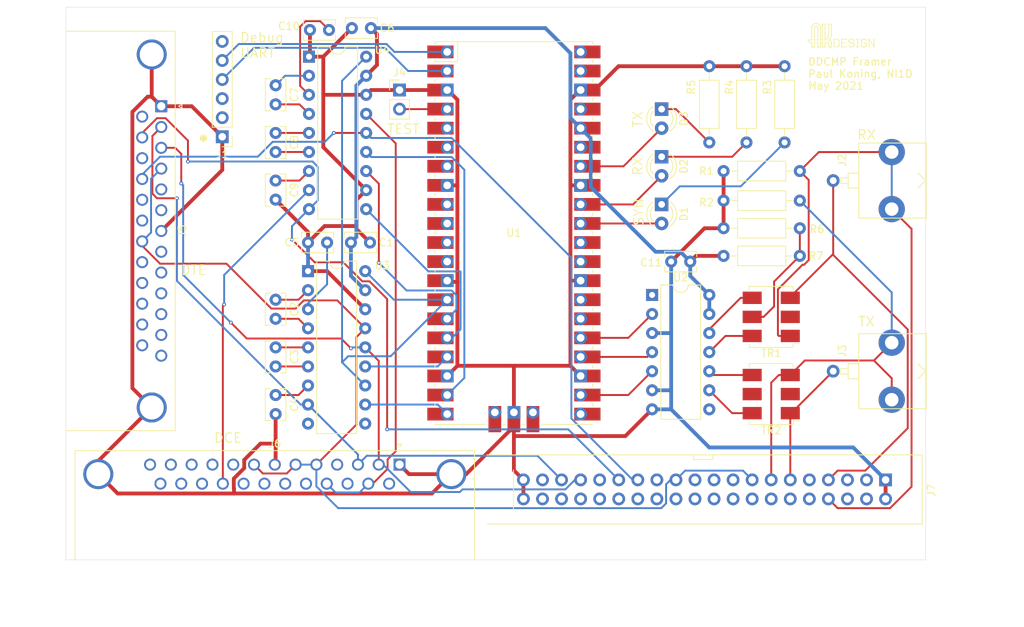
<source format=kicad_pcb>
(kicad_pcb (version 20171130) (host pcbnew "(5.1.9-0-10_14)")

  (general
    (thickness 1.6)
    (drawings 14)
    (tracks 394)
    (zones 0)
    (modules 35)
    (nets 131)
  )

  (page A4)
  (layers
    (0 F.Cu signal)
    (31 B.Cu signal)
    (32 B.Adhes user)
    (33 F.Adhes user)
    (34 B.Paste user)
    (35 F.Paste user)
    (36 B.SilkS user)
    (37 F.SilkS user)
    (38 B.Mask user)
    (39 F.Mask user)
    (40 Dwgs.User user)
    (41 Cmts.User user)
    (42 Eco1.User user)
    (43 Eco2.User user)
    (44 Edge.Cuts user)
    (45 Margin user)
    (46 B.CrtYd user)
    (47 F.CrtYd user)
    (48 B.Fab user)
    (49 F.Fab user)
  )

  (setup
    (last_trace_width 0.254)
    (user_trace_width 0.254)
    (user_trace_width 0.508)
    (trace_clearance 0.254)
    (zone_clearance 0.508)
    (zone_45_only no)
    (trace_min 0.1524)
    (via_size 0.508)
    (via_drill 0.254)
    (via_min_size 0.508)
    (via_min_drill 0.254)
    (uvia_size 0.508)
    (uvia_drill 0.254)
    (uvias_allowed no)
    (uvia_min_size 0.508)
    (uvia_min_drill 0.254)
    (edge_width 0.05)
    (segment_width 0.2)
    (pcb_text_width 0.3)
    (pcb_text_size 1.5 1.5)
    (mod_edge_width 0.12)
    (mod_text_size 1 1)
    (mod_text_width 0.15)
    (pad_size 1.524 1.524)
    (pad_drill 0.762)
    (pad_to_mask_clearance 0.0508)
    (aux_axis_origin 0 0)
    (visible_elements FFFFFF7F)
    (pcbplotparams
      (layerselection 0x010fc_ffffffff)
      (usegerberextensions false)
      (usegerberattributes true)
      (usegerberadvancedattributes true)
      (creategerberjobfile true)
      (excludeedgelayer true)
      (linewidth 0.100000)
      (plotframeref false)
      (viasonmask false)
      (mode 1)
      (useauxorigin false)
      (hpglpennumber 1)
      (hpglpenspeed 20)
      (hpglpendiameter 15.000000)
      (psnegative false)
      (psa4output false)
      (plotreference true)
      (plotvalue true)
      (plotinvisibletext false)
      (padsonsilk false)
      (subtractmaskfromsilk false)
      (outputformat 1)
      (mirror false)
      (drillshape 1)
      (scaleselection 1)
      (outputdirectory ""))
  )

  (net 0 "")
  (net 1 "Net-(TR1-Pad6)")
  (net 2 GND)
  (net 3 "Net-(TR1-Pad4)")
  (net 4 "Net-(TR2-Pad6)")
  (net 5 "Net-(TR2-Pad4)")
  (net 6 "Net-(U1-Pad10)")
  (net 7 "Net-(U1-Pad11)")
  (net 8 "Net-(U1-Pad7)")
  (net 9 "Net-(U1-Pad9)")
  (net 10 "Net-(U1-Pad43)")
  (net 11 "Net-(U1-Pad41)")
  (net 12 "Net-(U1-Pad30)")
  (net 13 "Net-(U1-Pad35)")
  (net 14 "Net-(U1-Pad37)")
  (net 15 "Net-(U1-Pad39)")
  (net 16 "Net-(U1-Pad40)")
  (net 17 V3_3)
  (net 18 "Net-(U3-Pad10)")
  (net 19 "Net-(U3-Pad9)")
  (net 20 "Net-(C2-Pad1)")
  (net 21 "Net-(C5-Pad1)")
  (net 22 "Net-(C2-Pad2)")
  (net 23 "Net-(C3-Pad1)")
  (net 24 "Net-(C3-Pad2)")
  (net 25 "Net-(C4-Pad1)")
  (net 26 "Net-(C7-Pad1)")
  (net 27 "Net-(C10-Pad1)")
  (net 28 "Net-(C7-Pad2)")
  (net 29 "Net-(C8-Pad1)")
  (net 30 "Net-(C8-Pad2)")
  (net 31 "Net-(C9-Pad1)")
  (net 32 "Net-(J1-Pad2)")
  (net 33 "Net-(J1-Pad3)")
  (net 34 "Net-(J1-Pad4)")
  (net 35 "Net-(J1-Pad5)")
  (net 36 "Net-(J1-Pad6)")
  (net 37 /CPU/IM_RXDATA)
  (net 38 /CPU/IM_TXDATA)
  (net 39 /CPU/IM_ENABLE)
  (net 40 /CPU/RS232_TXDATA)
  (net 41 /CPU/RS232_RXCLK)
  (net 42 /CPU/RS232_RXDATA)
  (net 43 /CPU/RS232_TXCLK)
  (net 44 /CPU/RS232_CLKOUT)
  (net 45 /CPU/RS232_ENABLE)
  (net 46 "Net-(D3-Pad2)")
  (net 47 "Net-(D2-Pad2)")
  (net 48 "Net-(D1-Pad2)")
  (net 49 "Net-(D1-Pad1)")
  (net 50 "Net-(D2-Pad1)")
  (net 51 "Net-(D3-Pad1)")
  (net 52 "Net-(J4-Pad2)")
  (net 53 "Net-(J5-Pad25)")
  (net 54 "Net-(J5-Pad24)")
  (net 55 "Net-(J5-Pad23)")
  (net 56 "Net-(J5-Pad22)")
  (net 57 "Net-(J5-Pad21)")
  (net 58 "Net-(J5-Pad19)")
  (net 59 "Net-(J5-Pad18)")
  (net 60 "Net-(J5-Pad16)")
  (net 61 "Net-(J5-Pad14)")
  (net 62 "Net-(J5-Pad13)")
  (net 63 "Net-(J5-Pad12)")
  (net 64 "Net-(J5-Pad11)")
  (net 65 "Net-(J5-Pad10)")
  (net 66 "Net-(J5-Pad9)")
  (net 67 "Net-(J5-Pad8)")
  (net 68 "Net-(J5-Pad6)")
  (net 69 "Net-(J5-Pad5)")
  (net 70 "Net-(J6-Pad25)")
  (net 71 "Net-(J6-Pad24)")
  (net 72 "Net-(J6-Pad23)")
  (net 73 "Net-(J6-Pad21)")
  (net 74 "Net-(J6-Pad20)")
  (net 75 "Net-(J6-Pad19)")
  (net 76 "Net-(J6-Pad18)")
  (net 77 "Net-(J6-Pad16)")
  (net 78 "Net-(J6-Pad14)")
  (net 79 "Net-(J6-Pad13)")
  (net 80 "Net-(J6-Pad12)")
  (net 81 "Net-(J6-Pad11)")
  (net 82 "Net-(J6-Pad10)")
  (net 83 "Net-(J6-Pad9)")
  (net 84 "Net-(J6-Pad4)")
  (net 85 "Net-(TR2-Pad5)")
  (net 86 "/RS-232 I/O/RXD")
  (net 87 "/RS-232 I/O/TXD")
  (net 88 "/RS-232 I/O/RXCLK")
  (net 89 "/RS-232 I/O/CLKOUT")
  (net 90 "/RS-232 I/O/TXCLK")
  (net 91 "Net-(U1-Pad6)")
  (net 92 "Net-(U1-Pad5)")
  (net 93 "Net-(U1-Pad12)")
  (net 94 "/RS-232 I/O/RS232_1")
  (net 95 "/RS-232 I/O/RS232_0")
  (net 96 "Net-(J7-PadTT)")
  (net 97 "Net-(J7-PadSS)")
  (net 98 "Net-(J7-PadRR)")
  (net 99 "Net-(J7-PadPP)")
  (net 100 "Net-(J7-PadLL)")
  (net 101 "Net-(J7-PadKK)")
  (net 102 "Net-(J7-PadHH)")
  (net 103 "Net-(J7-PadEE)")
  (net 104 "Net-(J7-PadCC)")
  (net 105 "Net-(J7-PadBB)")
  (net 106 "Net-(J7-PadAA)")
  (net 107 "Net-(J7-PadZ)")
  (net 108 "Net-(J7-PadY)")
  (net 109 "Net-(J7-PadX)")
  (net 110 "Net-(J7-PadW)")
  (net 111 "Net-(J7-PadU)")
  (net 112 "Net-(J7-PadT)")
  (net 113 "Net-(J7-PadS)")
  (net 114 "Net-(J7-PadP)")
  (net 115 "Net-(J7-PadM)")
  (net 116 "Net-(J7-PadL)")
  (net 117 "Net-(J7-PadK)")
  (net 118 "Net-(J7-PadH)")
  (net 119 "Net-(J7-PadE)")
  (net 120 "Net-(J7-PadD)")
  (net 121 "Net-(J7-PadC)")
  (net 122 "/Integral modem/IM_RDX")
  (net 123 "/Integral modem/IM_RXD_N")
  (net 124 "/Integral modem/IM_TDX")
  (net 125 "/Integral modem/IM_TXD_N")
  (net 126 "Net-(U1-Pad26)")
  (net 127 "Net-(U1-Pad27)")
  (net 128 "Net-(U1-Pad29)")
  (net 129 "Net-(R6-Pad2)")
  (net 130 "Net-(U1-Pad21)")

  (net_class Default "This is the default net class."
    (clearance 0.254)
    (trace_width 0.254)
    (via_dia 0.508)
    (via_drill 0.254)
    (uvia_dia 0.508)
    (uvia_drill 0.254)
    (diff_pair_width 0.1524)
    (diff_pair_gap 0.254)
    (add_net /CPU/IM_ENABLE)
    (add_net /CPU/IM_RXDATA)
    (add_net /CPU/IM_TXDATA)
    (add_net /CPU/RS232_CLKOUT)
    (add_net /CPU/RS232_ENABLE)
    (add_net /CPU/RS232_RXCLK)
    (add_net /CPU/RS232_RXDATA)
    (add_net /CPU/RS232_TXCLK)
    (add_net /CPU/RS232_TXDATA)
    (add_net "/Integral modem/IM_RDX")
    (add_net "/Integral modem/IM_RXD_N")
    (add_net "/Integral modem/IM_TDX")
    (add_net "/Integral modem/IM_TXD_N")
    (add_net "/RS-232 I/O/CLKOUT")
    (add_net "/RS-232 I/O/RS232_0")
    (add_net "/RS-232 I/O/RS232_1")
    (add_net "/RS-232 I/O/RXCLK")
    (add_net "/RS-232 I/O/RXD")
    (add_net "/RS-232 I/O/TXCLK")
    (add_net "/RS-232 I/O/TXD")
    (add_net "Net-(C10-Pad1)")
    (add_net "Net-(C2-Pad1)")
    (add_net "Net-(C2-Pad2)")
    (add_net "Net-(C3-Pad1)")
    (add_net "Net-(C3-Pad2)")
    (add_net "Net-(C4-Pad1)")
    (add_net "Net-(C5-Pad1)")
    (add_net "Net-(C7-Pad1)")
    (add_net "Net-(C7-Pad2)")
    (add_net "Net-(C8-Pad1)")
    (add_net "Net-(C8-Pad2)")
    (add_net "Net-(C9-Pad1)")
    (add_net "Net-(D1-Pad1)")
    (add_net "Net-(D1-Pad2)")
    (add_net "Net-(D2-Pad1)")
    (add_net "Net-(D2-Pad2)")
    (add_net "Net-(D3-Pad1)")
    (add_net "Net-(D3-Pad2)")
    (add_net "Net-(J1-Pad2)")
    (add_net "Net-(J1-Pad3)")
    (add_net "Net-(J1-Pad4)")
    (add_net "Net-(J1-Pad5)")
    (add_net "Net-(J1-Pad6)")
    (add_net "Net-(J4-Pad2)")
    (add_net "Net-(J5-Pad10)")
    (add_net "Net-(J5-Pad11)")
    (add_net "Net-(J5-Pad12)")
    (add_net "Net-(J5-Pad13)")
    (add_net "Net-(J5-Pad14)")
    (add_net "Net-(J5-Pad16)")
    (add_net "Net-(J5-Pad18)")
    (add_net "Net-(J5-Pad19)")
    (add_net "Net-(J5-Pad21)")
    (add_net "Net-(J5-Pad22)")
    (add_net "Net-(J5-Pad23)")
    (add_net "Net-(J5-Pad24)")
    (add_net "Net-(J5-Pad25)")
    (add_net "Net-(J5-Pad5)")
    (add_net "Net-(J5-Pad6)")
    (add_net "Net-(J5-Pad8)")
    (add_net "Net-(J5-Pad9)")
    (add_net "Net-(J6-Pad10)")
    (add_net "Net-(J6-Pad11)")
    (add_net "Net-(J6-Pad12)")
    (add_net "Net-(J6-Pad13)")
    (add_net "Net-(J6-Pad14)")
    (add_net "Net-(J6-Pad16)")
    (add_net "Net-(J6-Pad18)")
    (add_net "Net-(J6-Pad19)")
    (add_net "Net-(J6-Pad20)")
    (add_net "Net-(J6-Pad21)")
    (add_net "Net-(J6-Pad23)")
    (add_net "Net-(J6-Pad24)")
    (add_net "Net-(J6-Pad25)")
    (add_net "Net-(J6-Pad4)")
    (add_net "Net-(J6-Pad9)")
    (add_net "Net-(J7-PadAA)")
    (add_net "Net-(J7-PadBB)")
    (add_net "Net-(J7-PadC)")
    (add_net "Net-(J7-PadCC)")
    (add_net "Net-(J7-PadD)")
    (add_net "Net-(J7-PadE)")
    (add_net "Net-(J7-PadEE)")
    (add_net "Net-(J7-PadH)")
    (add_net "Net-(J7-PadHH)")
    (add_net "Net-(J7-PadK)")
    (add_net "Net-(J7-PadKK)")
    (add_net "Net-(J7-PadL)")
    (add_net "Net-(J7-PadLL)")
    (add_net "Net-(J7-PadM)")
    (add_net "Net-(J7-PadP)")
    (add_net "Net-(J7-PadPP)")
    (add_net "Net-(J7-PadRR)")
    (add_net "Net-(J7-PadS)")
    (add_net "Net-(J7-PadSS)")
    (add_net "Net-(J7-PadT)")
    (add_net "Net-(J7-PadTT)")
    (add_net "Net-(J7-PadU)")
    (add_net "Net-(J7-PadW)")
    (add_net "Net-(J7-PadX)")
    (add_net "Net-(J7-PadY)")
    (add_net "Net-(J7-PadZ)")
    (add_net "Net-(R6-Pad2)")
    (add_net "Net-(TR1-Pad4)")
    (add_net "Net-(TR1-Pad6)")
    (add_net "Net-(TR2-Pad4)")
    (add_net "Net-(TR2-Pad5)")
    (add_net "Net-(TR2-Pad6)")
    (add_net "Net-(U1-Pad10)")
    (add_net "Net-(U1-Pad11)")
    (add_net "Net-(U1-Pad12)")
    (add_net "Net-(U1-Pad21)")
    (add_net "Net-(U1-Pad26)")
    (add_net "Net-(U1-Pad27)")
    (add_net "Net-(U1-Pad29)")
    (add_net "Net-(U1-Pad30)")
    (add_net "Net-(U1-Pad35)")
    (add_net "Net-(U1-Pad37)")
    (add_net "Net-(U1-Pad39)")
    (add_net "Net-(U1-Pad40)")
    (add_net "Net-(U1-Pad41)")
    (add_net "Net-(U1-Pad43)")
    (add_net "Net-(U1-Pad5)")
    (add_net "Net-(U1-Pad6)")
    (add_net "Net-(U1-Pad7)")
    (add_net "Net-(U1-Pad9)")
    (add_net "Net-(U3-Pad10)")
    (add_net "Net-(U3-Pad9)")
  )

  (net_class Power ""
    (clearance 0.254)
    (trace_width 0.508)
    (via_dia 0.508)
    (via_drill 0.254)
    (uvia_dia 0.508)
    (uvia_drill 0.254)
    (diff_pair_width 0.1524)
    (diff_pair_gap 0.254)
    (add_net GND)
    (add_net V3_3)
  )

  (module ddcmp_parts:RPi_Pico_SMD_TH (layer F.Cu) (tedit 60A7BFEE) (tstamp 60A2FE6D)
    (at 92.71 130.175)
    (descr "Through hole straight pin header, 2x20, 2.54mm pitch, double rows")
    (tags "Through hole pin header THT 2x20 2.54mm double row")
    (path /60A46E24/60A47CFF)
    (fp_text reference U1 (at 0 0) (layer F.SilkS)
      (effects (font (size 1 1) (thickness 0.15)))
    )
    (fp_text value Pico (at 0 2.159) (layer F.Fab)
      (effects (font (size 1 1) (thickness 0.15)))
    )
    (fp_line (start 1.1 25.5) (end 1.5 25.5) (layer F.SilkS) (width 0.12))
    (fp_line (start -1.5 25.5) (end -1.1 25.5) (layer F.SilkS) (width 0.12))
    (fp_line (start 10.5 25.5) (end 3.7 25.5) (layer F.SilkS) (width 0.12))
    (fp_line (start 10.5 15.1) (end 10.5 15.5) (layer F.SilkS) (width 0.12))
    (fp_line (start 10.5 7.4) (end 10.5 7.8) (layer F.SilkS) (width 0.12))
    (fp_line (start 10.5 -18) (end 10.5 -17.6) (layer F.SilkS) (width 0.12))
    (fp_line (start 10.5 -25.5) (end 10.5 -25.2) (layer F.SilkS) (width 0.12))
    (fp_line (start 10.5 -2.7) (end 10.5 -2.3) (layer F.SilkS) (width 0.12))
    (fp_line (start 10.5 12.5) (end 10.5 12.9) (layer F.SilkS) (width 0.12))
    (fp_line (start 10.5 -7.8) (end 10.5 -7.4) (layer F.SilkS) (width 0.12))
    (fp_line (start 10.5 -12.9) (end 10.5 -12.5) (layer F.SilkS) (width 0.12))
    (fp_line (start 10.5 -0.2) (end 10.5 0.2) (layer F.SilkS) (width 0.12))
    (fp_line (start 10.5 4.9) (end 10.5 5.3) (layer F.SilkS) (width 0.12))
    (fp_line (start 10.5 20.1) (end 10.5 20.5) (layer F.SilkS) (width 0.12))
    (fp_line (start 10.5 22.7) (end 10.5 23.1) (layer F.SilkS) (width 0.12))
    (fp_line (start 10.5 17.6) (end 10.5 18) (layer F.SilkS) (width 0.12))
    (fp_line (start 10.5 -15.4) (end 10.5 -15) (layer F.SilkS) (width 0.12))
    (fp_line (start 10.5 -23.1) (end 10.5 -22.7) (layer F.SilkS) (width 0.12))
    (fp_line (start 10.5 -20.5) (end 10.5 -20.1) (layer F.SilkS) (width 0.12))
    (fp_line (start 10.5 10) (end 10.5 10.4) (layer F.SilkS) (width 0.12))
    (fp_line (start 10.5 2.3) (end 10.5 2.7) (layer F.SilkS) (width 0.12))
    (fp_line (start 10.5 -5.3) (end 10.5 -4.9) (layer F.SilkS) (width 0.12))
    (fp_line (start 10.5 -10.4) (end 10.5 -10) (layer F.SilkS) (width 0.12))
    (fp_line (start -10.5 22.7) (end -10.5 23.1) (layer F.SilkS) (width 0.12))
    (fp_line (start -10.5 20.1) (end -10.5 20.5) (layer F.SilkS) (width 0.12))
    (fp_line (start -10.5 17.6) (end -10.5 18) (layer F.SilkS) (width 0.12))
    (fp_line (start -10.5 15.1) (end -10.5 15.5) (layer F.SilkS) (width 0.12))
    (fp_line (start -10.5 12.5) (end -10.5 12.9) (layer F.SilkS) (width 0.12))
    (fp_line (start -10.5 10) (end -10.5 10.4) (layer F.SilkS) (width 0.12))
    (fp_line (start -10.5 7.4) (end -10.5 7.8) (layer F.SilkS) (width 0.12))
    (fp_line (start -10.5 4.9) (end -10.5 5.3) (layer F.SilkS) (width 0.12))
    (fp_line (start -10.5 2.3) (end -10.5 2.7) (layer F.SilkS) (width 0.12))
    (fp_line (start -10.5 -0.2) (end -10.5 0.2) (layer F.SilkS) (width 0.12))
    (fp_line (start -10.5 -2.7) (end -10.5 -2.3) (layer F.SilkS) (width 0.12))
    (fp_line (start -10.5 -5.3) (end -10.5 -4.9) (layer F.SilkS) (width 0.12))
    (fp_line (start -10.5 -7.8) (end -10.5 -7.4) (layer F.SilkS) (width 0.12))
    (fp_line (start -10.5 -10.4) (end -10.5 -10) (layer F.SilkS) (width 0.12))
    (fp_line (start -10.5 -12.9) (end -10.5 -12.5) (layer F.SilkS) (width 0.12))
    (fp_line (start -10.5 -15.4) (end -10.5 -15) (layer F.SilkS) (width 0.12))
    (fp_line (start -10.5 -18) (end -10.5 -17.6) (layer F.SilkS) (width 0.12))
    (fp_line (start -10.5 -20.5) (end -10.5 -20.1) (layer F.SilkS) (width 0.12))
    (fp_line (start -10.5 -23.1) (end -10.5 -22.7) (layer F.SilkS) (width 0.12))
    (fp_line (start -10.5 -25.5) (end -10.5 -25.2) (layer F.SilkS) (width 0.12))
    (fp_line (start -7.493 -22.833) (end -7.493 -25.5) (layer F.SilkS) (width 0.12))
    (fp_line (start -10.5 -22.833) (end -7.493 -22.833) (layer F.SilkS) (width 0.12))
    (fp_line (start -3.7 25.5) (end -10.5 25.5) (layer F.SilkS) (width 0.12))
    (fp_line (start -10.5 -25.5) (end 10.5 -25.5) (layer F.SilkS) (width 0.12))
    (fp_line (start -11 26) (end -11 -26) (layer F.CrtYd) (width 0.12))
    (fp_line (start 11 26) (end -11 26) (layer F.CrtYd) (width 0.12))
    (fp_line (start 11 -26) (end 11 26) (layer F.CrtYd) (width 0.12))
    (fp_line (start -11 -26) (end 11 -26) (layer F.CrtYd) (width 0.12))
    (fp_line (start -10.5 -24.2) (end -9.2 -25.5) (layer F.Fab) (width 0.12))
    (fp_line (start -10.5 25.5) (end -10.5 -25.5) (layer F.Fab) (width 0.12))
    (fp_line (start 10.5 25.5) (end -10.5 25.5) (layer F.Fab) (width 0.12))
    (fp_line (start 10.5 -25.5) (end 10.5 25.5) (layer F.Fab) (width 0.12))
    (fp_line (start -10.5 -25.5) (end 10.5 -25.5) (layer F.Fab) (width 0.12))
    (fp_poly (pts (xy -1.5 -16.5) (xy -3.5 -16.5) (xy -3.5 -18.5) (xy -1.5 -18.5)) (layer Dwgs.User) (width 0.1))
    (fp_poly (pts (xy -1.5 -14) (xy -3.5 -14) (xy -3.5 -16) (xy -1.5 -16)) (layer Dwgs.User) (width 0.1))
    (fp_poly (pts (xy -1.5 -11.5) (xy -3.5 -11.5) (xy -3.5 -13.5) (xy -1.5 -13.5)) (layer Dwgs.User) (width 0.1))
    (fp_poly (pts (xy 3.7 -20.2) (xy -3.7 -20.2) (xy -3.7 -24.9) (xy 3.7 -24.9)) (layer Dwgs.User) (width 0.1))
    (fp_text user "Copper Keepouts shown on Dwgs layer" (at 0.1 -30.2) (layer Cmts.User)
      (effects (font (size 1 1) (thickness 0.15)))
    )
    (fp_text user %R (at 0 0 180) (layer F.Fab)
      (effects (font (size 1 1) (thickness 0.15)))
    )
    (pad 43 thru_hole oval (at 2.54 23.9) (size 1.7 1.7) (drill 1.02) (layers *.Cu *.Mask)
      (net 10 "Net-(U1-Pad43)"))
    (pad 43 smd rect (at 2.54 23.9 90) (size 3.5 1.7) (drill (offset -0.9 0)) (layers F.Cu F.Mask)
      (net 10 "Net-(U1-Pad43)"))
    (pad 42 thru_hole rect (at 0 23.9) (size 1.7 1.7) (drill 1.02) (layers *.Cu *.Mask)
      (net 2 GND))
    (pad 42 smd rect (at 0 23.9 90) (size 3.5 1.7) (drill (offset -0.9 0)) (layers F.Cu F.Mask)
      (net 2 GND))
    (pad 41 thru_hole oval (at -2.54 23.9) (size 1.7 1.7) (drill 1.02) (layers *.Cu *.Mask)
      (net 11 "Net-(U1-Pad41)"))
    (pad 41 smd rect (at -2.54 23.9 90) (size 3.5 1.7) (drill (offset -0.9 0)) (layers F.Cu F.Mask)
      (net 11 "Net-(U1-Pad41)"))
    (pad "" np_thru_hole oval (at 2.425 -20.97) (size 1.5 1.5) (drill 1.5) (layers *.Cu *.Mask))
    (pad "" np_thru_hole oval (at -2.425 -20.97) (size 1.5 1.5) (drill 1.5) (layers *.Cu *.Mask))
    (pad "" np_thru_hole oval (at 2.725 -24) (size 1.8 1.8) (drill 1.8) (layers *.Cu *.Mask))
    (pad "" np_thru_hole oval (at -2.725 -24) (size 1.8 1.8) (drill 1.8) (layers *.Cu *.Mask))
    (pad 21 smd rect (at 8.89 24.13) (size 3.5 1.7) (drill (offset 0.9 0)) (layers F.Cu F.Mask)
      (net 130 "Net-(U1-Pad21)"))
    (pad 22 smd rect (at 8.89 21.59) (size 3.5 1.7) (drill (offset 0.9 0)) (layers F.Cu F.Mask)
      (net 38 /CPU/IM_TXDATA))
    (pad 23 smd rect (at 8.89 19.05) (size 3.5 1.7) (drill (offset 0.9 0)) (layers F.Cu F.Mask)
      (net 2 GND))
    (pad 24 smd rect (at 8.89 16.51) (size 3.5 1.7) (drill (offset 0.9 0)) (layers F.Cu F.Mask)
      (net 39 /CPU/IM_ENABLE))
    (pad 25 smd rect (at 8.89 13.97) (size 3.5 1.7) (drill (offset 0.9 0)) (layers F.Cu F.Mask)
      (net 37 /CPU/IM_RXDATA))
    (pad 26 smd rect (at 8.89 11.43) (size 3.5 1.7) (drill (offset 0.9 0)) (layers F.Cu F.Mask)
      (net 126 "Net-(U1-Pad26)"))
    (pad 27 smd rect (at 8.89 8.89) (size 3.5 1.7) (drill (offset 0.9 0)) (layers F.Cu F.Mask)
      (net 127 "Net-(U1-Pad27)"))
    (pad 28 smd rect (at 8.89 6.35) (size 3.5 1.7) (drill (offset 0.9 0)) (layers F.Cu F.Mask)
      (net 2 GND))
    (pad 29 smd rect (at 8.89 3.81) (size 3.5 1.7) (drill (offset 0.9 0)) (layers F.Cu F.Mask)
      (net 128 "Net-(U1-Pad29)"))
    (pad 30 smd rect (at 8.89 1.27) (size 3.5 1.7) (drill (offset 0.9 0)) (layers F.Cu F.Mask)
      (net 12 "Net-(U1-Pad30)"))
    (pad 31 smd rect (at 8.89 -1.27) (size 3.5 1.7) (drill (offset 0.9 0)) (layers F.Cu F.Mask)
      (net 48 "Net-(D1-Pad2)"))
    (pad 32 smd rect (at 8.89 -3.81) (size 3.5 1.7) (drill (offset 0.9 0)) (layers F.Cu F.Mask)
      (net 47 "Net-(D2-Pad2)"))
    (pad 33 smd rect (at 8.89 -6.35) (size 3.5 1.7) (drill (offset 0.9 0)) (layers F.Cu F.Mask)
      (net 2 GND))
    (pad 34 smd rect (at 8.89 -8.89) (size 3.5 1.7) (drill (offset 0.9 0)) (layers F.Cu F.Mask)
      (net 46 "Net-(D3-Pad2)"))
    (pad 35 smd rect (at 8.89 -11.43) (size 3.5 1.7) (drill (offset 0.9 0)) (layers F.Cu F.Mask)
      (net 13 "Net-(U1-Pad35)"))
    (pad 36 smd rect (at 8.89 -13.97) (size 3.5 1.7) (drill (offset 0.9 0)) (layers F.Cu F.Mask)
      (net 17 V3_3))
    (pad 37 smd rect (at 8.89 -16.51) (size 3.5 1.7) (drill (offset 0.9 0)) (layers F.Cu F.Mask)
      (net 14 "Net-(U1-Pad37)"))
    (pad 38 smd rect (at 8.89 -19.05) (size 3.5 1.7) (drill (offset 0.9 0)) (layers F.Cu F.Mask)
      (net 2 GND))
    (pad 39 smd rect (at 8.89 -21.59) (size 3.5 1.7) (drill (offset 0.9 0)) (layers F.Cu F.Mask)
      (net 15 "Net-(U1-Pad39)"))
    (pad 40 smd rect (at 8.89 -24.13) (size 3.5 1.7) (drill (offset 0.9 0)) (layers F.Cu F.Mask)
      (net 16 "Net-(U1-Pad40)"))
    (pad 20 smd rect (at -8.89 24.13) (size 3.5 1.7) (drill (offset -0.9 0)) (layers F.Cu F.Mask)
      (net 40 /CPU/RS232_TXDATA))
    (pad 19 smd rect (at -8.89 21.59) (size 3.5 1.7) (drill (offset -0.9 0)) (layers F.Cu F.Mask)
      (net 41 /CPU/RS232_RXCLK))
    (pad 18 smd rect (at -8.89 19.05) (size 3.5 1.7) (drill (offset -0.9 0)) (layers F.Cu F.Mask)
      (net 2 GND))
    (pad 17 smd rect (at -8.89 16.51) (size 3.5 1.7) (drill (offset -0.9 0)) (layers F.Cu F.Mask)
      (net 42 /CPU/RS232_RXDATA))
    (pad 16 smd rect (at -8.89 13.97) (size 3.5 1.7) (drill (offset -0.9 0)) (layers F.Cu F.Mask)
      (net 43 /CPU/RS232_TXCLK))
    (pad 15 smd rect (at -8.89 11.43) (size 3.5 1.7) (drill (offset -0.9 0)) (layers F.Cu F.Mask)
      (net 44 /CPU/RS232_CLKOUT))
    (pad 14 smd rect (at -8.89 8.89) (size 3.5 1.7) (drill (offset -0.9 0)) (layers F.Cu F.Mask)
      (net 45 /CPU/RS232_ENABLE))
    (pad 13 smd rect (at -8.89 6.35) (size 3.5 1.7) (drill (offset -0.9 0)) (layers F.Cu F.Mask)
      (net 2 GND))
    (pad 12 smd rect (at -8.89 3.81) (size 3.5 1.7) (drill (offset -0.9 0)) (layers F.Cu F.Mask)
      (net 93 "Net-(U1-Pad12)"))
    (pad 11 smd rect (at -8.89 1.27) (size 3.5 1.7) (drill (offset -0.9 0)) (layers F.Cu F.Mask)
      (net 7 "Net-(U1-Pad11)"))
    (pad 10 smd rect (at -8.89 -1.27) (size 3.5 1.7) (drill (offset -0.9 0)) (layers F.Cu F.Mask)
      (net 6 "Net-(U1-Pad10)"))
    (pad 9 smd rect (at -8.89 -3.81) (size 3.5 1.7) (drill (offset -0.9 0)) (layers F.Cu F.Mask)
      (net 9 "Net-(U1-Pad9)"))
    (pad 8 smd rect (at -8.89 -6.35) (size 3.5 1.7) (drill (offset -0.9 0)) (layers F.Cu F.Mask)
      (net 2 GND))
    (pad 7 smd rect (at -8.89 -8.89) (size 3.5 1.7) (drill (offset -0.9 0)) (layers F.Cu F.Mask)
      (net 8 "Net-(U1-Pad7)"))
    (pad 6 smd rect (at -8.89 -11.43) (size 3.5 1.7) (drill (offset -0.9 0)) (layers F.Cu F.Mask)
      (net 91 "Net-(U1-Pad6)"))
    (pad 5 smd rect (at -8.89 -13.97) (size 3.5 1.7) (drill (offset -0.9 0)) (layers F.Cu F.Mask)
      (net 92 "Net-(U1-Pad5)"))
    (pad 4 smd rect (at -8.89 -16.51) (size 3.5 1.7) (drill (offset -0.9 0)) (layers F.Cu F.Mask)
      (net 52 "Net-(J4-Pad2)"))
    (pad 3 smd rect (at -8.89 -19.05) (size 3.5 1.7) (drill (offset -0.9 0)) (layers F.Cu F.Mask)
      (net 2 GND))
    (pad 2 smd rect (at -8.89 -21.59) (size 3.5 1.7) (drill (offset -0.9 0)) (layers F.Cu F.Mask)
      (net 34 "Net-(J1-Pad4)"))
    (pad 1 smd rect (at -8.89 -24.13) (size 3.5 1.7) (drill (offset -0.9 0)) (layers F.Cu F.Mask)
      (net 35 "Net-(J1-Pad5)"))
    (pad 40 thru_hole oval (at 8.89 -24.13) (size 1.7 1.7) (drill 1.02) (layers *.Cu *.Mask)
      (net 16 "Net-(U1-Pad40)"))
    (pad 39 thru_hole oval (at 8.89 -21.59) (size 1.7 1.7) (drill 1.02) (layers *.Cu *.Mask)
      (net 15 "Net-(U1-Pad39)"))
    (pad 38 thru_hole rect (at 8.89 -19.05) (size 1.7 1.7) (drill 1.02) (layers *.Cu *.Mask)
      (net 2 GND))
    (pad 37 thru_hole oval (at 8.89 -16.51) (size 1.7 1.7) (drill 1.02) (layers *.Cu *.Mask)
      (net 14 "Net-(U1-Pad37)"))
    (pad 36 thru_hole oval (at 8.89 -13.97) (size 1.7 1.7) (drill 1.02) (layers *.Cu *.Mask)
      (net 17 V3_3))
    (pad 35 thru_hole oval (at 8.89 -11.43) (size 1.7 1.7) (drill 1.02) (layers *.Cu *.Mask)
      (net 13 "Net-(U1-Pad35)"))
    (pad 34 thru_hole oval (at 8.89 -8.89) (size 1.7 1.7) (drill 1.02) (layers *.Cu *.Mask)
      (net 46 "Net-(D3-Pad2)"))
    (pad 33 thru_hole rect (at 8.89 -6.35) (size 1.7 1.7) (drill 1.02) (layers *.Cu *.Mask)
      (net 2 GND))
    (pad 32 thru_hole oval (at 8.89 -3.81) (size 1.7 1.7) (drill 1.02) (layers *.Cu *.Mask)
      (net 47 "Net-(D2-Pad2)"))
    (pad 31 thru_hole oval (at 8.89 -1.27) (size 1.7 1.7) (drill 1.02) (layers *.Cu *.Mask)
      (net 48 "Net-(D1-Pad2)"))
    (pad 30 thru_hole oval (at 8.89 1.27) (size 1.7 1.7) (drill 1.02) (layers *.Cu *.Mask)
      (net 12 "Net-(U1-Pad30)"))
    (pad 29 thru_hole oval (at 8.89 3.81) (size 1.7 1.7) (drill 1.02) (layers *.Cu *.Mask)
      (net 128 "Net-(U1-Pad29)"))
    (pad 28 thru_hole rect (at 8.89 6.35) (size 1.7 1.7) (drill 1.02) (layers *.Cu *.Mask)
      (net 2 GND))
    (pad 27 thru_hole oval (at 8.89 8.89) (size 1.7 1.7) (drill 1.02) (layers *.Cu *.Mask)
      (net 127 "Net-(U1-Pad27)"))
    (pad 26 thru_hole oval (at 8.89 11.43) (size 1.7 1.7) (drill 1.02) (layers *.Cu *.Mask)
      (net 126 "Net-(U1-Pad26)"))
    (pad 25 thru_hole oval (at 8.89 13.97) (size 1.7 1.7) (drill 1.02) (layers *.Cu *.Mask)
      (net 37 /CPU/IM_RXDATA))
    (pad 24 thru_hole oval (at 8.89 16.51) (size 1.7 1.7) (drill 1.02) (layers *.Cu *.Mask)
      (net 39 /CPU/IM_ENABLE))
    (pad 23 thru_hole rect (at 8.89 19.05) (size 1.7 1.7) (drill 1.02) (layers *.Cu *.Mask)
      (net 2 GND))
    (pad 22 thru_hole oval (at 8.89 21.59) (size 1.7 1.7) (drill 1.02) (layers *.Cu *.Mask)
      (net 38 /CPU/IM_TXDATA))
    (pad 21 thru_hole oval (at 8.89 24.13) (size 1.7 1.7) (drill 1.02) (layers *.Cu *.Mask)
      (net 130 "Net-(U1-Pad21)"))
    (pad 20 thru_hole oval (at -8.89 24.13) (size 1.7 1.7) (drill 1.02) (layers *.Cu *.Mask)
      (net 40 /CPU/RS232_TXDATA))
    (pad 19 thru_hole oval (at -8.89 21.59) (size 1.7 1.7) (drill 1.02) (layers *.Cu *.Mask)
      (net 41 /CPU/RS232_RXCLK))
    (pad 18 thru_hole rect (at -8.89 19.05) (size 1.7 1.7) (drill 1.02) (layers *.Cu *.Mask)
      (net 2 GND))
    (pad 17 thru_hole oval (at -8.89 16.51) (size 1.7 1.7) (drill 1.02) (layers *.Cu *.Mask)
      (net 42 /CPU/RS232_RXDATA))
    (pad 16 thru_hole oval (at -8.89 13.97) (size 1.7 1.7) (drill 1.02) (layers *.Cu *.Mask)
      (net 43 /CPU/RS232_TXCLK))
    (pad 15 thru_hole oval (at -8.89 11.43) (size 1.7 1.7) (drill 1.02) (layers *.Cu *.Mask)
      (net 44 /CPU/RS232_CLKOUT))
    (pad 14 thru_hole oval (at -8.89 8.89) (size 1.7 1.7) (drill 1.02) (layers *.Cu *.Mask)
      (net 45 /CPU/RS232_ENABLE))
    (pad 13 thru_hole rect (at -8.89 6.35) (size 1.7 1.7) (drill 1.02) (layers *.Cu *.Mask)
      (net 2 GND))
    (pad 12 thru_hole oval (at -8.89 3.81) (size 1.7 1.7) (drill 1.02) (layers *.Cu *.Mask)
      (net 93 "Net-(U1-Pad12)"))
    (pad 11 thru_hole oval (at -8.89 1.27) (size 1.7 1.7) (drill 1.02) (layers *.Cu *.Mask)
      (net 7 "Net-(U1-Pad11)"))
    (pad 10 thru_hole oval (at -8.89 -1.27) (size 1.7 1.7) (drill 1.02) (layers *.Cu *.Mask)
      (net 6 "Net-(U1-Pad10)"))
    (pad 9 thru_hole oval (at -8.89 -3.81) (size 1.7 1.7) (drill 1.02) (layers *.Cu *.Mask)
      (net 9 "Net-(U1-Pad9)"))
    (pad 8 thru_hole rect (at -8.89 -6.35) (size 1.7 1.7) (drill 1.02) (layers *.Cu *.Mask)
      (net 2 GND))
    (pad 7 thru_hole oval (at -8.89 -8.89) (size 1.7 1.7) (drill 1.02) (layers *.Cu *.Mask)
      (net 8 "Net-(U1-Pad7)"))
    (pad 6 thru_hole oval (at -8.89 -11.43) (size 1.7 1.7) (drill 1.02) (layers *.Cu *.Mask)
      (net 91 "Net-(U1-Pad6)"))
    (pad 5 thru_hole oval (at -8.89 -13.97) (size 1.7 1.7) (drill 1.02) (layers *.Cu *.Mask)
      (net 92 "Net-(U1-Pad5)"))
    (pad 4 thru_hole oval (at -8.89 -16.51) (size 1.7 1.7) (drill 1.02) (layers *.Cu *.Mask)
      (net 52 "Net-(J4-Pad2)"))
    (pad 3 thru_hole rect (at -8.89 -19.05) (size 1.7 1.7) (drill 1.02) (layers *.Cu *.Mask)
      (net 2 GND))
    (pad 2 thru_hole oval (at -8.89 -21.59) (size 1.7 1.7) (drill 1.02) (layers *.Cu *.Mask)
      (net 34 "Net-(J1-Pad4)"))
    (pad 1 thru_hole oval (at -8.89 -24.13) (size 1.7 1.7) (drill 1.02) (layers *.Cu *.Mask)
      (net 35 "Net-(J1-Pad5)"))
    (model :USER3DMOD:Pico-R3.step
      (offset (xyz -10.5 -25.5 0))
      (scale (xyz 1 1 1))
      (rotate (xyz -90 0 0))
    )
  )

  (module ddcmp_parts:Amphenol_DB25M_PCB (layer F.Cu) (tedit 59FEDEE2) (tstamp 60A41864)
    (at 45.72 113.284 270)
    (descr "25-pin D-Sub connector, horizontal/angled (90 deg), THT-mount, male, pitch 2.77x2.84mm, pin-PCB-offset 9.9mm, distance of mounting holes 47.1mm, distance of mounting holes to PCB edge 11.32mm, see https://disti-assets.s3.amazonaws.com/tonar/files/datasheets/16730.pdf")
    (tags "25-pin D-Sub connector horizontal angled 90deg THT male pitch 2.77x2.84mm pin-PCB-offset 9.9mm mounting-holes-distance 47.1mm mounting-hole-offset 47.1mm")
    (path /60A47002/60B31BFA)
    (fp_text reference J5 (at 16.62 -2.8 90) (layer F.SilkS)
      (effects (font (size 1 1) (thickness 0.15)))
    )
    (fp_text value DTE (at 16.62 20.64 90) (layer F.Fab)
      (effects (font (size 1 1) (thickness 0.15)))
    )
    (fp_line (start -9.93 -1.8) (end -9.93 12.74) (layer F.Fab) (width 0.1))
    (fp_line (start -9.93 12.74) (end 43.17 12.74) (layer F.Fab) (width 0.1))
    (fp_line (start 43.17 12.74) (end 43.17 -1.8) (layer F.Fab) (width 0.1))
    (fp_line (start 43.17 -1.8) (end -9.93 -1.8) (layer F.Fab) (width 0.1))
    (fp_line (start -9.93 12.74) (end -9.93 13.14) (layer F.Fab) (width 0.1))
    (fp_line (start -9.93 13.14) (end 43.17 13.14) (layer F.Fab) (width 0.1))
    (fp_line (start 43.17 13.14) (end 43.17 12.74) (layer F.Fab) (width 0.1))
    (fp_line (start 43.17 12.74) (end -9.93 12.74) (layer F.Fab) (width 0.1))
    (fp_line (start -2.53 13.14) (end -2.53 19.14) (layer F.Fab) (width 0.1))
    (fp_line (start -2.53 19.14) (end 35.77 19.14) (layer F.Fab) (width 0.1))
    (fp_line (start 35.77 19.14) (end 35.77 13.14) (layer F.Fab) (width 0.1))
    (fp_line (start 35.77 13.14) (end -2.53 13.14) (layer F.Fab) (width 0.1))
    (fp_line (start -9.43 13.14) (end -9.43 18.14) (layer F.Fab) (width 0.1))
    (fp_line (start -9.43 18.14) (end -4.43 18.14) (layer F.Fab) (width 0.1))
    (fp_line (start -4.43 18.14) (end -4.43 13.14) (layer F.Fab) (width 0.1))
    (fp_line (start -4.43 13.14) (end -9.43 13.14) (layer F.Fab) (width 0.1))
    (fp_line (start 37.67 13.14) (end 37.67 18.14) (layer F.Fab) (width 0.1))
    (fp_line (start 37.67 18.14) (end 42.67 18.14) (layer F.Fab) (width 0.1))
    (fp_line (start 42.67 18.14) (end 42.67 13.14) (layer F.Fab) (width 0.1))
    (fp_line (start 42.67 13.14) (end 37.67 13.14) (layer F.Fab) (width 0.1))
    (fp_line (start -8.53 12.74) (end -8.53 1.42) (layer F.Fab) (width 0.1))
    (fp_line (start -5.33 12.74) (end -5.33 1.42) (layer F.Fab) (width 0.1))
    (fp_line (start 38.57 12.74) (end 38.57 1.42) (layer F.Fab) (width 0.1))
    (fp_line (start 41.77 12.74) (end 41.77 1.42) (layer F.Fab) (width 0.1))
    (fp_line (start -9.99 12.68) (end -9.99 -1.86) (layer F.SilkS) (width 0.12))
    (fp_line (start -9.99 -1.86) (end 43.23 -1.86) (layer F.SilkS) (width 0.12))
    (fp_line (start 43.23 -1.86) (end 43.23 12.68) (layer F.SilkS) (width 0.12))
    (fp_line (start -0.25 -2.754338) (end 0.25 -2.754338) (layer F.SilkS) (width 0.12))
    (fp_line (start 0.25 -2.754338) (end 0 -2.321325) (layer F.SilkS) (width 0.12))
    (fp_line (start 0 -2.321325) (end -0.25 -2.754338) (layer F.SilkS) (width 0.12))
    (fp_line (start -10.45 -2.35) (end -10.45 19.65) (layer F.CrtYd) (width 0.05))
    (fp_line (start -10.45 19.65) (end 43.7 19.65) (layer F.CrtYd) (width 0.05))
    (fp_line (start 43.7 19.65) (end 43.7 -2.35) (layer F.CrtYd) (width 0.05))
    (fp_line (start 43.7 -2.35) (end -10.45 -2.35) (layer F.CrtYd) (width 0.05))
    (fp_text user %R (at 16.62 16.14 90) (layer F.Fab)
      (effects (font (size 1 1) (thickness 0.15)))
    )
    (fp_arc (start 40.17 1.42) (end 38.57 1.42) (angle 180) (layer F.Fab) (width 0.1))
    (fp_arc (start -6.93 1.42) (end -8.53 1.42) (angle 180) (layer F.Fab) (width 0.1))
    (pad 0 thru_hole circle (at 40.14 1.27 270) (size 4 4) (drill 3.2) (layers *.Cu *.Mask)
      (net 2 GND))
    (pad 0 thru_hole circle (at -6.9 1.27 270) (size 4 4) (drill 3.2) (layers *.Cu *.Mask)
      (net 2 GND))
    (pad 25 thru_hole circle (at 31.855 2.54 270) (size 1.6 1.6) (drill 1.1) (layers *.Cu *.Mask)
      (net 53 "Net-(J5-Pad25)"))
    (pad 24 thru_hole circle (at 29.085 2.54 270) (size 1.6 1.6) (drill 1.1) (layers *.Cu *.Mask)
      (net 54 "Net-(J5-Pad24)"))
    (pad 23 thru_hole circle (at 26.315 2.54 270) (size 1.6 1.6) (drill 1.1) (layers *.Cu *.Mask)
      (net 55 "Net-(J5-Pad23)"))
    (pad 22 thru_hole circle (at 23.545 2.54 270) (size 1.6 1.6) (drill 1.1) (layers *.Cu *.Mask)
      (net 56 "Net-(J5-Pad22)"))
    (pad 21 thru_hole circle (at 20.775 2.54 270) (size 1.6 1.6) (drill 1.1) (layers *.Cu *.Mask)
      (net 57 "Net-(J5-Pad21)"))
    (pad 20 thru_hole circle (at 18.005 2.54 270) (size 1.6 1.6) (drill 1.1) (layers *.Cu *.Mask)
      (net 94 "/RS-232 I/O/RS232_1"))
    (pad 19 thru_hole circle (at 15.235 2.54 270) (size 1.6 1.6) (drill 1.1) (layers *.Cu *.Mask)
      (net 58 "Net-(J5-Pad19)"))
    (pad 18 thru_hole circle (at 12.465 2.54 270) (size 1.6 1.6) (drill 1.1) (layers *.Cu *.Mask)
      (net 59 "Net-(J5-Pad18)"))
    (pad 17 thru_hole circle (at 9.695 2.54 270) (size 1.6 1.6) (drill 1.1) (layers *.Cu *.Mask)
      (net 88 "/RS-232 I/O/RXCLK"))
    (pad 16 thru_hole circle (at 6.925 2.54 270) (size 1.6 1.6) (drill 1.1) (layers *.Cu *.Mask)
      (net 60 "Net-(J5-Pad16)"))
    (pad 15 thru_hole circle (at 4.155 2.54 270) (size 1.6 1.6) (drill 1.1) (layers *.Cu *.Mask)
      (net 90 "/RS-232 I/O/TXCLK"))
    (pad 14 thru_hole circle (at 1.385 2.54 270) (size 1.6 1.6) (drill 1.1) (layers *.Cu *.Mask)
      (net 61 "Net-(J5-Pad14)"))
    (pad 13 thru_hole circle (at 33.24 0 270) (size 1.6 1.6) (drill 1.1) (layers *.Cu *.Mask)
      (net 62 "Net-(J5-Pad13)"))
    (pad 12 thru_hole circle (at 30.47 0 270) (size 1.6 1.6) (drill 1.1) (layers *.Cu *.Mask)
      (net 63 "Net-(J5-Pad12)"))
    (pad 11 thru_hole circle (at 27.7 0 270) (size 1.6 1.6) (drill 1.1) (layers *.Cu *.Mask)
      (net 64 "Net-(J5-Pad11)"))
    (pad 10 thru_hole circle (at 24.93 0 270) (size 1.6 1.6) (drill 1.1) (layers *.Cu *.Mask)
      (net 65 "Net-(J5-Pad10)"))
    (pad 9 thru_hole circle (at 22.16 0 270) (size 1.6 1.6) (drill 1.1) (layers *.Cu *.Mask)
      (net 66 "Net-(J5-Pad9)"))
    (pad 8 thru_hole circle (at 19.39 0 270) (size 1.6 1.6) (drill 1.1) (layers *.Cu *.Mask)
      (net 67 "Net-(J5-Pad8)"))
    (pad 7 thru_hole circle (at 16.62 0 270) (size 1.6 1.6) (drill 1.1) (layers *.Cu *.Mask)
      (net 2 GND))
    (pad 6 thru_hole circle (at 13.85 0 270) (size 1.6 1.6) (drill 1.1) (layers *.Cu *.Mask)
      (net 68 "Net-(J5-Pad6)"))
    (pad 5 thru_hole circle (at 11.08 0 270) (size 1.6 1.6) (drill 1.1) (layers *.Cu *.Mask)
      (net 69 "Net-(J5-Pad5)"))
    (pad 4 thru_hole circle (at 8.31 0 270) (size 1.6 1.6) (drill 1.1) (layers *.Cu *.Mask)
      (net 94 "/RS-232 I/O/RS232_1"))
    (pad 3 thru_hole circle (at 5.54 0 270) (size 1.6 1.6) (drill 1.1) (layers *.Cu *.Mask)
      (net 86 "/RS-232 I/O/RXD"))
    (pad 2 thru_hole circle (at 2.77 0 270) (size 1.6 1.6) (drill 1.1) (layers *.Cu *.Mask)
      (net 87 "/RS-232 I/O/TXD"))
    (pad 1 thru_hole rect (at 0 0 270) (size 1.6 1.6) (drill 1.1) (layers *.Cu *.Mask)
      (net 2 GND))
    (model ${KISYS3DMOD}/Connector_Dsub.3dshapes/DSUB-25_Male_Horizontal_P2.77x2.84mm_EdgePinOffset9.90mm_Housed_MountingHolesOffset11.32mm.wrl
      (at (xyz 0 0 0))
      (scale (xyz 1 1 1))
      (rotate (xyz 0 0 0))
    )
  )

  (module ddcmp_parts:Mini-Circuits_CD637_H5.23mm (layer F.Cu) (tedit 609DC565) (tstamp 60A43569)
    (at 127 151.638 180)
    (descr https://ww2.minicircuits.com/case_style/CD637.pdf)
    (tags "RF Transformer")
    (path /60A471E8/60A50982)
    (attr smd)
    (fp_text reference TR2 (at 0 -4.826) (layer F.SilkS)
      (effects (font (size 1 1) (thickness 0.15)))
    )
    (fp_text value ADT1-6T (at 0 5.08) (layer F.Fab)
      (effects (font (size 1 1) (thickness 0.15)))
    )
    (fp_line (start 2.794 -3.937) (end 2.794 3.937) (layer F.Fab) (width 0.1))
    (fp_line (start 2.794 3.937) (end -2.794 3.937) (layer F.Fab) (width 0.1))
    (fp_line (start -2.794 3.937) (end -2.794 -2.937) (layer F.Fab) (width 0.1))
    (fp_line (start -1.794 -3.937) (end 2.794 -3.937) (layer F.Fab) (width 0.1))
    (fp_line (start -1.794 -3.937) (end -2.794 -2.937) (layer F.Fab) (width 0.1))
    (fp_line (start 2.921 -3.556) (end 2.921 -4.064) (layer F.SilkS) (width 0.12))
    (fp_line (start 2.921 -4.064) (end -2.921 -4.064) (layer F.SilkS) (width 0.12))
    (fp_line (start -2.921 -4.064) (end -2.921 -3.556) (layer F.SilkS) (width 0.12))
    (fp_line (start -2.921 -3.556) (end -3.81 -3.556) (layer F.SilkS) (width 0.12))
    (fp_line (start -2.921 3.556) (end -2.921 4.064) (layer F.SilkS) (width 0.12))
    (fp_line (start -2.921 4.064) (end 2.921 4.064) (layer F.SilkS) (width 0.12))
    (fp_line (start 2.921 4.064) (end 2.921 3.556) (layer F.SilkS) (width 0.12))
    (fp_line (start -4.06 4.32) (end -4.06 -4.32) (layer F.CrtYd) (width 0.05))
    (fp_line (start 4.06 4.32) (end 4.06 -4.32) (layer F.CrtYd) (width 0.05))
    (fp_line (start 4.06 4.32) (end -4.06 4.32) (layer F.CrtYd) (width 0.05))
    (fp_line (start 4.06 -4.32) (end -4.06 -4.32) (layer F.CrtYd) (width 0.05))
    (fp_text user %R (at 0 0 90) (layer F.Fab)
      (effects (font (size 1 1) (thickness 0.15)))
    )
    (pad 6 smd rect (at 2.54 -2.54 180) (size 2.54 1.65) (layers F.Cu F.Paste F.Mask)
      (net 4 "Net-(TR2-Pad6)"))
    (pad 5 smd rect (at 2.54 0 180) (size 2.54 1.65) (layers F.Cu F.Paste F.Mask)
      (net 85 "Net-(TR2-Pad5)"))
    (pad 4 smd rect (at 2.54 2.54 180) (size 2.54 1.65) (layers F.Cu F.Paste F.Mask)
      (net 5 "Net-(TR2-Pad4)"))
    (pad 3 smd rect (at -2.54 2.54 180) (size 2.54 1.65) (layers F.Cu F.Paste F.Mask)
      (net 125 "/Integral modem/IM_TXD_N"))
    (pad 2 smd rect (at -2.54 0 180) (size 2.54 1.65) (layers F.Cu F.Paste F.Mask))
    (pad 1 smd rect (at -2.54 -2.54 180) (size 2.54 1.65) (layers F.Cu F.Paste F.Mask)
      (net 124 "/Integral modem/IM_TDX"))
    (model ${KIPRJMOD}/ddcmp_parts/CD542.STEP
      (at (xyz 0 0 0))
      (scale (xyz 1 1 1))
      (rotate (xyz -90 0 90))
    )
  )

  (module ddcmp_parts:R_Axial_DIN0207_L6.3mm_D2.5mm_P10.16mm_Horizontal (layer F.Cu) (tedit 60A51D0C) (tstamp 60A7C0A7)
    (at 120.65 133.223)
    (descr "Resistor, Axial_DIN0207 series, Axial, Horizontal, pin pitch=10.16mm, 0.25W = 1/4W, length*diameter=6.3*2.5mm^2, http://cdn-reichelt.de/documents/datenblatt/B400/1_4W%23YAG.pdf")
    (tags "Resistor Axial_DIN0207 series Axial Horizontal pin pitch 10.16mm 0.25W = 1/4W length 6.3mm diameter 2.5mm")
    (path /60A471E8/60AA4B02)
    (fp_text reference R6 (at 12.446 -3.556) (layer F.SilkS)
      (effects (font (size 1 1) (thickness 0.15)))
    )
    (fp_text value 240 (at 5.588 0.254) (layer F.Fab)
      (effects (font (size 1 1) (thickness 0.15)))
    )
    (fp_line (start 11.25 -1.6) (end -1.05 -1.6) (layer F.CrtYd) (width 0.05))
    (fp_line (start 11.25 1.6) (end 11.25 -1.6) (layer F.CrtYd) (width 0.05))
    (fp_line (start -1.05 1.6) (end 11.25 1.6) (layer F.CrtYd) (width 0.05))
    (fp_line (start -1.05 -1.6) (end -1.05 1.6) (layer F.CrtYd) (width 0.05))
    (fp_line (start 9.18 0) (end 8.29 0) (layer F.SilkS) (width 0.12))
    (fp_line (start 0.98 0) (end 1.87 0) (layer F.SilkS) (width 0.12))
    (fp_line (start 8.29 -1.31) (end 1.87 -1.31) (layer F.SilkS) (width 0.12))
    (fp_line (start 8.29 1.31) (end 8.29 -1.31) (layer F.SilkS) (width 0.12))
    (fp_line (start 1.87 1.31) (end 8.29 1.31) (layer F.SilkS) (width 0.12))
    (fp_line (start 1.87 -1.31) (end 1.87 1.31) (layer F.SilkS) (width 0.12))
    (fp_line (start 10.16 0) (end 8.23 0) (layer F.Fab) (width 0.1))
    (fp_line (start 0 0) (end 1.93 0) (layer F.Fab) (width 0.1))
    (fp_line (start 8.23 -1.25) (end 1.93 -1.25) (layer F.Fab) (width 0.1))
    (fp_line (start 8.23 1.25) (end 8.23 -1.25) (layer F.Fab) (width 0.1))
    (fp_line (start 1.93 1.25) (end 8.23 1.25) (layer F.Fab) (width 0.1))
    (fp_line (start 1.93 -1.25) (end 1.93 1.25) (layer F.Fab) (width 0.1))
    (pad 1 thru_hole circle (at 0 0) (size 1.6 1.6) (drill 0.8) (layers *.Cu *.Mask)
      (net 17 V3_3))
    (pad 2 thru_hole oval (at 10.16 0) (size 1.6 1.6) (drill 0.8) (layers *.Cu *.Mask)
      (net 129 "Net-(R6-Pad2)"))
    (model ${KISYS3DMOD}/Resistor_THT.3dshapes/R_Axial_DIN0207_L6.3mm_D2.5mm_P10.16mm_Horizontal.step
      (at (xyz 0 0 0))
      (scale (xyz 1 1 1))
      (rotate (xyz 0 0 0))
    )
    (model ${KISYS3DMOD}/Resistor_THT.3dshapes/R_Axial_DIN0207_L6.3mm_D2.5mm_P10.16mm_Horizontal.wrl
      (at (xyz 0 0 0))
      (scale (xyz 1 1 1))
      (rotate (xyz 0 0 0))
    )
  )

  (module ddcmp_parts:R_Axial_DIN0207_L6.3mm_D2.5mm_P10.16mm_Horizontal (layer F.Cu) (tedit 60A51D0C) (tstamp 60A7DFF6)
    (at 130.81 129.54 180)
    (descr "Resistor, Axial_DIN0207 series, Axial, Horizontal, pin pitch=10.16mm, 0.25W = 1/4W, length*diameter=6.3*2.5mm^2, http://cdn-reichelt.de/documents/datenblatt/B400/1_4W%23YAG.pdf")
    (tags "Resistor Axial_DIN0207 series Axial Horizontal pin pitch 10.16mm 0.25W = 1/4W length 6.3mm diameter 2.5mm")
    (path /60A471E8/60AA503A)
    (fp_text reference R7 (at -2.159 -3.683) (layer F.SilkS)
      (effects (font (size 1 1) (thickness 0.15)))
    )
    (fp_text value 750 (at 4.445 -0.127) (layer F.Fab)
      (effects (font (size 1 1) (thickness 0.15)))
    )
    (fp_line (start 11.25 -1.6) (end -1.05 -1.6) (layer F.CrtYd) (width 0.05))
    (fp_line (start 11.25 1.6) (end 11.25 -1.6) (layer F.CrtYd) (width 0.05))
    (fp_line (start -1.05 1.6) (end 11.25 1.6) (layer F.CrtYd) (width 0.05))
    (fp_line (start -1.05 -1.6) (end -1.05 1.6) (layer F.CrtYd) (width 0.05))
    (fp_line (start 9.18 0) (end 8.29 0) (layer F.SilkS) (width 0.12))
    (fp_line (start 0.98 0) (end 1.87 0) (layer F.SilkS) (width 0.12))
    (fp_line (start 8.29 -1.31) (end 1.87 -1.31) (layer F.SilkS) (width 0.12))
    (fp_line (start 8.29 1.31) (end 8.29 -1.31) (layer F.SilkS) (width 0.12))
    (fp_line (start 1.87 1.31) (end 8.29 1.31) (layer F.SilkS) (width 0.12))
    (fp_line (start 1.87 -1.31) (end 1.87 1.31) (layer F.SilkS) (width 0.12))
    (fp_line (start 10.16 0) (end 8.23 0) (layer F.Fab) (width 0.1))
    (fp_line (start 0 0) (end 1.93 0) (layer F.Fab) (width 0.1))
    (fp_line (start 8.23 -1.25) (end 1.93 -1.25) (layer F.Fab) (width 0.1))
    (fp_line (start 8.23 1.25) (end 8.23 -1.25) (layer F.Fab) (width 0.1))
    (fp_line (start 1.93 1.25) (end 8.23 1.25) (layer F.Fab) (width 0.1))
    (fp_line (start 1.93 -1.25) (end 1.93 1.25) (layer F.Fab) (width 0.1))
    (pad 1 thru_hole circle (at 0 0 180) (size 1.6 1.6) (drill 0.8) (layers *.Cu *.Mask)
      (net 129 "Net-(R6-Pad2)"))
    (pad 2 thru_hole oval (at 10.16 0 180) (size 1.6 1.6) (drill 0.8) (layers *.Cu *.Mask)
      (net 2 GND))
    (model ${KISYS3DMOD}/Resistor_THT.3dshapes/R_Axial_DIN0207_L6.3mm_D2.5mm_P10.16mm_Horizontal.step
      (at (xyz 0 0 0))
      (scale (xyz 1 1 1))
      (rotate (xyz 0 0 0))
    )
    (model ${KISYS3DMOD}/Resistor_THT.3dshapes/R_Axial_DIN0207_L6.3mm_D2.5mm_P10.16mm_Horizontal.wrl
      (at (xyz 0 0 0))
      (scale (xyz 1 1 1))
      (rotate (xyz 0 0 0))
    )
  )

  (module ddcmp_parts:C_Rect_L4.0mm_W2.5mm_P2.54mm (layer F.Cu) (tedit 5FECF770) (tstamp 60A33383)
    (at 70.993 131.445)
    (descr "C, Rect series, Radial, pin pitch=2.50mm, , length*width=4*2.5mm^2, Capacitor")
    (tags "C Rect series Radial pin pitch 2.50mm  length 4mm width 2.5mm Capacitor")
    (path /60A47002/60A77B7B)
    (fp_text reference C1 (at 4.699 0) (layer F.SilkS)
      (effects (font (size 1 1) (thickness 0.15)))
    )
    (fp_text value 0.1uF (at 3.937 -2.032) (layer F.Fab)
      (effects (font (size 1 1) (thickness 0.15)))
    )
    (fp_line (start -0.75 -1.25) (end -0.75 1.25) (layer F.Fab) (width 0.1))
    (fp_line (start -0.75 1.25) (end 3.25 1.25) (layer F.Fab) (width 0.1))
    (fp_line (start 3.29 1.25) (end 3.29 -1.25) (layer F.Fab) (width 0.1))
    (fp_line (start 3.25 -1.25) (end -0.75 -1.25) (layer F.Fab) (width 0.1))
    (fp_line (start -0.87 -1.37) (end 3.41 -1.37) (layer F.SilkS) (width 0.12))
    (fp_line (start -0.87 1.37) (end 3.41 1.37) (layer F.SilkS) (width 0.12))
    (fp_line (start -0.87 -1.37) (end -0.87 -0.665) (layer F.SilkS) (width 0.12))
    (fp_line (start -0.87 0.665) (end -0.87 1.37) (layer F.SilkS) (width 0.12))
    (fp_line (start 3.41 -1.37) (end 3.41 -0.665) (layer F.SilkS) (width 0.12))
    (fp_line (start 3.41 0.665) (end 3.41 1.37) (layer F.SilkS) (width 0.12))
    (fp_line (start -1.05 -1.5) (end -1.05 1.5) (layer F.CrtYd) (width 0.05))
    (fp_line (start -1.05 1.5) (end 3.55 1.5) (layer F.CrtYd) (width 0.05))
    (fp_line (start 3.59 1.5) (end 3.59 -1.5) (layer F.CrtYd) (width 0.05))
    (fp_line (start 3.55 -1.5) (end -1.05 -1.5) (layer F.CrtYd) (width 0.05))
    (fp_text user %R (at 1.25 0) (layer F.Fab)
      (effects (font (size 0.8 0.8) (thickness 0.12)))
    )
    (pad 2 thru_hole circle (at 2.54 0) (size 1.6 1.6) (drill 0.8) (layers *.Cu *.Mask)
      (net 2 GND))
    (pad 1 thru_hole circle (at 0 0) (size 1.6 1.6) (drill 0.8) (layers *.Cu *.Mask)
      (net 17 V3_3))
    (model ${KISYS3DMOD}/Capacitor_THT.3dshapes/C_Rect_L4.0mm_W2.5mm_P2.50mm.wrl
      (at (xyz 0 0 0))
      (scale (xyz 1 1 1))
      (rotate (xyz 0 0 0))
    )
  )

  (module ddcmp_parts:AK_Design_9mm (layer F.Cu) (tedit 5EC6EF5E) (tstamp 60A73096)
    (at 131.826 105.41)
    (fp_text reference REF** (at 0 0.5) (layer F.SilkS) hide
      (effects (font (size 1 1) (thickness 0.15)))
    )
    (fp_text value AK_Design_9mm (at 0 -0.5) (layer F.Fab) hide
      (effects (font (size 1 1) (thickness 0.15)))
    )
    (fp_line (start 2.823623 -0.548068) (end 2.823623 -0.006628) (layer F.SilkS) (width 0.099998))
    (fp_line (start 2.823623 -0.006628) (end 3.184582 -0.006628) (layer F.SilkS) (width 0.099998))
    (fp_line (start 3.184582 -0.006628) (end 3.184582 -0.5601) (layer F.SilkS) (width 0.099998))
    (fp_line (start 6.536863 -1.054263) (end 6.874042 -1.054263) (layer F.SilkS) (width 0.099998))
    (fp_line (start 7.875965 -0.885674) (end 7.707328 -1.054263) (layer F.SilkS) (width 0.099998))
    (fp_line (start 2.823623 -3.062751) (end 2.823623 -1.787362) (layer F.SilkS) (width 0.099998))
    (fp_line (start 0.934602 -0.644323) (end 1.379785 -0.644323) (layer F.SilkS) (width 0.099998))
    (fp_line (start 1.379785 -0.644323) (end 1.379785 -0.006628) (layer F.SilkS) (width 0.099998))
    (fp_line (start 1.379785 -0.006628) (end 1.740745 -0.006628) (layer F.SilkS) (width 0.099998))
    (fp_line (start 1.981384 -3.062751) (end 1.981384 -0.957155) (layer F.SilkS) (width 0.099998))
    (fp_line (start 1.981384 -0.957155) (end 1.740745 -0.957155) (layer F.SilkS) (width 0.099998))
    (fp_line (start 0.934602 -0.006628) (end 0.934602 -0.644323) (layer F.SilkS) (width 0.099998))
    (fp_line (start 1.740745 -0.957155) (end 1.740745 -2.59952) (layer F.SilkS) (width 0.099998))
    (fp_line (start 1.379785 -2.617568) (end 1.379785 -2.59952) (layer F.SilkS) (width 0.099998))
    (fp_line (start 1.379785 -2.59952) (end 1.379785 -0.957155) (layer F.SilkS) (width 0.099998))
    (fp_line (start 1.379785 -0.957155) (end 0.934602 -0.957155) (layer F.SilkS) (width 0.099998))
    (fp_line (start 0.573643 -0.957155) (end 0.032204 -0.957155) (layer F.SilkS) (width 0.099998))
    (fp_line (start 0.032204 -0.957155) (end 0.272843 -0.644323) (layer F.SilkS) (width 0.099998))
    (fp_line (start 0.573643 -0.006628) (end 0.934602 -0.006628) (layer F.SilkS) (width 0.099998))
    (fp_line (start 2.342344 -0.957155) (end 2.342344 -3.062751) (layer F.SilkS) (width 0.099998))
    (fp_line (start 2.342344 -3.062751) (end 1.981384 -3.062751) (layer F.SilkS) (width 0.099998))
    (fp_line (start 1.740745 -0.006628) (end 1.740745 -0.644323) (layer F.SilkS) (width 0.099998))
    (fp_line (start 1.740745 -0.644323) (end 1.981384 -0.644323) (layer F.SilkS) (width 0.099998))
    (fp_line (start 1.981384 -0.644323) (end 1.981384 -0.006628) (layer F.SilkS) (width 0.099998))
    (fp_line (start 4.542633 -0.548494) (end 4.879813 -0.548494) (layer F.SilkS) (width 0.099998))
    (fp_line (start 6.214131 -0.885674) (end 6.045541 -1.054263) (layer F.SilkS) (width 0.099998))
    (fp_line (start 6.045541 -1.054263) (end 5.708314 -1.054263) (layer F.SilkS) (width 0.099998))
    (fp_line (start 5.708314 -1.054263) (end 5.539724 -0.885674) (layer F.SilkS) (width 0.099998))
    (fp_line (start 0.573643 -2.59952) (end 0.573643 -0.957155) (layer F.SilkS) (width 0.099998))
    (fp_line (start 3.184582 -3.062751) (end 2.823623 -3.062751) (layer F.SilkS) (width 0.099998))
    (fp_line (start 6.705452 -0.042724) (end 6.705452 -1.054263) (layer F.SilkS) (width 0.099998))
    (fp_line (start 3.184582 -1.799393) (end 3.184582 -3.062751) (layer F.SilkS) (width 0.099998))
    (fp_line (start 4.542633 -1.054263) (end 4.542633 -0.042724) (layer F.SilkS) (width 0.099998))
    (fp_line (start 4.542633 -0.042724) (end 5.216992 -0.042724) (layer F.SilkS) (width 0.099998))
    (fp_line (start 1.981384 -0.006628) (end 2.342344 -0.006628) (layer F.SilkS) (width 0.099998))
    (fp_line (start 2.342344 -0.006628) (end 2.342344 -0.644323) (layer F.SilkS) (width 0.099998))
    (fp_line (start 2.342344 -0.644323) (end 2.727367 -0.644323) (layer F.SilkS) (width 0.099998))
    (fp_line (start 7.707328 -1.054263) (end 7.370148 -1.054263) (layer F.SilkS) (width 0.099998))
    (fp_line (start 7.370148 -1.054263) (end 7.201558 -0.885674) (layer F.SilkS) (width 0.099998))
    (fp_line (start 7.201558 -0.885674) (end 7.201558 -0.211314) (layer F.SilkS) (width 0.099998))
    (fp_line (start 7.201558 -0.211314) (end 7.370148 -0.042724) (layer F.SilkS) (width 0.099998))
    (fp_line (start 7.370148 -0.042724) (end 7.707328 -0.042724) (layer F.SilkS) (width 0.099998))
    (fp_line (start 7.707328 -0.042724) (end 7.875965 -0.211314) (layer F.SilkS) (width 0.099998))
    (fp_line (start 7.875965 -0.211314) (end 7.875965 -0.548494) (layer F.SilkS) (width 0.099998))
    (fp_line (start 7.875965 -0.548494) (end 7.538738 -0.548494) (layer F.SilkS) (width 0.099998))
    (fp_line (start 8.198697 -0.042724) (end 8.198697 -1.054263) (layer F.SilkS) (width 0.099998))
    (fp_line (start 8.198697 -1.054263) (end 8.873056 -0.042724) (layer F.SilkS) (width 0.099998))
    (fp_line (start 8.873056 -0.042724) (end 8.873056 -1.054263) (layer F.SilkS) (width 0.099998))
    (fp_line (start 0.934602 -0.957155) (end 0.934602 -2.59952) (layer F.SilkS) (width 0.099998))
    (fp_line (start 0.934602 -2.59952) (end 0.934602 -2.6296) (layer F.SilkS) (width 0.099998))
    (fp_line (start 3.545542 -1.054263) (end 3.545542 -0.042724) (layer F.SilkS) (width 0.099998))
    (fp_line (start 3.545542 -0.042724) (end 4.051311 -0.042724) (layer F.SilkS) (width 0.099998))
    (fp_line (start 4.051311 -0.042724) (end 4.219901 -0.211314) (layer F.SilkS) (width 0.099998))
    (fp_line (start 4.219901 -0.211314) (end 4.219901 -0.885674) (layer F.SilkS) (width 0.099998))
    (fp_line (start 4.219901 -0.885674) (end 4.051311 -1.054263) (layer F.SilkS) (width 0.099998))
    (fp_line (start 4.051311 -1.054263) (end 3.545542 -1.054263) (layer F.SilkS) (width 0.099998))
    (fp_line (start 5.216992 -1.054263) (end 4.542633 -1.054263) (layer F.SilkS) (width 0.099998))
    (fp_line (start 5.539724 -0.885674) (end 5.539724 -0.717084) (layer F.SilkS) (width 0.099998))
    (fp_line (start 5.539724 -0.717084) (end 5.708314 -0.548494) (layer F.SilkS) (width 0.099998))
    (fp_line (start 5.708314 -0.548494) (end 6.045541 -0.548494) (layer F.SilkS) (width 0.099998))
    (fp_line (start 6.045541 -0.548494) (end 6.214131 -0.379904) (layer F.SilkS) (width 0.099998))
    (fp_line (start 6.214131 -0.379904) (end 6.214131 -0.211314) (layer F.SilkS) (width 0.099998))
    (fp_line (start 6.214131 -0.211314) (end 6.045541 -0.042724) (layer F.SilkS) (width 0.099998))
    (fp_line (start 6.045541 -0.042724) (end 5.708314 -0.042724) (layer F.SilkS) (width 0.099998))
    (fp_line (start 5.708314 -0.042724) (end 5.539724 -0.211314) (layer F.SilkS) (width 0.099998))
    (fp_line (start 6.536863 -0.042724) (end 6.874042 -0.042724) (layer F.SilkS) (width 0.099998))
    (fp_line (start 0.272843 -0.644323) (end 0.573643 -0.644323) (layer F.SilkS) (width 0.099998))
    (fp_line (start 0.573643 -0.644323) (end 0.573643 -0.006628) (layer F.SilkS) (width 0.099998))
    (fp_arc (start 2.727367 -0.644347) (end 2.727367 -0.659387) (angle -180) (layer F.SilkS) (width 0.099998))
    (fp_arc (start 2.823623 -0.006628) (end 2.808607 -0.006628) (angle -180) (layer F.SilkS) (width 0.099998))
    (fp_arc (start 2.823623 -0.548068) (end 2.838639 -0.548068) (angle -180) (layer F.SilkS) (width 0.099998))
    (fp_arc (start 3.184582 -0.006628) (end 3.184582 0.008435) (angle -180) (layer F.SilkS) (width 0.099998))
    (fp_arc (start 2.823623 -0.006628) (end 2.823623 -0.021692) (angle -180) (layer F.SilkS) (width 0.099998))
    (fp_arc (start 3.184606 -0.5601) (end 3.199646 -0.5601) (angle -180) (layer F.SilkS) (width 0.099998))
    (fp_arc (start 3.184606 -0.006628) (end 3.169566 -0.006628) (angle -180) (layer F.SilkS) (width 0.099998))
    (fp_arc (start 2.805566 -0.578139) (end 3.184582 -0.5601) (angle -89.99734692) (layer F.SilkS) (width 0.099998))
    (fp_arc (start 6.874042 -1.054263) (end 6.874042 -1.036215) (angle -180) (layer F.SilkS) (width 0.099998))
    (fp_arc (start 6.536863 -1.054263) (end 6.536863 -1.072311) (angle -180) (layer F.SilkS) (width 0.099998))
    (fp_arc (start 7.707352 -1.054287) (end 7.720118 -1.067053) (angle -180) (layer F.SilkS) (width 0.099998))
    (fp_arc (start 2.823623 -3.062751) (end 2.823623 -3.077768) (angle -180) (layer F.SilkS) (width 0.099998))
    (fp_arc (start 3.184582 -3.062751) (end 3.184582 -3.047735) (angle -180) (layer F.SilkS) (width 0.099998))
    (fp_arc (start 2.823623 -1.787362) (end 2.808607 -1.787362) (angle -180) (layer F.SilkS) (width 0.099998))
    (fp_arc (start 2.823623 -3.062751) (end 2.838639 -3.062751) (angle -180) (layer F.SilkS) (width 0.099998))
    (fp_arc (start 0.934626 -0.006628) (end 0.919586 -0.006628) (angle -180) (layer F.SilkS) (width 0.099998))
    (fp_arc (start 1.379785 -0.644347) (end 1.379785 -0.629307) (angle -180) (layer F.SilkS) (width 0.099998))
    (fp_arc (start 0.934602 -0.644347) (end 0.934602 -0.659387) (angle -180) (layer F.SilkS) (width 0.099998))
    (fp_arc (start 1.379809 -0.006628) (end 1.364769 -0.006628) (angle -180) (layer F.SilkS) (width 0.099998))
    (fp_arc (start 1.379809 -0.644323) (end 1.394849 -0.644323) (angle -180) (layer F.SilkS) (width 0.099998))
    (fp_arc (start 1.740745 -0.006628) (end 1.740745 0.008435) (angle -180) (layer F.SilkS) (width 0.099998))
    (fp_arc (start 1.981384 -0.957155) (end 1.966368 -0.957155) (angle -180) (layer F.SilkS) (width 0.099998))
    (fp_arc (start 1.981384 -3.062751) (end 1.996401 -3.062751) (angle -180) (layer F.SilkS) (width 0.099998))
    (fp_arc (start 1.740745 -0.957155) (end 1.740745 -0.972219) (angle -180) (layer F.SilkS) (width 0.099998))
    (fp_arc (start 0.573643 -0.006628) (end 0.573643 -0.021692) (angle -180) (layer F.SilkS) (width 0.099998))
    (fp_arc (start 0.934626 -0.644323) (end 0.949666 -0.644323) (angle -180) (layer F.SilkS) (width 0.099998))
    (fp_arc (start 1.981384 -0.957155) (end 1.981384 -0.942091) (angle -180) (layer F.SilkS) (width 0.099998))
    (fp_arc (start 1.740745 -2.59952) (end 1.755761 -2.59952) (angle -180) (layer F.SilkS) (width 0.099998))
    (fp_arc (start 1.740745 -0.957155) (end 1.725729 -0.957155) (angle -180) (layer F.SilkS) (width 0.099998))
    (fp_arc (start 1.379809 -2.59952) (end 1.364769 -2.59952) (angle -180) (layer F.SilkS) (width 0.099998))
    (fp_arc (start 1.379809 -2.617568) (end 1.394849 -2.617568) (angle -180) (layer F.SilkS) (width 0.099998))
    (fp_arc (start 1.379809 -0.957155) (end 1.364769 -0.957155) (angle -180) (layer F.SilkS) (width 0.099998))
    (fp_arc (start 1.379809 -2.59952) (end 1.394849 -2.59952) (angle -180) (layer F.SilkS) (width 0.099998))
    (fp_arc (start 0.573666 -2.59952) (end 0.588706 -2.59952) (angle -180) (layer F.SilkS) (width 0.099998))
    (fp_arc (start 0.032204 -0.957155) (end 0.032204 -0.972219) (angle -180) (layer F.SilkS) (width 0.099998))
    (fp_arc (start 0.573643 -0.957155) (end 0.573643 -0.942091) (angle -180) (layer F.SilkS) (width 0.099998))
    (fp_arc (start 0.272843 -0.644323) (end 0.260906 -0.635134) (angle -180) (layer F.SilkS) (width 0.099998))
    (fp_arc (start 0.032204 -0.957155) (end 0.044141 -0.966345) (angle -180) (layer F.SilkS) (width 0.099998))
    (fp_arc (start 0.573666 -0.006628) (end 0.558627 -0.006628) (angle -180) (layer F.SilkS) (width 0.099998))
    (fp_arc (start 0.573666 -0.644323) (end 0.588706 -0.644323) (angle -180) (layer F.SilkS) (width 0.099998))
    (fp_arc (start 0.934602 -0.006628) (end 0.934602 0.008435) (angle -180) (layer F.SilkS) (width 0.099998))
    (fp_arc (start 2.342344 -3.062751) (end 2.35736 -3.062751) (angle -180) (layer F.SilkS) (width 0.099998))
    (fp_arc (start 2.342344 -0.957155) (end 2.327328 -0.957155) (angle -180) (layer F.SilkS) (width 0.099998))
    (fp_arc (start 1.981384 -3.062751) (end 1.981384 -3.077768) (angle -180) (layer F.SilkS) (width 0.099998))
    (fp_arc (start 2.342344 -3.062751) (end 2.342344 -3.047735) (angle -180) (layer F.SilkS) (width 0.099998))
    (fp_arc (start 1.379785 -0.006628) (end 1.379785 -0.021692) (angle -180) (layer F.SilkS) (width 0.099998))
    (fp_arc (start 1.740745 -0.644323) (end 1.755761 -0.644323) (angle -180) (layer F.SilkS) (width 0.099998))
    (fp_arc (start 1.740745 -0.006628) (end 1.725729 -0.006628) (angle -180) (layer F.SilkS) (width 0.099998))
    (fp_arc (start 1.981384 -0.644347) (end 1.981384 -0.629307) (angle -180) (layer F.SilkS) (width 0.099998))
    (fp_arc (start 1.740745 -0.644347) (end 1.740745 -0.659387) (angle -180) (layer F.SilkS) (width 0.099998))
    (fp_arc (start 4.542633 -0.042724) (end 4.542633 -0.060772) (angle -180) (layer F.SilkS) (width 0.099998))
    (fp_arc (start 4.879813 -0.548494) (end 4.879813 -0.530446) (angle -180) (layer F.SilkS) (width 0.099998))
    (fp_arc (start 4.542633 -0.548494) (end 4.542633 -0.566542) (angle -180) (layer F.SilkS) (width 0.099998))
    (fp_arc (start 6.045517 -1.054287) (end 6.058284 -1.067053) (angle -180) (layer F.SilkS) (width 0.099998))
    (fp_arc (start 6.214107 -0.885697) (end 6.201341 -0.872931) (angle -180) (layer F.SilkS) (width 0.099998))
    (fp_arc (start 5.708314 -1.054263) (end 5.708314 -1.072311) (angle -180) (layer F.SilkS) (width 0.099998))
    (fp_arc (start 6.045541 -1.054263) (end 6.045541 -1.036215) (angle -180) (layer F.SilkS) (width 0.099998))
    (fp_arc (start 0.573666 -2.59952) (end 0.558627 -2.59952) (angle -180) (layer F.SilkS) (width 0.099998))
    (fp_arc (start 1.157194 -2.59952) (end 1.379785 -2.59952) (angle -180) (layer F.SilkS) (width 0.099998))
    (fp_arc (start 1.379809 -2.59952) (end 1.364769 -2.59952) (angle -180) (layer F.SilkS) (width 0.099998))
    (fp_arc (start 0.934626 -2.59952) (end 0.919586 -2.59952) (angle -180) (layer F.SilkS) (width 0.099998))
    (fp_arc (start 0.573666 -0.957155) (end 0.558627 -0.957155) (angle -180) (layer F.SilkS) (width 0.099998))
    (fp_arc (start 3.184606 -3.062751) (end 3.199646 -3.062751) (angle -180) (layer F.SilkS) (width 0.099998))
    (fp_arc (start 3.184606 -1.799393) (end 3.169566 -1.799393) (angle -180) (layer F.SilkS) (width 0.099998))
    (fp_arc (start 6.705452 -1.054263) (end 6.7235 -1.054263) (angle -180) (layer F.SilkS) (width 0.099998))
    (fp_arc (start 6.705452 -0.042724) (end 6.687404 -0.042724) (angle -180) (layer F.SilkS) (width 0.099998))
    (fp_arc (start 3.184582 -0.5601) (end 3.169566 -0.56081) (angle -180) (layer F.SilkS) (width 0.099998))
    (fp_arc (start 2.823623 -0.957155) (end 2.824334 -0.972171) (angle -180) (layer F.SilkS) (width 0.099998))
    (fp_arc (start 2.144543 -1.746657) (end 2.823623 -0.957155) (angle -52.2027069) (layer F.SilkS) (width 0.099998))
    (fp_arc (start 2.823623 -0.957155) (end 2.813817 -0.968571) (angle -180) (layer F.SilkS) (width 0.099998))
    (fp_arc (start 3.184582 -1.799393) (end 3.199599 -1.800151) (angle -180) (layer F.SilkS) (width 0.099998))
    (fp_arc (start 1.157194 -2.59952) (end 1.740745 -2.59952) (angle -180) (layer F.SilkS) (width 0.099998))
    (fp_arc (start 1.740745 -2.59952) (end 1.725729 -2.59952) (angle -180) (layer F.SilkS) (width 0.099998))
    (fp_arc (start 5.216992 -1.054263) (end 5.216992 -1.036215) (angle -180) (layer F.SilkS) (width 0.099998))
    (fp_arc (start 4.542633 -0.042724) (end 4.524585 -0.042724) (angle -180) (layer F.SilkS) (width 0.099998))
    (fp_arc (start 4.542633 -1.054263) (end 4.560681 -1.054263) (angle -180) (layer F.SilkS) (width 0.099998))
    (fp_arc (start 5.216992 -0.042724) (end 5.216992 -0.024676) (angle -180) (layer F.SilkS) (width 0.099998))
    (fp_arc (start 1.838671 -1.803744) (end 2.342344 -0.957155) (angle -58.29686479) (layer F.SilkS) (width 0.099998))
    (fp_arc (start 2.342344 -0.957155) (end 2.33467 -0.970087) (angle -180) (layer F.SilkS) (width 0.099998))
    (fp_arc (start 2.823623 -1.787361) (end 2.838639 -1.787125) (angle -180) (layer F.SilkS) (width 0.099998))
    (fp_arc (start 1.981384 -0.006628) (end 1.966368 -0.006628) (angle -180) (layer F.SilkS) (width 0.099998))
    (fp_arc (start 1.981384 -0.644323) (end 1.996401 -0.644323) (angle -180) (layer F.SilkS) (width 0.099998))
    (fp_arc (start 2.342344 -0.006628) (end 2.342344 0.008435) (angle -180) (layer F.SilkS) (width 0.099998))
    (fp_arc (start 1.981384 -0.006628) (end 1.981384 -0.021692) (angle -180) (layer F.SilkS) (width 0.099998))
    (fp_arc (start 2.342344 -0.644323) (end 2.35736 -0.644323) (angle -180) (layer F.SilkS) (width 0.099998))
    (fp_arc (start 2.342344 -0.006628) (end 2.327328 -0.006628) (angle -180) (layer F.SilkS) (width 0.099998))
    (fp_arc (start 2.727367 -0.644347) (end 2.727367 -0.629307) (angle -180) (layer F.SilkS) (width 0.099998))
    (fp_arc (start 2.342344 -0.644347) (end 2.342344 -0.659387) (angle -180) (layer F.SilkS) (width 0.099998))
    (fp_arc (start 2.727365 -0.548065) (end 2.823623 -0.548068) (angle -89.99734692) (layer F.SilkS) (width 0.099998))
    (fp_arc (start 2.823623 -0.548068) (end 2.808607 -0.548068) (angle -180) (layer F.SilkS) (width 0.099998))
    (fp_arc (start 7.875941 -0.885697) (end 7.863175 -0.872931) (angle -180) (layer F.SilkS) (width 0.099998))
    (fp_arc (start 7.370148 -1.054263) (end 7.370148 -1.072311) (angle -180) (layer F.SilkS) (width 0.099998))
    (fp_arc (start 7.707328 -1.054263) (end 7.707328 -1.036215) (angle -180) (layer F.SilkS) (width 0.099998))
    (fp_arc (start 7.201582 -0.885697) (end 7.188816 -0.898463) (angle -180) (layer F.SilkS) (width 0.099998))
    (fp_arc (start 7.370172 -1.054287) (end 7.382938 -1.041521) (angle -180) (layer F.SilkS) (width 0.099998))
    (fp_arc (start 7.201558 -0.211314) (end 7.18351 -0.211314) (angle -180) (layer F.SilkS) (width 0.099998))
    (fp_arc (start 7.201558 -0.885674) (end 7.219606 -0.885674) (angle -180) (layer F.SilkS) (width 0.099998))
    (fp_arc (start 7.370172 -0.042724) (end 7.357406 -0.029982) (angle -180) (layer F.SilkS) (width 0.099998))
    (fp_arc (start 7.201582 -0.211314) (end 7.214348 -0.224057) (angle -180) (layer F.SilkS) (width 0.099998))
    (fp_arc (start 7.707328 -0.042724) (end 7.707328 -0.024676) (angle -180) (layer F.SilkS) (width 0.099998))
    (fp_arc (start 7.370148 -0.042724) (end 7.370148 -0.060772) (angle -180) (layer F.SilkS) (width 0.099998))
    (fp_arc (start 7.875941 -0.211314) (end 7.888708 -0.198572) (angle -180) (layer F.SilkS) (width 0.099998))
    (fp_arc (start 7.707352 -0.042724) (end 7.694585 -0.055467) (angle -180) (layer F.SilkS) (width 0.099998))
    (fp_arc (start 7.875965 -0.548494) (end 7.894013 -0.548494) (angle -180) (layer F.SilkS) (width 0.099998))
    (fp_arc (start 7.875965 -0.211314) (end 7.857917 -0.211314) (angle -180) (layer F.SilkS) (width 0.099998))
    (fp_arc (start 7.538738 -0.548494) (end 7.538738 -0.566542) (angle -180) (layer F.SilkS) (width 0.099998))
    (fp_arc (start 7.875965 -0.548494) (end 7.875965 -0.530446) (angle -180) (layer F.SilkS) (width 0.099998))
    (fp_arc (start 8.198697 -1.054263) (end 8.216745 -1.054263) (angle -180) (layer F.SilkS) (width 0.099998))
    (fp_arc (start 8.198697 -0.042724) (end 8.180649 -0.042724) (angle -180) (layer F.SilkS) (width 0.099998))
    (fp_arc (start 8.873056 -0.042724) (end 8.85804 -0.032729) (angle -180) (layer F.SilkS) (width 0.099998))
    (fp_arc (start 8.198697 -1.054287) (end 8.213713 -1.064306) (angle -180) (layer F.SilkS) (width 0.099998))
    (fp_arc (start 8.873056 -1.054263) (end 8.891104 -1.054263) (angle -180) (layer F.SilkS) (width 0.099998))
    (fp_arc (start 8.873056 -0.042724) (end 8.855008 -0.042724) (angle -180) (layer F.SilkS) (width 0.099998))
    (fp_arc (start 0.934602 -0.957155) (end 0.934602 -0.972219) (angle -180) (layer F.SilkS) (width 0.099998))
    (fp_arc (start 1.379785 -0.957155) (end 1.379785 -0.942091) (angle -180) (layer F.SilkS) (width 0.099998))
    (fp_arc (start 0.934626 -2.59952) (end 0.949666 -2.59952) (angle -180) (layer F.SilkS) (width 0.099998))
    (fp_arc (start 0.934626 -0.957155) (end 0.919586 -0.957155) (angle -180) (layer F.SilkS) (width 0.099998))
    (fp_arc (start 0.934626 -2.6296) (end 0.949666 -2.6296) (angle -180) (layer F.SilkS) (width 0.099998))
    (fp_arc (start 0.934626 -2.59952) (end 0.919586 -2.59952) (angle -180) (layer F.SilkS) (width 0.099998))
    (fp_arc (start 3.545542 -0.042724) (end 3.527494 -0.042724) (angle -180) (layer F.SilkS) (width 0.099998))
    (fp_arc (start 3.545542 -1.054263) (end 3.56359 -1.054263) (angle -180) (layer F.SilkS) (width 0.099998))
    (fp_arc (start 4.051311 -0.042724) (end 4.051311 -0.024676) (angle -180) (layer F.SilkS) (width 0.099998))
    (fp_arc (start 3.545542 -0.042724) (end 3.545542 -0.060772) (angle -180) (layer F.SilkS) (width 0.099998))
    (fp_arc (start 4.219925 -0.211314) (end 4.232691 -0.198572) (angle -180) (layer F.SilkS) (width 0.099998))
    (fp_arc (start 4.051335 -0.042724) (end 4.038569 -0.055467) (angle -180) (layer F.SilkS) (width 0.099998))
    (fp_arc (start 4.219901 -0.885674) (end 4.237949 -0.885674) (angle -180) (layer F.SilkS) (width 0.099998))
    (fp_arc (start 4.219901 -0.211314) (end 4.201853 -0.211314) (angle -180) (layer F.SilkS) (width 0.099998))
    (fp_arc (start 4.051335 -1.054287) (end 4.064101 -1.067053) (angle -180) (layer F.SilkS) (width 0.099998))
    (fp_arc (start 4.219925 -0.885697) (end 4.207159 -0.872931) (angle -180) (layer F.SilkS) (width 0.099998))
    (fp_arc (start 3.545542 -1.054263) (end 3.545542 -1.072311) (angle -180) (layer F.SilkS) (width 0.099998))
    (fp_arc (start 4.051311 -1.054263) (end 4.051311 -1.036215) (angle -180) (layer F.SilkS) (width 0.099998))
    (fp_arc (start 4.542633 -1.054263) (end 4.542633 -1.072311) (angle -180) (layer F.SilkS) (width 0.099998))
    (fp_arc (start 5.539748 -0.885697) (end 5.526982 -0.898463) (angle -180) (layer F.SilkS) (width 0.099998))
    (fp_arc (start 5.708338 -1.054287) (end 5.721104 -1.041521) (angle -180) (layer F.SilkS) (width 0.099998))
    (fp_arc (start 5.539724 -0.717084) (end 5.521676 -0.717084) (angle -180) (layer F.SilkS) (width 0.099998))
    (fp_arc (start 5.539724 -0.885674) (end 5.557772 -0.885674) (angle -180) (layer F.SilkS) (width 0.099998))
    (fp_arc (start 5.708338 -0.548518) (end 5.695571 -0.535751) (angle -180) (layer F.SilkS) (width 0.099998))
    (fp_arc (start 5.539748 -0.717107) (end 5.552514 -0.729874) (angle -180) (layer F.SilkS) (width 0.099998))
    (fp_arc (start 6.045541 -0.548494) (end 6.045541 -0.530446) (angle -180) (layer F.SilkS) (width 0.099998))
    (fp_arc (start 5.708314 -0.548494) (end 5.708314 -0.566542) (angle -180) (layer F.SilkS) (width 0.099998))
    (fp_arc (start 6.214107 -0.379904) (end 6.201341 -0.367162) (angle -180) (layer F.SilkS) (width 0.099998))
    (fp_arc (start 6.045517 -0.548518) (end 6.058284 -0.561284) (angle -180) (layer F.SilkS) (width 0.099998))
    (fp_arc (start 6.214131 -0.211314) (end 6.196083 -0.211314) (angle -180) (layer F.SilkS) (width 0.099998))
    (fp_arc (start 6.214131 -0.379904) (end 6.232179 -0.379904) (angle -180) (layer F.SilkS) (width 0.099998))
    (fp_arc (start 6.045517 -0.042724) (end 6.032751 -0.055467) (angle -180) (layer F.SilkS) (width 0.099998))
    (fp_arc (start 6.214107 -0.211314) (end 6.226873 -0.198572) (angle -180) (layer F.SilkS) (width 0.099998))
    (fp_arc (start 5.708314 -0.042724) (end 5.708314 -0.060772) (angle -180) (layer F.SilkS) (width 0.099998))
    (fp_arc (start 6.045541 -0.042724) (end 6.045541 -0.024676) (angle -180) (layer F.SilkS) (width 0.099998))
    (fp_arc (start 5.539748 -0.211314) (end 5.552514 -0.224057) (angle -180) (layer F.SilkS) (width 0.099998))
    (fp_arc (start 5.708338 -0.042724) (end 5.695571 -0.029982) (angle -180) (layer F.SilkS) (width 0.099998))
    (fp_arc (start 6.874042 -0.042724) (end 6.874042 -0.024676) (angle -180) (layer F.SilkS) (width 0.099998))
    (fp_arc (start 6.536863 -0.042724) (end 6.536863 -0.060772) (angle -180) (layer F.SilkS) (width 0.099998))
    (fp_arc (start 0.573643 -0.644347) (end 0.573643 -0.629307) (angle -180) (layer F.SilkS) (width 0.099998))
    (fp_arc (start 0.272843 -0.644347) (end 0.272843 -0.659387) (angle -180) (layer F.SilkS) (width 0.099998))
  )

  (module ddcmp_parts:Pin_Header_Straight_1x02_Pitch2.54mm (layer F.Cu) (tedit 60A69028) (tstamp 60A42401)
    (at 77.47 111.125)
    (descr "Through hole straight pin header, 1x02, 2.54mm pitch, single row")
    (tags "Through hole pin header THT 1x02 2.54mm single row")
    (path /60A46E24/60AFBDD5)
    (fp_text reference J4 (at 0 -2.33) (layer F.SilkS)
      (effects (font (size 1 1) (thickness 0.15)))
    )
    (fp_text value TEST (at 0 4.87) (layer F.Fab) hide
      (effects (font (size 1 1) (thickness 0.15)))
    )
    (fp_line (start 1.8 -1.8) (end -1.8 -1.8) (layer F.CrtYd) (width 0.05))
    (fp_line (start 1.8 4.35) (end 1.8 -1.8) (layer F.CrtYd) (width 0.05))
    (fp_line (start -1.8 4.35) (end 1.8 4.35) (layer F.CrtYd) (width 0.05))
    (fp_line (start -1.8 -1.8) (end -1.8 4.35) (layer F.CrtYd) (width 0.05))
    (fp_line (start -1.33 -1.33) (end 0 -1.33) (layer F.SilkS) (width 0.12))
    (fp_line (start -1.33 0) (end -1.33 -1.33) (layer F.SilkS) (width 0.12))
    (fp_line (start -1.33 1.27) (end 1.33 1.27) (layer F.SilkS) (width 0.12))
    (fp_line (start 1.33 1.27) (end 1.33 3.87) (layer F.SilkS) (width 0.12))
    (fp_line (start -1.33 1.27) (end -1.33 3.87) (layer F.SilkS) (width 0.12))
    (fp_line (start -1.33 3.87) (end 1.33 3.87) (layer F.SilkS) (width 0.12))
    (fp_line (start -1.27 -0.635) (end -0.635 -1.27) (layer F.Fab) (width 0.1))
    (fp_line (start -1.27 3.81) (end -1.27 -0.635) (layer F.Fab) (width 0.1))
    (fp_line (start 1.27 3.81) (end -1.27 3.81) (layer F.Fab) (width 0.1))
    (fp_line (start 1.27 -1.27) (end 1.27 3.81) (layer F.Fab) (width 0.1))
    (fp_line (start -0.635 -1.27) (end 1.27 -1.27) (layer F.Fab) (width 0.1))
    (fp_text user %R (at 0 1.27 90) (layer F.Fab)
      (effects (font (size 1 1) (thickness 0.15)))
    )
    (pad 1 thru_hole rect (at 0 0) (size 1.7 1.7) (drill 1) (layers *.Cu *.Mask)
      (net 2 GND))
    (pad 2 thru_hole oval (at 0 2.54) (size 1.7 1.7) (drill 1) (layers *.Cu *.Mask)
      (net 52 "Net-(J4-Pad2)"))
    (model ${KISYS3DMOD}/Pin_Headers.3dshapes/Pin_Header_Straight_1x02_Pitch2.54mm.wrl
      (at (xyz 0 0 0))
      (scale (xyz 1 1 1))
      (rotate (xyz 0 0 0))
    )
    (model ${KISYS3DMOD}/Connector_PinHeader_2.54mm.3dshapes/PinHeader_1x02_P2.54mm_Vertical.step
      (at (xyz 0 0 0))
      (scale (xyz 1 1 1))
      (rotate (xyz 0 0 0))
    )
  )

  (module ddcmp_parts:LED_D3.0mm (layer F.Cu) (tedit 60A5A572) (tstamp 60A41F32)
    (at 112.395 113.665 270)
    (descr "LED, diameter 3.0mm, 2 pins")
    (tags "LED diameter 3.0mm 2 pins")
    (path /60A46E24/60AC89D4)
    (fp_text reference D3 (at 1.27 -2.96 90) (layer F.SilkS)
      (effects (font (size 1 1) (thickness 0.15)))
    )
    (fp_text value TX (at 1.27 2.96 90) (layer F.Fab) hide
      (effects (font (size 1 1) (thickness 0.15)))
    )
    (fp_line (start 3.7 -2.25) (end -1.15 -2.25) (layer F.CrtYd) (width 0.05))
    (fp_line (start 3.7 2.25) (end 3.7 -2.25) (layer F.CrtYd) (width 0.05))
    (fp_line (start -1.15 2.25) (end 3.7 2.25) (layer F.CrtYd) (width 0.05))
    (fp_line (start -1.15 -2.25) (end -1.15 2.25) (layer F.CrtYd) (width 0.05))
    (fp_line (start -0.29 1.08) (end -0.29 1.236) (layer F.SilkS) (width 0.12))
    (fp_line (start -0.29 -1.236) (end -0.29 -1.08) (layer F.SilkS) (width 0.12))
    (fp_line (start -0.23 -1.16619) (end -0.23 1.16619) (layer F.Fab) (width 0.1))
    (fp_circle (center 1.27 0) (end 2.77 0) (layer F.Fab) (width 0.1))
    (fp_arc (start 1.27 0) (end -0.23 -1.16619) (angle 284.3) (layer F.Fab) (width 0.1))
    (fp_arc (start 1.27 0) (end -0.29 -1.235516) (angle 108.8) (layer F.SilkS) (width 0.12))
    (fp_arc (start 1.27 0) (end -0.29 1.235516) (angle -108.8) (layer F.SilkS) (width 0.12))
    (fp_arc (start 1.27 0) (end 0.229039 -1.08) (angle 87.9) (layer F.SilkS) (width 0.12))
    (fp_arc (start 1.27 0) (end 0.229039 1.08) (angle -87.9) (layer F.SilkS) (width 0.12))
    (pad 1 thru_hole rect (at 0 0 270) (size 1.8 1.8) (drill 0.9) (layers *.Cu *.Mask)
      (net 51 "Net-(D3-Pad1)"))
    (pad 2 thru_hole circle (at 2.54 0 270) (size 1.8 1.8) (drill 0.9) (layers *.Cu *.Mask)
      (net 46 "Net-(D3-Pad2)"))
    (model ${KISYS3DMOD}/LEDs.3dshapes/LED_D3.0mm.wrl
      (at (xyz 0 0 0))
      (scale (xyz 0.393701 0.393701 0.393701))
      (rotate (xyz 0 0 0))
    )
    (model ${KISYS3DMOD}/LED_THT.3dshapes/LED_D3.0mm.step
      (offset (xyz 0 0 -2.8))
      (scale (xyz 1 1 1))
      (rotate (xyz 0 0 0))
    )
  )

  (module ddcmp_parts:LED_D3.0mm (layer F.Cu) (tedit 60A5A572) (tstamp 60A41F2F)
    (at 112.395 120.015 270)
    (descr "LED, diameter 3.0mm, 2 pins")
    (tags "LED diameter 3.0mm 2 pins")
    (path /60A46E24/60AC83AC)
    (fp_text reference D2 (at 1.27 -2.96 90) (layer F.SilkS)
      (effects (font (size 1 1) (thickness 0.15)))
    )
    (fp_text value RX (at 1.27 2.96 90) (layer F.Fab) hide
      (effects (font (size 1 1) (thickness 0.15)))
    )
    (fp_line (start 3.7 -2.25) (end -1.15 -2.25) (layer F.CrtYd) (width 0.05))
    (fp_line (start 3.7 2.25) (end 3.7 -2.25) (layer F.CrtYd) (width 0.05))
    (fp_line (start -1.15 2.25) (end 3.7 2.25) (layer F.CrtYd) (width 0.05))
    (fp_line (start -1.15 -2.25) (end -1.15 2.25) (layer F.CrtYd) (width 0.05))
    (fp_line (start -0.29 1.08) (end -0.29 1.236) (layer F.SilkS) (width 0.12))
    (fp_line (start -0.29 -1.236) (end -0.29 -1.08) (layer F.SilkS) (width 0.12))
    (fp_line (start -0.23 -1.16619) (end -0.23 1.16619) (layer F.Fab) (width 0.1))
    (fp_circle (center 1.27 0) (end 2.77 0) (layer F.Fab) (width 0.1))
    (fp_arc (start 1.27 0) (end -0.23 -1.16619) (angle 284.3) (layer F.Fab) (width 0.1))
    (fp_arc (start 1.27 0) (end -0.29 -1.235516) (angle 108.8) (layer F.SilkS) (width 0.12))
    (fp_arc (start 1.27 0) (end -0.29 1.235516) (angle -108.8) (layer F.SilkS) (width 0.12))
    (fp_arc (start 1.27 0) (end 0.229039 -1.08) (angle 87.9) (layer F.SilkS) (width 0.12))
    (fp_arc (start 1.27 0) (end 0.229039 1.08) (angle -87.9) (layer F.SilkS) (width 0.12))
    (pad 1 thru_hole rect (at 0 0 270) (size 1.8 1.8) (drill 0.9) (layers *.Cu *.Mask)
      (net 50 "Net-(D2-Pad1)"))
    (pad 2 thru_hole circle (at 2.54 0 270) (size 1.8 1.8) (drill 0.9) (layers *.Cu *.Mask)
      (net 47 "Net-(D2-Pad2)"))
    (model ${KISYS3DMOD}/LEDs.3dshapes/LED_D3.0mm.wrl
      (at (xyz 0 0 0))
      (scale (xyz 0.393701 0.393701 0.393701))
      (rotate (xyz 0 0 0))
    )
    (model ${KISYS3DMOD}/LED_THT.3dshapes/LED_D3.0mm.step
      (offset (xyz 0 0 -2.8))
      (scale (xyz 1 1 1))
      (rotate (xyz 0 0 0))
    )
  )

  (module ddcmp_parts:LED_D3.0mm (layer F.Cu) (tedit 60A5A572) (tstamp 60A41F2C)
    (at 112.395 126.365 270)
    (descr "LED, diameter 3.0mm, 2 pins")
    (tags "LED diameter 3.0mm 2 pins")
    (path /60A46E24/60AC703D)
    (fp_text reference D1 (at 1.27 -2.96 90) (layer F.SilkS)
      (effects (font (size 1 1) (thickness 0.15)))
    )
    (fp_text value SYN (at 1.27 2.96 90) (layer F.Fab) hide
      (effects (font (size 1 1) (thickness 0.15)))
    )
    (fp_line (start 3.7 -2.25) (end -1.15 -2.25) (layer F.CrtYd) (width 0.05))
    (fp_line (start 3.7 2.25) (end 3.7 -2.25) (layer F.CrtYd) (width 0.05))
    (fp_line (start -1.15 2.25) (end 3.7 2.25) (layer F.CrtYd) (width 0.05))
    (fp_line (start -1.15 -2.25) (end -1.15 2.25) (layer F.CrtYd) (width 0.05))
    (fp_line (start -0.29 1.08) (end -0.29 1.236) (layer F.SilkS) (width 0.12))
    (fp_line (start -0.29 -1.236) (end -0.29 -1.08) (layer F.SilkS) (width 0.12))
    (fp_line (start -0.23 -1.16619) (end -0.23 1.16619) (layer F.Fab) (width 0.1))
    (fp_circle (center 1.27 0) (end 2.77 0) (layer F.Fab) (width 0.1))
    (fp_arc (start 1.27 0) (end -0.23 -1.16619) (angle 284.3) (layer F.Fab) (width 0.1))
    (fp_arc (start 1.27 0) (end -0.29 -1.235516) (angle 108.8) (layer F.SilkS) (width 0.12))
    (fp_arc (start 1.27 0) (end -0.29 1.235516) (angle -108.8) (layer F.SilkS) (width 0.12))
    (fp_arc (start 1.27 0) (end 0.229039 -1.08) (angle 87.9) (layer F.SilkS) (width 0.12))
    (fp_arc (start 1.27 0) (end 0.229039 1.08) (angle -87.9) (layer F.SilkS) (width 0.12))
    (pad 1 thru_hole rect (at 0 0 270) (size 1.8 1.8) (drill 0.9) (layers *.Cu *.Mask)
      (net 49 "Net-(D1-Pad1)"))
    (pad 2 thru_hole circle (at 2.54 0 270) (size 1.8 1.8) (drill 0.9) (layers *.Cu *.Mask)
      (net 48 "Net-(D1-Pad2)"))
    (model ${KISYS3DMOD}/LEDs.3dshapes/LED_D3.0mm.wrl
      (at (xyz 0 0 0))
      (scale (xyz 0.393701 0.393701 0.393701))
      (rotate (xyz 0 0 0))
    )
    (model ${KISYS3DMOD}/LED_THT.3dshapes/LED_D3.0mm.step
      (offset (xyz 0 0 -2.8))
      (scale (xyz 1 1 1))
      (rotate (xyz 0 0 0))
    )
  )

  (module ddcmp_parts:R_Axial_DIN0207_L6.3mm_D2.5mm_P10.16mm_Horizontal (layer F.Cu) (tedit 60A51D0C) (tstamp 60A69471)
    (at 118.745 118.11 90)
    (descr "Resistor, Axial_DIN0207 series, Axial, Horizontal, pin pitch=10.16mm, 0.25W = 1/4W, length*diameter=6.3*2.5mm^2, http://cdn-reichelt.de/documents/datenblatt/B400/1_4W%23YAG.pdf")
    (tags "Resistor Axial_DIN0207 series Axial Horizontal pin pitch 10.16mm 0.25W = 1/4W length 6.3mm diameter 2.5mm")
    (path /60A46E24/60ACB075)
    (fp_text reference R5 (at 7.366 -2.413 90) (layer F.SilkS)
      (effects (font (size 1 1) (thickness 0.15)))
    )
    (fp_text value 150 (at 5.08 2.31 90) (layer F.Fab)
      (effects (font (size 1 1) (thickness 0.15)))
    )
    (fp_line (start 1.93 -1.25) (end 1.93 1.25) (layer F.Fab) (width 0.1))
    (fp_line (start 1.93 1.25) (end 8.23 1.25) (layer F.Fab) (width 0.1))
    (fp_line (start 8.23 1.25) (end 8.23 -1.25) (layer F.Fab) (width 0.1))
    (fp_line (start 8.23 -1.25) (end 1.93 -1.25) (layer F.Fab) (width 0.1))
    (fp_line (start 0 0) (end 1.93 0) (layer F.Fab) (width 0.1))
    (fp_line (start 10.16 0) (end 8.23 0) (layer F.Fab) (width 0.1))
    (fp_line (start 1.87 -1.31) (end 1.87 1.31) (layer F.SilkS) (width 0.12))
    (fp_line (start 1.87 1.31) (end 8.29 1.31) (layer F.SilkS) (width 0.12))
    (fp_line (start 8.29 1.31) (end 8.29 -1.31) (layer F.SilkS) (width 0.12))
    (fp_line (start 8.29 -1.31) (end 1.87 -1.31) (layer F.SilkS) (width 0.12))
    (fp_line (start 0.98 0) (end 1.87 0) (layer F.SilkS) (width 0.12))
    (fp_line (start 9.18 0) (end 8.29 0) (layer F.SilkS) (width 0.12))
    (fp_line (start -1.05 -1.6) (end -1.05 1.6) (layer F.CrtYd) (width 0.05))
    (fp_line (start -1.05 1.6) (end 11.25 1.6) (layer F.CrtYd) (width 0.05))
    (fp_line (start 11.25 1.6) (end 11.25 -1.6) (layer F.CrtYd) (width 0.05))
    (fp_line (start 11.25 -1.6) (end -1.05 -1.6) (layer F.CrtYd) (width 0.05))
    (pad 1 thru_hole circle (at 0 0 90) (size 1.6 1.6) (drill 0.8) (layers *.Cu *.Mask)
      (net 51 "Net-(D3-Pad1)"))
    (pad 2 thru_hole oval (at 10.16 0 90) (size 1.6 1.6) (drill 0.8) (layers *.Cu *.Mask)
      (net 2 GND))
    (model ${KISYS3DMOD}/Resistor_THT.3dshapes/R_Axial_DIN0207_L6.3mm_D2.5mm_P10.16mm_Horizontal.step
      (at (xyz 0 0 0))
      (scale (xyz 1 1 1))
      (rotate (xyz 0 0 0))
    )
    (model ${KISYS3DMOD}/Resistor_THT.3dshapes/R_Axial_DIN0207_L6.3mm_D2.5mm_P10.16mm_Horizontal.wrl
      (at (xyz 0 0 0))
      (scale (xyz 1 1 1))
      (rotate (xyz 0 0 0))
    )
  )

  (module ddcmp_parts:R_Axial_DIN0207_L6.3mm_D2.5mm_P10.16mm_Horizontal (layer F.Cu) (tedit 60A51D0C) (tstamp 60A42053)
    (at 123.698 118.11 90)
    (descr "Resistor, Axial_DIN0207 series, Axial, Horizontal, pin pitch=10.16mm, 0.25W = 1/4W, length*diameter=6.3*2.5mm^2, http://cdn-reichelt.de/documents/datenblatt/B400/1_4W%23YAG.pdf")
    (tags "Resistor Axial_DIN0207 series Axial Horizontal pin pitch 10.16mm 0.25W = 1/4W length 6.3mm diameter 2.5mm")
    (path /60A46E24/60ACAA45)
    (fp_text reference R4 (at 7.366 -2.286 90) (layer F.SilkS)
      (effects (font (size 1 1) (thickness 0.15)))
    )
    (fp_text value 150 (at 5.08 2.31 90) (layer F.Fab)
      (effects (font (size 1 1) (thickness 0.15)))
    )
    (fp_line (start 1.93 -1.25) (end 1.93 1.25) (layer F.Fab) (width 0.1))
    (fp_line (start 1.93 1.25) (end 8.23 1.25) (layer F.Fab) (width 0.1))
    (fp_line (start 8.23 1.25) (end 8.23 -1.25) (layer F.Fab) (width 0.1))
    (fp_line (start 8.23 -1.25) (end 1.93 -1.25) (layer F.Fab) (width 0.1))
    (fp_line (start 0 0) (end 1.93 0) (layer F.Fab) (width 0.1))
    (fp_line (start 10.16 0) (end 8.23 0) (layer F.Fab) (width 0.1))
    (fp_line (start 1.87 -1.31) (end 1.87 1.31) (layer F.SilkS) (width 0.12))
    (fp_line (start 1.87 1.31) (end 8.29 1.31) (layer F.SilkS) (width 0.12))
    (fp_line (start 8.29 1.31) (end 8.29 -1.31) (layer F.SilkS) (width 0.12))
    (fp_line (start 8.29 -1.31) (end 1.87 -1.31) (layer F.SilkS) (width 0.12))
    (fp_line (start 0.98 0) (end 1.87 0) (layer F.SilkS) (width 0.12))
    (fp_line (start 9.18 0) (end 8.29 0) (layer F.SilkS) (width 0.12))
    (fp_line (start -1.05 -1.6) (end -1.05 1.6) (layer F.CrtYd) (width 0.05))
    (fp_line (start -1.05 1.6) (end 11.25 1.6) (layer F.CrtYd) (width 0.05))
    (fp_line (start 11.25 1.6) (end 11.25 -1.6) (layer F.CrtYd) (width 0.05))
    (fp_line (start 11.25 -1.6) (end -1.05 -1.6) (layer F.CrtYd) (width 0.05))
    (pad 1 thru_hole circle (at 0 0 90) (size 1.6 1.6) (drill 0.8) (layers *.Cu *.Mask)
      (net 50 "Net-(D2-Pad1)"))
    (pad 2 thru_hole oval (at 10.16 0 90) (size 1.6 1.6) (drill 0.8) (layers *.Cu *.Mask)
      (net 2 GND))
    (model ${KISYS3DMOD}/Resistor_THT.3dshapes/R_Axial_DIN0207_L6.3mm_D2.5mm_P10.16mm_Horizontal.step
      (at (xyz 0 0 0))
      (scale (xyz 1 1 1))
      (rotate (xyz 0 0 0))
    )
    (model ${KISYS3DMOD}/Resistor_THT.3dshapes/R_Axial_DIN0207_L6.3mm_D2.5mm_P10.16mm_Horizontal.wrl
      (at (xyz 0 0 0))
      (scale (xyz 1 1 1))
      (rotate (xyz 0 0 0))
    )
  )

  (module ddcmp_parts:R_Axial_DIN0207_L6.3mm_D2.5mm_P10.16mm_Horizontal (layer F.Cu) (tedit 60A51D0C) (tstamp 60A4203C)
    (at 128.778 118.11 90)
    (descr "Resistor, Axial_DIN0207 series, Axial, Horizontal, pin pitch=10.16mm, 0.25W = 1/4W, length*diameter=6.3*2.5mm^2, http://cdn-reichelt.de/documents/datenblatt/B400/1_4W%23YAG.pdf")
    (tags "Resistor Axial_DIN0207 series Axial Horizontal pin pitch 10.16mm 0.25W = 1/4W length 6.3mm diameter 2.5mm")
    (path /60A46E24/60ACA428)
    (fp_text reference R3 (at 7.366 -2.286 90) (layer F.SilkS)
      (effects (font (size 1 1) (thickness 0.15)))
    )
    (fp_text value 150 (at 5.08 2.31 90) (layer F.Fab)
      (effects (font (size 1 1) (thickness 0.15)))
    )
    (fp_line (start 1.93 -1.25) (end 1.93 1.25) (layer F.Fab) (width 0.1))
    (fp_line (start 1.93 1.25) (end 8.23 1.25) (layer F.Fab) (width 0.1))
    (fp_line (start 8.23 1.25) (end 8.23 -1.25) (layer F.Fab) (width 0.1))
    (fp_line (start 8.23 -1.25) (end 1.93 -1.25) (layer F.Fab) (width 0.1))
    (fp_line (start 0 0) (end 1.93 0) (layer F.Fab) (width 0.1))
    (fp_line (start 10.16 0) (end 8.23 0) (layer F.Fab) (width 0.1))
    (fp_line (start 1.87 -1.31) (end 1.87 1.31) (layer F.SilkS) (width 0.12))
    (fp_line (start 1.87 1.31) (end 8.29 1.31) (layer F.SilkS) (width 0.12))
    (fp_line (start 8.29 1.31) (end 8.29 -1.31) (layer F.SilkS) (width 0.12))
    (fp_line (start 8.29 -1.31) (end 1.87 -1.31) (layer F.SilkS) (width 0.12))
    (fp_line (start 0.98 0) (end 1.87 0) (layer F.SilkS) (width 0.12))
    (fp_line (start 9.18 0) (end 8.29 0) (layer F.SilkS) (width 0.12))
    (fp_line (start -1.05 -1.6) (end -1.05 1.6) (layer F.CrtYd) (width 0.05))
    (fp_line (start -1.05 1.6) (end 11.25 1.6) (layer F.CrtYd) (width 0.05))
    (fp_line (start 11.25 1.6) (end 11.25 -1.6) (layer F.CrtYd) (width 0.05))
    (fp_line (start 11.25 -1.6) (end -1.05 -1.6) (layer F.CrtYd) (width 0.05))
    (pad 1 thru_hole circle (at 0 0 90) (size 1.6 1.6) (drill 0.8) (layers *.Cu *.Mask)
      (net 49 "Net-(D1-Pad1)"))
    (pad 2 thru_hole oval (at 10.16 0 90) (size 1.6 1.6) (drill 0.8) (layers *.Cu *.Mask)
      (net 2 GND))
    (model ${KISYS3DMOD}/Resistor_THT.3dshapes/R_Axial_DIN0207_L6.3mm_D2.5mm_P10.16mm_Horizontal.step
      (at (xyz 0 0 0))
      (scale (xyz 1 1 1))
      (rotate (xyz 0 0 0))
    )
    (model ${KISYS3DMOD}/Resistor_THT.3dshapes/R_Axial_DIN0207_L6.3mm_D2.5mm_P10.16mm_Horizontal.wrl
      (at (xyz 0 0 0))
      (scale (xyz 1 1 1))
      (rotate (xyz 0 0 0))
    )
  )

  (module ddcmp_parts:R_Axial_DIN0207_L6.3mm_D2.5mm_P10.16mm_Horizontal (layer F.Cu) (tedit 60A51D0C) (tstamp 60A437A7)
    (at 130.81 125.857 180)
    (descr "Resistor, Axial_DIN0207 series, Axial, Horizontal, pin pitch=10.16mm, 0.25W = 1/4W, length*diameter=6.3*2.5mm^2, http://cdn-reichelt.de/documents/datenblatt/B400/1_4W%23YAG.pdf")
    (tags "Resistor Axial_DIN0207 series Axial Horizontal pin pitch 10.16mm 0.25W = 1/4W length 6.3mm diameter 2.5mm")
    (path /60A471E8/60A91D4D)
    (fp_text reference R2 (at 12.446 -0.254) (layer F.SilkS)
      (effects (font (size 1 1) (thickness 0.15)))
    )
    (fp_text value 1M (at 4.191 0.381) (layer F.Fab)
      (effects (font (size 1 1) (thickness 0.15)))
    )
    (fp_line (start 1.93 -1.25) (end 1.93 1.25) (layer F.Fab) (width 0.1))
    (fp_line (start 1.93 1.25) (end 8.23 1.25) (layer F.Fab) (width 0.1))
    (fp_line (start 8.23 1.25) (end 8.23 -1.25) (layer F.Fab) (width 0.1))
    (fp_line (start 8.23 -1.25) (end 1.93 -1.25) (layer F.Fab) (width 0.1))
    (fp_line (start 0 0) (end 1.93 0) (layer F.Fab) (width 0.1))
    (fp_line (start 10.16 0) (end 8.23 0) (layer F.Fab) (width 0.1))
    (fp_line (start 1.87 -1.31) (end 1.87 1.31) (layer F.SilkS) (width 0.12))
    (fp_line (start 1.87 1.31) (end 8.29 1.31) (layer F.SilkS) (width 0.12))
    (fp_line (start 8.29 1.31) (end 8.29 -1.31) (layer F.SilkS) (width 0.12))
    (fp_line (start 8.29 -1.31) (end 1.87 -1.31) (layer F.SilkS) (width 0.12))
    (fp_line (start 0.98 0) (end 1.87 0) (layer F.SilkS) (width 0.12))
    (fp_line (start 9.18 0) (end 8.29 0) (layer F.SilkS) (width 0.12))
    (fp_line (start -1.05 -1.6) (end -1.05 1.6) (layer F.CrtYd) (width 0.05))
    (fp_line (start -1.05 1.6) (end 11.25 1.6) (layer F.CrtYd) (width 0.05))
    (fp_line (start 11.25 1.6) (end 11.25 -1.6) (layer F.CrtYd) (width 0.05))
    (fp_line (start 11.25 -1.6) (end -1.05 -1.6) (layer F.CrtYd) (width 0.05))
    (pad 1 thru_hole circle (at 0 0 180) (size 1.6 1.6) (drill 0.8) (layers *.Cu *.Mask)
      (net 125 "/Integral modem/IM_TXD_N"))
    (pad 2 thru_hole oval (at 10.16 0 180) (size 1.6 1.6) (drill 0.8) (layers *.Cu *.Mask)
      (net 2 GND))
    (model ${KISYS3DMOD}/Resistor_THT.3dshapes/R_Axial_DIN0207_L6.3mm_D2.5mm_P10.16mm_Horizontal.step
      (at (xyz 0 0 0))
      (scale (xyz 1 1 1))
      (rotate (xyz 0 0 0))
    )
    (model ${KISYS3DMOD}/Resistor_THT.3dshapes/R_Axial_DIN0207_L6.3mm_D2.5mm_P10.16mm_Horizontal.wrl
      (at (xyz 0 0 0))
      (scale (xyz 1 1 1))
      (rotate (xyz 0 0 0))
    )
  )

  (module ddcmp_parts:R_Axial_DIN0207_L6.3mm_D2.5mm_P10.16mm_Horizontal (layer F.Cu) (tedit 60A51D0C) (tstamp 60A32D40)
    (at 130.81 121.92 180)
    (descr "Resistor, Axial_DIN0207 series, Axial, Horizontal, pin pitch=10.16mm, 0.25W = 1/4W, length*diameter=6.3*2.5mm^2, http://cdn-reichelt.de/documents/datenblatt/B400/1_4W%23YAG.pdf")
    (tags "Resistor Axial_DIN0207 series Axial Horizontal pin pitch 10.16mm 0.25W = 1/4W length 6.3mm diameter 2.5mm")
    (path /60A471E8/60A93074)
    (fp_text reference R1 (at 12.446 0) (layer F.SilkS)
      (effects (font (size 1 1) (thickness 0.15)))
    )
    (fp_text value 1M (at 4.191 0) (layer F.Fab)
      (effects (font (size 1 1) (thickness 0.15)))
    )
    (fp_line (start 1.93 -1.25) (end 1.93 1.25) (layer F.Fab) (width 0.1))
    (fp_line (start 1.93 1.25) (end 8.23 1.25) (layer F.Fab) (width 0.1))
    (fp_line (start 8.23 1.25) (end 8.23 -1.25) (layer F.Fab) (width 0.1))
    (fp_line (start 8.23 -1.25) (end 1.93 -1.25) (layer F.Fab) (width 0.1))
    (fp_line (start 0 0) (end 1.93 0) (layer F.Fab) (width 0.1))
    (fp_line (start 10.16 0) (end 8.23 0) (layer F.Fab) (width 0.1))
    (fp_line (start 1.87 -1.31) (end 1.87 1.31) (layer F.SilkS) (width 0.12))
    (fp_line (start 1.87 1.31) (end 8.29 1.31) (layer F.SilkS) (width 0.12))
    (fp_line (start 8.29 1.31) (end 8.29 -1.31) (layer F.SilkS) (width 0.12))
    (fp_line (start 8.29 -1.31) (end 1.87 -1.31) (layer F.SilkS) (width 0.12))
    (fp_line (start 0.98 0) (end 1.87 0) (layer F.SilkS) (width 0.12))
    (fp_line (start 9.18 0) (end 8.29 0) (layer F.SilkS) (width 0.12))
    (fp_line (start -1.05 -1.6) (end -1.05 1.6) (layer F.CrtYd) (width 0.05))
    (fp_line (start -1.05 1.6) (end 11.25 1.6) (layer F.CrtYd) (width 0.05))
    (fp_line (start 11.25 1.6) (end 11.25 -1.6) (layer F.CrtYd) (width 0.05))
    (fp_line (start 11.25 -1.6) (end -1.05 -1.6) (layer F.CrtYd) (width 0.05))
    (pad 1 thru_hole circle (at 0 0 180) (size 1.6 1.6) (drill 0.8) (layers *.Cu *.Mask)
      (net 123 "/Integral modem/IM_RXD_N"))
    (pad 2 thru_hole oval (at 10.16 0 180) (size 1.6 1.6) (drill 0.8) (layers *.Cu *.Mask)
      (net 2 GND))
    (model ${KISYS3DMOD}/Resistor_THT.3dshapes/R_Axial_DIN0207_L6.3mm_D2.5mm_P10.16mm_Horizontal.step
      (at (xyz 0 0 0))
      (scale (xyz 1 1 1))
      (rotate (xyz 0 0 0))
    )
    (model ${KISYS3DMOD}/Resistor_THT.3dshapes/R_Axial_DIN0207_L6.3mm_D2.5mm_P10.16mm_Horizontal.wrl
      (at (xyz 0 0 0))
      (scale (xyz 1 1 1))
      (rotate (xyz 0 0 0))
    )
  )

  (module ddcmp_parts:Berg_40_pin_DEC_pinout (layer F.Cu) (tedit 60A5AD40) (tstamp 60A4F29E)
    (at 142.24 163.068 270)
    (descr "Through hole straight pin header, 2x20, 2.54mm pitch, double rows")
    (tags "Through hole pin header THT 2x20 2.54mm double row")
    (path /60A47002/60AB6B87)
    (fp_text reference J7 (at 1.4 -6.1 90) (layer F.SilkS)
      (effects (font (size 1 1) (thickness 0.15)))
    )
    (fp_text value Bulkhead (at 1.27 50.59 90) (layer F.Fab)
      (effects (font (size 1 1) (thickness 0.15)))
    )
    (fp_line (start -2.7 25.6) (end -3.3 25.6) (layer F.SilkS) (width 0.12))
    (fp_line (start -2.7 23) (end -2.7 25.6) (layer F.SilkS) (width 0.12))
    (fp_line (start -3.3 23) (end -2.7 23) (layer F.SilkS) (width 0.12))
    (fp_line (start -3.33 -4.875) (end 5.87 -4.875) (layer F.SilkS) (width 0.12))
    (fp_line (start 4.35 -1.8) (end -1.8 -1.8) (layer F.CrtYd) (width 0.05))
    (fp_line (start 4.35 50.05) (end 4.35 -1.8) (layer F.CrtYd) (width 0.05))
    (fp_line (start -1.8 50.05) (end 4.35 50.05) (layer F.CrtYd) (width 0.05))
    (fp_line (start -1.8 -1.8) (end -1.8 50.05) (layer F.CrtYd) (width 0.05))
    (fp_line (start 5.87 -4.875) (end 5.87 53.135) (layer F.SilkS) (width 0.12))
    (fp_line (start -3.33 -4.875) (end -3.33 53.135) (layer F.SilkS) (width 0.12))
    (fp_line (start -1.33 49.59) (end 3.87 49.59) (layer F.SilkS) (width 0.12))
    (fp_line (start -1.27 0) (end 0 -1.27) (layer F.Fab) (width 0.1))
    (fp_line (start -1.27 49.53) (end -1.27 0) (layer F.Fab) (width 0.1))
    (fp_line (start 5.87 53.135) (end -3.33 53.135) (layer F.Fab) (width 0.1))
    (fp_line (start 3.81 -1.27) (end 3.81 49.53) (layer F.Fab) (width 0.1))
    (fp_line (start 0 -1.27) (end 3.81 -1.27) (layer F.Fab) (width 0.1))
    (fp_text user %R (at 1.27 24.13) (layer F.Fab)
      (effects (font (size 1 1) (thickness 0.15)))
    )
    (pad VV thru_hole rect (at 0 0 270) (size 1.7 1.7) (drill 1) (layers *.Cu *.Mask)
      (net 2 GND))
    (pad UU thru_hole oval (at 2.54 0 270) (size 1.7 1.7) (drill 1) (layers *.Cu *.Mask)
      (net 2 GND))
    (pad TT thru_hole oval (at 0 2.54 270) (size 1.7 1.7) (drill 1) (layers *.Cu *.Mask)
      (net 96 "Net-(J7-PadTT)"))
    (pad SS thru_hole oval (at 2.54 2.54 270) (size 1.7 1.7) (drill 1) (layers *.Cu *.Mask)
      (net 97 "Net-(J7-PadSS)"))
    (pad RR thru_hole oval (at 0 5.08 270) (size 1.7 1.7) (drill 1) (layers *.Cu *.Mask)
      (net 98 "Net-(J7-PadRR)"))
    (pad PP thru_hole oval (at 2.54 5.08 270) (size 1.7 1.7) (drill 1) (layers *.Cu *.Mask)
      (net 99 "Net-(J7-PadPP)"))
    (pad NN thru_hole oval (at 0 7.62 270) (size 1.7 1.7) (drill 1) (layers *.Cu *.Mask)
      (net 122 "/Integral modem/IM_RDX"))
    (pad MM thru_hole oval (at 2.54 7.62 270) (size 1.7 1.7) (drill 1) (layers *.Cu *.Mask)
      (net 123 "/Integral modem/IM_RXD_N"))
    (pad LL thru_hole oval (at 0 10.16 270) (size 1.7 1.7) (drill 1) (layers *.Cu *.Mask)
      (net 100 "Net-(J7-PadLL)"))
    (pad KK thru_hole oval (at 2.54 10.16 270) (size 1.7 1.7) (drill 1) (layers *.Cu *.Mask)
      (net 101 "Net-(J7-PadKK)"))
    (pad JJ thru_hole oval (at 0 12.7 270) (size 1.7 1.7) (drill 1) (layers *.Cu *.Mask)
      (net 124 "/Integral modem/IM_TDX"))
    (pad HH thru_hole oval (at 2.54 12.7 270) (size 1.7 1.7) (drill 1) (layers *.Cu *.Mask)
      (net 102 "Net-(J7-PadHH)"))
    (pad FF thru_hole oval (at 0 15.24 270) (size 1.7 1.7) (drill 1) (layers *.Cu *.Mask)
      (net 125 "/Integral modem/IM_TXD_N"))
    (pad EE thru_hole oval (at 2.54 15.24 270) (size 1.7 1.7) (drill 1) (layers *.Cu *.Mask)
      (net 103 "Net-(J7-PadEE)"))
    (pad DD thru_hole oval (at 0 17.78 270) (size 1.7 1.7) (drill 1) (layers *.Cu *.Mask)
      (net 94 "/RS-232 I/O/RS232_1"))
    (pad CC thru_hole oval (at 2.54 17.78 270) (size 1.7 1.7) (drill 1) (layers *.Cu *.Mask)
      (net 104 "Net-(J7-PadCC)"))
    (pad BB thru_hole oval (at 0 20.32 270) (size 1.7 1.7) (drill 1) (layers *.Cu *.Mask)
      (net 105 "Net-(J7-PadBB)"))
    (pad AA thru_hole oval (at 2.54 20.32 270) (size 1.7 1.7) (drill 1) (layers *.Cu *.Mask)
      (net 106 "Net-(J7-PadAA)"))
    (pad Z thru_hole oval (at 0 22.86 270) (size 1.7 1.7) (drill 1) (layers *.Cu *.Mask)
      (net 107 "Net-(J7-PadZ)"))
    (pad Y thru_hole oval (at 2.54 22.86 270) (size 1.7 1.7) (drill 1) (layers *.Cu *.Mask)
      (net 108 "Net-(J7-PadY)"))
    (pad X thru_hole oval (at 0 25.4 270) (size 1.7 1.7) (drill 1) (layers *.Cu *.Mask)
      (net 109 "Net-(J7-PadX)"))
    (pad W thru_hole oval (at 2.54 25.4 270) (size 1.7 1.7) (drill 1) (layers *.Cu *.Mask)
      (net 110 "Net-(J7-PadW)"))
    (pad V thru_hole oval (at 0 27.94 270) (size 1.7 1.7) (drill 1) (layers *.Cu *.Mask)
      (net 94 "/RS-232 I/O/RS232_1"))
    (pad U thru_hole oval (at 2.54 27.94 270) (size 1.7 1.7) (drill 1) (layers *.Cu *.Mask)
      (net 111 "Net-(J7-PadU)"))
    (pad T thru_hole oval (at 0 30.48 270) (size 1.7 1.7) (drill 1) (layers *.Cu *.Mask)
      (net 112 "Net-(J7-PadT)"))
    (pad S thru_hole oval (at 2.54 30.48 270) (size 1.7 1.7) (drill 1) (layers *.Cu *.Mask)
      (net 113 "Net-(J7-PadS)"))
    (pad R thru_hole oval (at 0 33.02 270) (size 1.7 1.7) (drill 1) (layers *.Cu *.Mask)
      (net 88 "/RS-232 I/O/RXCLK"))
    (pad P thru_hole oval (at 2.54 33.02 270) (size 1.7 1.7) (drill 1) (layers *.Cu *.Mask)
      (net 114 "Net-(J7-PadP)"))
    (pad N thru_hole oval (at 0 35.56 270) (size 1.7 1.7) (drill 1) (layers *.Cu *.Mask)
      (net 90 "/RS-232 I/O/TXCLK"))
    (pad M thru_hole oval (at 2.54 35.56 270) (size 1.7 1.7) (drill 1) (layers *.Cu *.Mask)
      (net 115 "Net-(J7-PadM)"))
    (pad L thru_hole oval (at 0 38.1 270) (size 1.7 1.7) (drill 1) (layers *.Cu *.Mask)
      (net 116 "Net-(J7-PadL)"))
    (pad K thru_hole oval (at 2.54 38.1 270) (size 1.7 1.7) (drill 1) (layers *.Cu *.Mask)
      (net 117 "Net-(J7-PadK)"))
    (pad J thru_hole oval (at 0 40.64 270) (size 1.7 1.7) (drill 1) (layers *.Cu *.Mask)
      (net 86 "/RS-232 I/O/RXD"))
    (pad H thru_hole oval (at 2.54 40.64 270) (size 1.7 1.7) (drill 1) (layers *.Cu *.Mask)
      (net 118 "Net-(J7-PadH)"))
    (pad F thru_hole oval (at 0 43.18 270) (size 1.7 1.7) (drill 1) (layers *.Cu *.Mask)
      (net 87 "/RS-232 I/O/TXD"))
    (pad E thru_hole oval (at 2.54 43.18 270) (size 1.7 1.7) (drill 1) (layers *.Cu *.Mask)
      (net 119 "Net-(J7-PadE)"))
    (pad D thru_hole oval (at 0 45.72 270) (size 1.7 1.7) (drill 1) (layers *.Cu *.Mask)
      (net 120 "Net-(J7-PadD)"))
    (pad C thru_hole oval (at 2.54 45.72 270) (size 1.7 1.7) (drill 1) (layers *.Cu *.Mask)
      (net 121 "Net-(J7-PadC)"))
    (pad B thru_hole oval (at 0 48.26 270) (size 1.7 1.7) (drill 1) (layers *.Cu *.Mask)
      (net 2 GND))
    (pad A thru_hole oval (at 2.54 48.26 270) (size 1.7 1.7) (drill 1) (layers *.Cu *.Mask)
      (net 2 GND))
    (model ${KISYS3DMOD}/Pin_Headers.3dshapes/Pin_Header_Straight_2x20_Pitch2.54mm.wrl
      (at (xyz 0 0 0))
      (scale (xyz 1 1 1))
      (rotate (xyz 0 0 0))
    )
    (model ${KIPRJMOD}/ddcmp_parts/75869_y07_asm.step
      (offset (xyz -10.3 7.55 -3.5))
      (scale (xyz 1 1 1))
      (rotate (xyz -90 0 90))
    )
  )

  (module ddcmp_parts:Amphenol_DB25F_PCB (layer F.Cu) (tedit 609EE59E) (tstamp 60A418A8)
    (at 77.47 161.036)
    (descr "25-pin D-Sub connector, horizontal/angled (90 deg), THT-mount, female, pitch 2.77x2.84mm, pin-PCB-offset 9.9mm, distance of mounting holes 47.1mm, distance of mounting holes to PCB edge 11.32mm, see https://disti-assets.s3.amazonaws.com/tonar/files/datasheets/16730.pdf")
    (tags "25-pin D-Sub connector horizontal angled 90deg THT female pitch 2.77x2.84mm pin-PCB-offset 9.9mm mounting-holes-distance 47.1mm mounting-hole-offset 47.1mm")
    (path /60A47002/60B3290B)
    (fp_text reference J6 (at -16.62 -2.8) (layer F.SilkS)
      (effects (font (size 1 1) (thickness 0.15)))
    )
    (fp_text value DCE (at -16.62 20.81) (layer F.Fab)
      (effects (font (size 1 1) (thickness 0.15)))
    )
    (fp_line (start 10.45 -2.35) (end -43.7 -2.35) (layer F.CrtYd) (width 0.05))
    (fp_line (start 10.45 19.85) (end 10.45 -2.35) (layer F.CrtYd) (width 0.05))
    (fp_line (start -43.7 19.85) (end 10.45 19.85) (layer F.CrtYd) (width 0.05))
    (fp_line (start -43.7 -2.35) (end -43.7 19.85) (layer F.CrtYd) (width 0.05))
    (fp_line (start 0 -2.321325) (end -0.25 -2.754338) (layer F.SilkS) (width 0.12))
    (fp_line (start 0.25 -2.754338) (end 0 -2.321325) (layer F.SilkS) (width 0.12))
    (fp_line (start -0.25 -2.754338) (end 0.25 -2.754338) (layer F.SilkS) (width 0.12))
    (fp_line (start 9.99 -1.86) (end 9.99 12.68) (layer F.SilkS) (width 0.12))
    (fp_line (start -43.23 -1.86) (end 9.99 -1.86) (layer F.SilkS) (width 0.12))
    (fp_line (start -43.23 12.68) (end -43.23 -1.86) (layer F.SilkS) (width 0.12))
    (fp_line (start 8.53 12.74) (end 8.53 1.42) (layer F.Fab) (width 0.1))
    (fp_line (start 5.33 12.74) (end 5.33 1.42) (layer F.Fab) (width 0.1))
    (fp_line (start -38.57 12.74) (end -38.57 1.42) (layer F.Fab) (width 0.1))
    (fp_line (start -41.77 12.74) (end -41.77 1.42) (layer F.Fab) (width 0.1))
    (fp_line (start 9.43 13.14) (end 4.43 13.14) (layer F.Fab) (width 0.1))
    (fp_line (start 9.43 18.14) (end 9.43 13.14) (layer F.Fab) (width 0.1))
    (fp_line (start 4.43 18.14) (end 9.43 18.14) (layer F.Fab) (width 0.1))
    (fp_line (start 4.43 13.14) (end 4.43 18.14) (layer F.Fab) (width 0.1))
    (fp_line (start -37.67 13.14) (end -42.67 13.14) (layer F.Fab) (width 0.1))
    (fp_line (start -37.67 18.14) (end -37.67 13.14) (layer F.Fab) (width 0.1))
    (fp_line (start -42.67 18.14) (end -37.67 18.14) (layer F.Fab) (width 0.1))
    (fp_line (start -42.67 13.14) (end -42.67 18.14) (layer F.Fab) (width 0.1))
    (fp_line (start 2.53 13.14) (end -35.77 13.14) (layer F.Fab) (width 0.1))
    (fp_line (start 2.53 19.31) (end 2.53 13.14) (layer F.Fab) (width 0.1))
    (fp_line (start -35.77 19.31) (end 2.53 19.31) (layer F.Fab) (width 0.1))
    (fp_line (start -35.77 13.14) (end -35.77 19.31) (layer F.Fab) (width 0.1))
    (fp_line (start 9.93 12.74) (end -43.17 12.74) (layer F.Fab) (width 0.1))
    (fp_line (start 9.93 13.14) (end 9.93 12.74) (layer F.Fab) (width 0.1))
    (fp_line (start -43.17 13.14) (end 9.93 13.14) (layer F.Fab) (width 0.1))
    (fp_line (start -43.17 12.74) (end -43.17 13.14) (layer F.Fab) (width 0.1))
    (fp_line (start 9.93 -1.8) (end -43.17 -1.8) (layer F.Fab) (width 0.1))
    (fp_line (start 9.93 12.74) (end 9.93 -1.8) (layer F.Fab) (width 0.1))
    (fp_line (start -43.17 12.74) (end 9.93 12.74) (layer F.Fab) (width 0.1))
    (fp_line (start -43.17 -1.8) (end -43.17 12.74) (layer F.Fab) (width 0.1))
    (fp_text user %R (at -16.62 16.225) (layer F.Fab)
      (effects (font (size 1 1) (thickness 0.15)))
    )
    (fp_arc (start 6.93 1.42) (end 5.33 1.42) (angle 180) (layer F.Fab) (width 0.1))
    (fp_arc (start -40.17 1.42) (end -41.77 1.42) (angle 180) (layer F.Fab) (width 0.1))
    (pad 0 thru_hole circle (at 6.9 1.27) (size 4 4) (drill 3.2) (layers *.Cu *.Mask)
      (net 2 GND))
    (pad 0 thru_hole circle (at -40.14 1.27) (size 4 4) (drill 3.2) (layers *.Cu *.Mask)
      (net 2 GND))
    (pad 25 thru_hole circle (at -31.855 2.54) (size 1.6 1.6) (drill 1.1) (layers *.Cu *.Mask)
      (net 70 "Net-(J6-Pad25)"))
    (pad 24 thru_hole circle (at -29.085 2.54) (size 1.6 1.6) (drill 1.1) (layers *.Cu *.Mask)
      (net 71 "Net-(J6-Pad24)"))
    (pad 23 thru_hole circle (at -26.315 2.54) (size 1.6 1.6) (drill 1.1) (layers *.Cu *.Mask)
      (net 72 "Net-(J6-Pad23)"))
    (pad 22 thru_hole circle (at -23.545 2.54) (size 1.6 1.6) (drill 1.1) (layers *.Cu *.Mask)
      (net 95 "/RS-232 I/O/RS232_0"))
    (pad 21 thru_hole circle (at -20.775 2.54) (size 1.6 1.6) (drill 1.1) (layers *.Cu *.Mask)
      (net 73 "Net-(J6-Pad21)"))
    (pad 20 thru_hole circle (at -18.005 2.54) (size 1.6 1.6) (drill 1.1) (layers *.Cu *.Mask)
      (net 74 "Net-(J6-Pad20)"))
    (pad 19 thru_hole circle (at -15.235 2.54) (size 1.6 1.6) (drill 1.1) (layers *.Cu *.Mask)
      (net 75 "Net-(J6-Pad19)"))
    (pad 18 thru_hole circle (at -12.465 2.54) (size 1.6 1.6) (drill 1.1) (layers *.Cu *.Mask)
      (net 76 "Net-(J6-Pad18)"))
    (pad 17 thru_hole circle (at -9.695 2.54) (size 1.6 1.6) (drill 1.1) (layers *.Cu *.Mask)
      (net 89 "/RS-232 I/O/CLKOUT"))
    (pad 16 thru_hole circle (at -6.925 2.54) (size 1.6 1.6) (drill 1.1) (layers *.Cu *.Mask)
      (net 77 "Net-(J6-Pad16)"))
    (pad 15 thru_hole circle (at -4.155 2.54) (size 1.6 1.6) (drill 1.1) (layers *.Cu *.Mask)
      (net 89 "/RS-232 I/O/CLKOUT"))
    (pad 14 thru_hole circle (at -1.385 2.54) (size 1.6 1.6) (drill 1.1) (layers *.Cu *.Mask)
      (net 78 "Net-(J6-Pad14)"))
    (pad 13 thru_hole circle (at -33.24 0) (size 1.6 1.6) (drill 1.1) (layers *.Cu *.Mask)
      (net 79 "Net-(J6-Pad13)"))
    (pad 12 thru_hole circle (at -30.47 0) (size 1.6 1.6) (drill 1.1) (layers *.Cu *.Mask)
      (net 80 "Net-(J6-Pad12)"))
    (pad 11 thru_hole circle (at -27.7 0) (size 1.6 1.6) (drill 1.1) (layers *.Cu *.Mask)
      (net 81 "Net-(J6-Pad11)"))
    (pad 10 thru_hole circle (at -24.93 0) (size 1.6 1.6) (drill 1.1) (layers *.Cu *.Mask)
      (net 82 "Net-(J6-Pad10)"))
    (pad 9 thru_hole circle (at -22.16 0) (size 1.6 1.6) (drill 1.1) (layers *.Cu *.Mask)
      (net 83 "Net-(J6-Pad9)"))
    (pad 8 thru_hole circle (at -19.39 0) (size 1.6 1.6) (drill 1.1) (layers *.Cu *.Mask)
      (net 94 "/RS-232 I/O/RS232_1"))
    (pad 7 thru_hole circle (at -16.62 0) (size 1.6 1.6) (drill 1.1) (layers *.Cu *.Mask)
      (net 2 GND))
    (pad 6 thru_hole circle (at -13.85 0) (size 1.6 1.6) (drill 1.1) (layers *.Cu *.Mask)
      (net 94 "/RS-232 I/O/RS232_1"))
    (pad 5 thru_hole circle (at -11.08 0) (size 1.6 1.6) (drill 1.1) (layers *.Cu *.Mask)
      (net 94 "/RS-232 I/O/RS232_1"))
    (pad 4 thru_hole circle (at -8.31 0) (size 1.6 1.6) (drill 1.1) (layers *.Cu *.Mask)
      (net 84 "Net-(J6-Pad4)"))
    (pad 3 thru_hole circle (at -5.54 0) (size 1.6 1.6) (drill 1.1) (layers *.Cu *.Mask)
      (net 87 "/RS-232 I/O/TXD"))
    (pad 2 thru_hole circle (at -2.77 0) (size 1.6 1.6) (drill 1.1) (layers *.Cu *.Mask)
      (net 86 "/RS-232 I/O/RXD"))
    (pad 1 thru_hole rect (at 0 0) (size 1.6 1.6) (drill 1.1) (layers *.Cu *.Mask)
      (net 2 GND))
    (model ${KISYS3DMOD}/Connector_Dsub.3dshapes/DSUB-25_Female_Horizontal_P2.77x2.84mm_EdgePinOffset9.90mm_Housed_MountingHolesOffset11.32mm.wrl
      (at (xyz 0 0 0))
      (scale (xyz 1 1 1))
      (rotate (xyz 0 0 0))
    )
  )

  (module ddcmp_parts:Pin_Header_Straight_1x06_Pitch2.54mm (layer F.Cu) (tedit 60A69080) (tstamp 60A32CF5)
    (at 53.848 117.348 180)
    (descr "Through hole straight pin header, 1x06, 2.54mm pitch, single row")
    (tags "Through hole pin header THT 1x06 2.54mm single row")
    (path /60A46E24/60AB089C)
    (fp_text reference J1 (at 0 -2.33) (layer F.SilkS)
      (effects (font (size 1 1) (thickness 0.15)))
    )
    (fp_text value UART (at 0 15.03) (layer F.Fab)
      (effects (font (size 1 1) (thickness 0.15)))
    )
    (fp_circle (center 2.5 -0.2) (end 2.75 -0.2) (layer F.SilkS) (width 0.5))
    (fp_line (start 1.8 -1.8) (end -1.8 -1.8) (layer F.CrtYd) (width 0.05))
    (fp_line (start 1.8 14.5) (end 1.8 -1.8) (layer F.CrtYd) (width 0.05))
    (fp_line (start -1.8 14.5) (end 1.8 14.5) (layer F.CrtYd) (width 0.05))
    (fp_line (start -1.8 -1.8) (end -1.8 14.5) (layer F.CrtYd) (width 0.05))
    (fp_line (start -1.33 -1.33) (end 0 -1.33) (layer F.SilkS) (width 0.12))
    (fp_line (start -1.33 0) (end -1.33 -1.33) (layer F.SilkS) (width 0.12))
    (fp_line (start -1.33 1.27) (end 1.33 1.27) (layer F.SilkS) (width 0.12))
    (fp_line (start 1.33 1.27) (end 1.33 14.03) (layer F.SilkS) (width 0.12))
    (fp_line (start -1.33 1.27) (end -1.33 14.03) (layer F.SilkS) (width 0.12))
    (fp_line (start -1.33 14.03) (end 1.33 14.03) (layer F.SilkS) (width 0.12))
    (fp_line (start -1.27 -0.635) (end -0.635 -1.27) (layer F.Fab) (width 0.1))
    (fp_line (start -1.27 13.97) (end -1.27 -0.635) (layer F.Fab) (width 0.1))
    (fp_line (start 1.27 13.97) (end -1.27 13.97) (layer F.Fab) (width 0.1))
    (fp_line (start 1.27 -1.27) (end 1.27 13.97) (layer F.Fab) (width 0.1))
    (fp_line (start -0.635 -1.27) (end 1.27 -1.27) (layer F.Fab) (width 0.1))
    (fp_text user %R (at 0 6.35 90) (layer F.Fab)
      (effects (font (size 1 1) (thickness 0.15)))
    )
    (pad 1 thru_hole rect (at 0 0 180) (size 1.7 1.7) (drill 1) (layers *.Cu *.Mask)
      (net 2 GND))
    (pad 2 thru_hole oval (at 0 2.54 180) (size 1.7 1.7) (drill 1) (layers *.Cu *.Mask)
      (net 32 "Net-(J1-Pad2)"))
    (pad 3 thru_hole oval (at 0 5.08 180) (size 1.7 1.7) (drill 1) (layers *.Cu *.Mask)
      (net 33 "Net-(J1-Pad3)"))
    (pad 4 thru_hole oval (at 0 7.62 180) (size 1.7 1.7) (drill 1) (layers *.Cu *.Mask)
      (net 34 "Net-(J1-Pad4)"))
    (pad 5 thru_hole oval (at 0 10.16 180) (size 1.7 1.7) (drill 1) (layers *.Cu *.Mask)
      (net 35 "Net-(J1-Pad5)"))
    (pad 6 thru_hole oval (at 0 12.7 180) (size 1.7 1.7) (drill 1) (layers *.Cu *.Mask)
      (net 36 "Net-(J1-Pad6)"))
    (model ${KISYS3DMOD}/Connector_PinHeader_2.54mm.3dshapes/PinHeader_1x06_P2.54mm_Vertical.step
      (at (xyz 0 0 0))
      (scale (xyz 1 1 1))
      (rotate (xyz 0 0 0))
    )
  )

  (module ddcmp_parts:Mini-Circuits_CD637_H5.23mm (layer F.Cu) (tedit 609DC565) (tstamp 60A2FD8C)
    (at 127 141.351 180)
    (descr https://ww2.minicircuits.com/case_style/CD637.pdf)
    (tags "RF Transformer")
    (path /60A471E8/60A5097C)
    (attr smd)
    (fp_text reference TR1 (at 0 -4.826) (layer F.SilkS)
      (effects (font (size 1 1) (thickness 0.15)))
    )
    (fp_text value ADT1-6T (at 0 5.08) (layer F.Fab)
      (effects (font (size 1 1) (thickness 0.15)))
    )
    (fp_line (start 2.794 -3.937) (end 2.794 3.937) (layer F.Fab) (width 0.1))
    (fp_line (start 2.794 3.937) (end -2.794 3.937) (layer F.Fab) (width 0.1))
    (fp_line (start -2.794 3.937) (end -2.794 -2.937) (layer F.Fab) (width 0.1))
    (fp_line (start -1.794 -3.937) (end 2.794 -3.937) (layer F.Fab) (width 0.1))
    (fp_line (start -1.794 -3.937) (end -2.794 -2.937) (layer F.Fab) (width 0.1))
    (fp_line (start 2.921 -3.556) (end 2.921 -4.064) (layer F.SilkS) (width 0.12))
    (fp_line (start 2.921 -4.064) (end -2.921 -4.064) (layer F.SilkS) (width 0.12))
    (fp_line (start -2.921 -4.064) (end -2.921 -3.556) (layer F.SilkS) (width 0.12))
    (fp_line (start -2.921 -3.556) (end -3.81 -3.556) (layer F.SilkS) (width 0.12))
    (fp_line (start -2.921 3.556) (end -2.921 4.064) (layer F.SilkS) (width 0.12))
    (fp_line (start -2.921 4.064) (end 2.921 4.064) (layer F.SilkS) (width 0.12))
    (fp_line (start 2.921 4.064) (end 2.921 3.556) (layer F.SilkS) (width 0.12))
    (fp_line (start -4.06 4.32) (end -4.06 -4.32) (layer F.CrtYd) (width 0.05))
    (fp_line (start 4.06 4.32) (end 4.06 -4.32) (layer F.CrtYd) (width 0.05))
    (fp_line (start 4.06 4.32) (end -4.06 4.32) (layer F.CrtYd) (width 0.05))
    (fp_line (start 4.06 -4.32) (end -4.06 -4.32) (layer F.CrtYd) (width 0.05))
    (fp_text user %R (at 0 0 90) (layer F.Fab)
      (effects (font (size 1 1) (thickness 0.15)))
    )
    (pad 6 smd rect (at 2.54 -2.54 180) (size 2.54 1.65) (layers F.Cu F.Paste F.Mask)
      (net 1 "Net-(TR1-Pad6)"))
    (pad 5 smd rect (at 2.54 0 180) (size 2.54 1.65) (layers F.Cu F.Paste F.Mask)
      (net 129 "Net-(R6-Pad2)"))
    (pad 4 smd rect (at 2.54 2.54 180) (size 2.54 1.65) (layers F.Cu F.Paste F.Mask)
      (net 3 "Net-(TR1-Pad4)"))
    (pad 3 smd rect (at -2.54 2.54 180) (size 2.54 1.65) (layers F.Cu F.Paste F.Mask)
      (net 122 "/Integral modem/IM_RDX"))
    (pad 2 smd rect (at -2.54 0 180) (size 2.54 1.65) (layers F.Cu F.Paste F.Mask))
    (pad 1 smd rect (at -2.54 -2.54 180) (size 2.54 1.65) (layers F.Cu F.Paste F.Mask)
      (net 123 "/Integral modem/IM_RXD_N"))
    (model ${KIPRJMOD}/ddcmp_parts/CD542.STEP
      (at (xyz 0 0 0))
      (scale (xyz 1 1 1))
      (rotate (xyz -90 0 90))
    )
  )

  (module ddcmp_parts:BNC_Molex_J_RA_PCB (layer F.Cu) (tedit 60A69344) (tstamp 60A32D29)
    (at 135.255 148.59 270)
    (descr http://www.farnell.com/datasheets/612848.pdf)
    (tags "BNC Amphenol Horizontal")
    (path /60A471E8/60A8F3C5)
    (fp_text reference J3 (at -2.7 -1.2 90) (layer F.SilkS)
      (effects (font (size 1 1) (thickness 0.15)))
    )
    (fp_text value TX (at 0 6 270) (layer F.Fab) hide
      (effects (font (size 1 1) (thickness 0.15)))
    )
    (fp_line (start 0.375 -1) (end 0.375 -2) (layer F.SilkS) (width 0.12))
    (fp_line (start -0.375 -1) (end 0.374 -1) (layer F.SilkS) (width 0.12))
    (fp_line (start -0.375 -2) (end -0.375 -1) (layer F.SilkS) (width 0.12))
    (fp_line (start -1 -2) (end -1 -3.4) (layer F.SilkS) (width 0.12))
    (fp_line (start 1 -2) (end -1 -2) (layer F.SilkS) (width 0.12))
    (fp_line (start 1 -3.4) (end 1 -2) (layer F.SilkS) (width 0.12))
    (fp_line (start 0 -12.3) (end 1 -11.3) (layer F.SilkS) (width 0.12))
    (fp_line (start 0 -12.3) (end -1 -11.3) (layer F.SilkS) (width 0.12))
    (fp_line (start 5.2 1.5) (end 5.2 -12.6) (layer F.CrtYd) (width 0.05))
    (fp_line (start 5.2 -12.6) (end -5.2 -12.6) (layer F.CrtYd) (width 0.05))
    (fp_line (start -5.2 1.5) (end -5.2 -12.6) (layer F.CrtYd) (width 0.05))
    (fp_line (start -5.2 1.5) (end 5.2 1.5) (layer F.CrtYd) (width 0.05))
    (fp_line (start -5 -3.4) (end -5 -12.4) (layer F.SilkS) (width 0.12))
    (fp_line (start 5 -3.4) (end -5 -3.4) (layer F.SilkS) (width 0.12))
    (fp_line (start 5 -12.4) (end 5 -3.4) (layer F.SilkS) (width 0.12))
    (fp_line (start -5 -12.4) (end 5 -12.4) (layer F.SilkS) (width 0.12))
    (fp_line (start 4.85 -12.3) (end -4.85 -12.3) (layer F.Fab) (width 0.1))
    (fp_line (start -4.85 -3.6) (end 4.85 -3.6) (layer F.Fab) (width 0.1))
    (fp_line (start -4.85 -25.4) (end -4.85 -3.6) (layer F.Fab) (width 0.1))
    (fp_line (start 4.8 -25.4) (end -4.8 -25.4) (layer F.Fab) (width 0.1))
    (fp_line (start 4.85 -3.6) (end 4.85 -25.4) (layer F.Fab) (width 0.1))
    (fp_circle (center 0 -21.07) (end 1 -21.07) (layer F.Fab) (width 0.1))
    (fp_text user %R (at 0 -5 90) (layer F.Fab)
      (effects (font (size 1 1) (thickness 0.15)))
    )
    (pad 2 thru_hole circle (at -3.8 -7.8 270) (size 3.5 3.5) (drill 1.8) (layers *.Cu *.Mask)
      (net 125 "/Integral modem/IM_TXD_N"))
    (pad 2 thru_hole circle (at 3.8 -7.8 270) (size 3.5 3.5) (drill 1.8) (layers *.Cu *.Mask)
      (net 125 "/Integral modem/IM_TXD_N"))
    (pad 1 thru_hole circle (at 0 0 270) (size 1.7 1.7) (drill 0.92) (layers *.Cu *.Mask)
      (net 124 "/Integral modem/IM_TDX"))
    (model ${KIPRJMOD}/ddcmp_parts/731000105.step
      (offset (xyz 0 12.58 3.2))
      (scale (xyz 1 1 1))
      (rotate (xyz 90 180 0))
    )
  )

  (module ddcmp_parts:BNC_Molex_J_RA_PCB (layer F.Cu) (tedit 60A69344) (tstamp 60A35EB6)
    (at 135.255 123.19 270)
    (descr http://www.farnell.com/datasheets/612848.pdf)
    (tags "BNC Amphenol Horizontal")
    (path /60A471E8/60A974EB)
    (fp_text reference J2 (at -2.7 -1.2 90) (layer F.SilkS)
      (effects (font (size 1 1) (thickness 0.15)))
    )
    (fp_text value RX (at 0 6 270) (layer F.Fab) hide
      (effects (font (size 1 1) (thickness 0.15)))
    )
    (fp_line (start 0.375 -1) (end 0.375 -2) (layer F.SilkS) (width 0.12))
    (fp_line (start -0.375 -1) (end 0.374 -1) (layer F.SilkS) (width 0.12))
    (fp_line (start -0.375 -2) (end -0.375 -1) (layer F.SilkS) (width 0.12))
    (fp_line (start -1 -2) (end -1 -3.4) (layer F.SilkS) (width 0.12))
    (fp_line (start 1 -2) (end -1 -2) (layer F.SilkS) (width 0.12))
    (fp_line (start 1 -3.4) (end 1 -2) (layer F.SilkS) (width 0.12))
    (fp_line (start 0 -12.3) (end 1 -11.3) (layer F.SilkS) (width 0.12))
    (fp_line (start 0 -12.3) (end -1 -11.3) (layer F.SilkS) (width 0.12))
    (fp_line (start 5.2 1.5) (end 5.2 -12.6) (layer F.CrtYd) (width 0.05))
    (fp_line (start 5.2 -12.6) (end -5.2 -12.6) (layer F.CrtYd) (width 0.05))
    (fp_line (start -5.2 1.5) (end -5.2 -12.6) (layer F.CrtYd) (width 0.05))
    (fp_line (start -5.2 1.5) (end 5.2 1.5) (layer F.CrtYd) (width 0.05))
    (fp_line (start -5 -3.4) (end -5 -12.4) (layer F.SilkS) (width 0.12))
    (fp_line (start 5 -3.4) (end -5 -3.4) (layer F.SilkS) (width 0.12))
    (fp_line (start 5 -12.4) (end 5 -3.4) (layer F.SilkS) (width 0.12))
    (fp_line (start -5 -12.4) (end 5 -12.4) (layer F.SilkS) (width 0.12))
    (fp_line (start 4.85 -12.3) (end -4.85 -12.3) (layer F.Fab) (width 0.1))
    (fp_line (start -4.85 -3.6) (end 4.85 -3.6) (layer F.Fab) (width 0.1))
    (fp_line (start -4.85 -25.4) (end -4.85 -3.6) (layer F.Fab) (width 0.1))
    (fp_line (start 4.8 -25.4) (end -4.8 -25.4) (layer F.Fab) (width 0.1))
    (fp_line (start 4.85 -3.6) (end 4.85 -25.4) (layer F.Fab) (width 0.1))
    (fp_circle (center 0 -21.07) (end 1 -21.07) (layer F.Fab) (width 0.1))
    (fp_text user %R (at 0 -5 90) (layer F.Fab)
      (effects (font (size 1 1) (thickness 0.15)))
    )
    (pad 2 thru_hole circle (at -3.8 -7.8 270) (size 3.5 3.5) (drill 1.8) (layers *.Cu *.Mask)
      (net 123 "/Integral modem/IM_RXD_N"))
    (pad 2 thru_hole circle (at 3.8 -7.8 270) (size 3.5 3.5) (drill 1.8) (layers *.Cu *.Mask)
      (net 123 "/Integral modem/IM_RXD_N"))
    (pad 1 thru_hole circle (at 0 0 270) (size 1.7 1.7) (drill 0.92) (layers *.Cu *.Mask)
      (net 122 "/Integral modem/IM_RDX"))
    (model ${KIPRJMOD}/ddcmp_parts/731000105.step
      (offset (xyz 0 12.58 3.2))
      (scale (xyz 1 1 1))
      (rotate (xyz 90 180 0))
    )
  )

  (module ddcmp_parts:C_Rect_L4.0mm_W2.5mm_P2.54mm (layer F.Cu) (tedit 5FECF770) (tstamp 60A4367F)
    (at 116.205 133.985 180)
    (descr "C, Rect series, Radial, pin pitch=2.50mm, , length*width=4*2.5mm^2, Capacitor")
    (tags "C Rect series Radial pin pitch 2.50mm  length 4mm width 2.5mm Capacitor")
    (path /60A471E8/60AAD020)
    (fp_text reference C11 (at 5.207 -0.127) (layer F.SilkS)
      (effects (font (size 1 1) (thickness 0.15)))
    )
    (fp_text value 0.1uF (at 1.25 2.5) (layer F.Fab)
      (effects (font (size 1 1) (thickness 0.15)))
    )
    (fp_line (start -0.75 -1.25) (end -0.75 1.25) (layer F.Fab) (width 0.1))
    (fp_line (start -0.75 1.25) (end 3.25 1.25) (layer F.Fab) (width 0.1))
    (fp_line (start 3.29 1.25) (end 3.29 -1.25) (layer F.Fab) (width 0.1))
    (fp_line (start 3.25 -1.25) (end -0.75 -1.25) (layer F.Fab) (width 0.1))
    (fp_line (start -0.87 -1.37) (end 3.41 -1.37) (layer F.SilkS) (width 0.12))
    (fp_line (start -0.87 1.37) (end 3.41 1.37) (layer F.SilkS) (width 0.12))
    (fp_line (start -0.87 -1.37) (end -0.87 -0.665) (layer F.SilkS) (width 0.12))
    (fp_line (start -0.87 0.665) (end -0.87 1.37) (layer F.SilkS) (width 0.12))
    (fp_line (start 3.41 -1.37) (end 3.41 -0.665) (layer F.SilkS) (width 0.12))
    (fp_line (start 3.41 0.665) (end 3.41 1.37) (layer F.SilkS) (width 0.12))
    (fp_line (start -1.05 -1.5) (end -1.05 1.5) (layer F.CrtYd) (width 0.05))
    (fp_line (start -1.05 1.5) (end 3.55 1.5) (layer F.CrtYd) (width 0.05))
    (fp_line (start 3.59 1.5) (end 3.59 -1.5) (layer F.CrtYd) (width 0.05))
    (fp_line (start 3.55 -1.5) (end -1.05 -1.5) (layer F.CrtYd) (width 0.05))
    (fp_text user %R (at 1.25 0) (layer F.Fab)
      (effects (font (size 0.8 0.8) (thickness 0.12)))
    )
    (pad 2 thru_hole circle (at 2.54 0 180) (size 1.6 1.6) (drill 0.8) (layers *.Cu *.Mask)
      (net 2 GND))
    (pad 1 thru_hole circle (at 0 0 180) (size 1.6 1.6) (drill 0.8) (layers *.Cu *.Mask)
      (net 17 V3_3))
    (model ${KISYS3DMOD}/Capacitor_THT.3dshapes/C_Rect_L4.0mm_W2.5mm_P2.50mm.wrl
      (at (xyz 0 0 0))
      (scale (xyz 1 1 1))
      (rotate (xyz 0 0 0))
    )
  )

  (module ddcmp_parts:C_Rect_L4.0mm_W2.5mm_P2.54mm (layer F.Cu) (tedit 5FECF770) (tstamp 60A32CDD)
    (at 68.072 103.124 180)
    (descr "C, Rect series, Radial, pin pitch=2.50mm, , length*width=4*2.5mm^2, Capacitor")
    (tags "C Rect series Radial pin pitch 2.50mm  length 4mm width 2.5mm Capacitor")
    (path /60A47002/60A7B4DD)
    (fp_text reference C10 (at 5.334 0.508) (layer F.SilkS)
      (effects (font (size 1 1) (thickness 0.15)))
    )
    (fp_text value 0.1uF (at 1.25 2.5) (layer F.Fab)
      (effects (font (size 1 1) (thickness 0.15)))
    )
    (fp_line (start -0.75 -1.25) (end -0.75 1.25) (layer F.Fab) (width 0.1))
    (fp_line (start -0.75 1.25) (end 3.25 1.25) (layer F.Fab) (width 0.1))
    (fp_line (start 3.29 1.25) (end 3.29 -1.25) (layer F.Fab) (width 0.1))
    (fp_line (start 3.25 -1.25) (end -0.75 -1.25) (layer F.Fab) (width 0.1))
    (fp_line (start -0.87 -1.37) (end 3.41 -1.37) (layer F.SilkS) (width 0.12))
    (fp_line (start -0.87 1.37) (end 3.41 1.37) (layer F.SilkS) (width 0.12))
    (fp_line (start -0.87 -1.37) (end -0.87 -0.665) (layer F.SilkS) (width 0.12))
    (fp_line (start -0.87 0.665) (end -0.87 1.37) (layer F.SilkS) (width 0.12))
    (fp_line (start 3.41 -1.37) (end 3.41 -0.665) (layer F.SilkS) (width 0.12))
    (fp_line (start 3.41 0.665) (end 3.41 1.37) (layer F.SilkS) (width 0.12))
    (fp_line (start -1.05 -1.5) (end -1.05 1.5) (layer F.CrtYd) (width 0.05))
    (fp_line (start -1.05 1.5) (end 3.55 1.5) (layer F.CrtYd) (width 0.05))
    (fp_line (start 3.59 1.5) (end 3.59 -1.5) (layer F.CrtYd) (width 0.05))
    (fp_line (start 3.55 -1.5) (end -1.05 -1.5) (layer F.CrtYd) (width 0.05))
    (fp_text user %R (at 1.25 0) (layer F.Fab)
      (effects (font (size 0.8 0.8) (thickness 0.12)))
    )
    (pad 2 thru_hole circle (at 2.54 0 180) (size 1.6 1.6) (drill 0.8) (layers *.Cu *.Mask)
      (net 2 GND))
    (pad 1 thru_hole circle (at 0 0 180) (size 1.6 1.6) (drill 0.8) (layers *.Cu *.Mask)
      (net 27 "Net-(C10-Pad1)"))
    (model ${KISYS3DMOD}/Capacitor_THT.3dshapes/C_Rect_L4.0mm_W2.5mm_P2.50mm.wrl
      (at (xyz 0 0 0))
      (scale (xyz 1 1 1))
      (rotate (xyz 0 0 0))
    )
  )

  (module ddcmp_parts:C_Rect_L4.0mm_W2.5mm_P2.54mm (layer F.Cu) (tedit 5FECF770) (tstamp 60A32CC8)
    (at 60.96 123.19 270)
    (descr "C, Rect series, Radial, pin pitch=2.50mm, , length*width=4*2.5mm^2, Capacitor")
    (tags "C Rect series Radial pin pitch 2.50mm  length 4mm width 2.5mm Capacitor")
    (path /60A47002/60A7AF1F)
    (fp_text reference C9 (at 1.25 -2.5 90) (layer F.SilkS)
      (effects (font (size 1 1) (thickness 0.15)))
    )
    (fp_text value 0.1uF (at 1.25 2.5 90) (layer F.Fab)
      (effects (font (size 1 1) (thickness 0.15)))
    )
    (fp_line (start -0.75 -1.25) (end -0.75 1.25) (layer F.Fab) (width 0.1))
    (fp_line (start -0.75 1.25) (end 3.25 1.25) (layer F.Fab) (width 0.1))
    (fp_line (start 3.29 1.25) (end 3.29 -1.25) (layer F.Fab) (width 0.1))
    (fp_line (start 3.25 -1.25) (end -0.75 -1.25) (layer F.Fab) (width 0.1))
    (fp_line (start -0.87 -1.37) (end 3.41 -1.37) (layer F.SilkS) (width 0.12))
    (fp_line (start -0.87 1.37) (end 3.41 1.37) (layer F.SilkS) (width 0.12))
    (fp_line (start -0.87 -1.37) (end -0.87 -0.665) (layer F.SilkS) (width 0.12))
    (fp_line (start -0.87 0.665) (end -0.87 1.37) (layer F.SilkS) (width 0.12))
    (fp_line (start 3.41 -1.37) (end 3.41 -0.665) (layer F.SilkS) (width 0.12))
    (fp_line (start 3.41 0.665) (end 3.41 1.37) (layer F.SilkS) (width 0.12))
    (fp_line (start -1.05 -1.5) (end -1.05 1.5) (layer F.CrtYd) (width 0.05))
    (fp_line (start -1.05 1.5) (end 3.55 1.5) (layer F.CrtYd) (width 0.05))
    (fp_line (start 3.59 1.5) (end 3.59 -1.5) (layer F.CrtYd) (width 0.05))
    (fp_line (start 3.55 -1.5) (end -1.05 -1.5) (layer F.CrtYd) (width 0.05))
    (fp_text user %R (at 1.25 0 90) (layer F.Fab)
      (effects (font (size 0.8 0.8) (thickness 0.12)))
    )
    (pad 2 thru_hole circle (at 2.54 0 270) (size 1.6 1.6) (drill 0.8) (layers *.Cu *.Mask)
      (net 2 GND))
    (pad 1 thru_hole circle (at 0 0 270) (size 1.6 1.6) (drill 0.8) (layers *.Cu *.Mask)
      (net 31 "Net-(C9-Pad1)"))
    (model ${KISYS3DMOD}/Capacitor_THT.3dshapes/C_Rect_L4.0mm_W2.5mm_P2.50mm.wrl
      (at (xyz 0 0 0))
      (scale (xyz 1 1 1))
      (rotate (xyz 0 0 0))
    )
  )

  (module ddcmp_parts:C_Rect_L4.0mm_W2.5mm_P2.54mm (layer F.Cu) (tedit 5FECF770) (tstamp 60A32CB3)
    (at 60.96 116.84 270)
    (descr "C, Rect series, Radial, pin pitch=2.50mm, , length*width=4*2.5mm^2, Capacitor")
    (tags "C Rect series Radial pin pitch 2.50mm  length 4mm width 2.5mm Capacitor")
    (path /60A47002/60A76897)
    (fp_text reference C8 (at 1.25 -2.5 90) (layer F.SilkS)
      (effects (font (size 1 1) (thickness 0.15)))
    )
    (fp_text value 0.1uF (at 1.25 2.5 90) (layer F.Fab)
      (effects (font (size 1 1) (thickness 0.15)))
    )
    (fp_line (start -0.75 -1.25) (end -0.75 1.25) (layer F.Fab) (width 0.1))
    (fp_line (start -0.75 1.25) (end 3.25 1.25) (layer F.Fab) (width 0.1))
    (fp_line (start 3.29 1.25) (end 3.29 -1.25) (layer F.Fab) (width 0.1))
    (fp_line (start 3.25 -1.25) (end -0.75 -1.25) (layer F.Fab) (width 0.1))
    (fp_line (start -0.87 -1.37) (end 3.41 -1.37) (layer F.SilkS) (width 0.12))
    (fp_line (start -0.87 1.37) (end 3.41 1.37) (layer F.SilkS) (width 0.12))
    (fp_line (start -0.87 -1.37) (end -0.87 -0.665) (layer F.SilkS) (width 0.12))
    (fp_line (start -0.87 0.665) (end -0.87 1.37) (layer F.SilkS) (width 0.12))
    (fp_line (start 3.41 -1.37) (end 3.41 -0.665) (layer F.SilkS) (width 0.12))
    (fp_line (start 3.41 0.665) (end 3.41 1.37) (layer F.SilkS) (width 0.12))
    (fp_line (start -1.05 -1.5) (end -1.05 1.5) (layer F.CrtYd) (width 0.05))
    (fp_line (start -1.05 1.5) (end 3.55 1.5) (layer F.CrtYd) (width 0.05))
    (fp_line (start 3.59 1.5) (end 3.59 -1.5) (layer F.CrtYd) (width 0.05))
    (fp_line (start 3.55 -1.5) (end -1.05 -1.5) (layer F.CrtYd) (width 0.05))
    (fp_text user %R (at 1.25 0 90) (layer F.Fab)
      (effects (font (size 0.8 0.8) (thickness 0.12)))
    )
    (pad 2 thru_hole circle (at 2.54 0 270) (size 1.6 1.6) (drill 0.8) (layers *.Cu *.Mask)
      (net 30 "Net-(C8-Pad2)"))
    (pad 1 thru_hole circle (at 0 0 270) (size 1.6 1.6) (drill 0.8) (layers *.Cu *.Mask)
      (net 29 "Net-(C8-Pad1)"))
    (model ${KISYS3DMOD}/Capacitor_THT.3dshapes/C_Rect_L4.0mm_W2.5mm_P2.50mm.wrl
      (at (xyz 0 0 0))
      (scale (xyz 1 1 1))
      (rotate (xyz 0 0 0))
    )
  )

  (module ddcmp_parts:C_Rect_L4.0mm_W2.5mm_P2.54mm (layer F.Cu) (tedit 5FECF770) (tstamp 60A75356)
    (at 60.96 110.49 270)
    (descr "C, Rect series, Radial, pin pitch=2.50mm, , length*width=4*2.5mm^2, Capacitor")
    (tags "C Rect series Radial pin pitch 2.50mm  length 4mm width 2.5mm Capacitor")
    (path /60A47002/60A76533)
    (fp_text reference C7 (at 1.25 -2.5 90) (layer F.SilkS)
      (effects (font (size 1 1) (thickness 0.15)))
    )
    (fp_text value 0.1uF (at 1.25 2.5 90) (layer F.Fab)
      (effects (font (size 1 1) (thickness 0.15)))
    )
    (fp_line (start -0.75 -1.25) (end -0.75 1.25) (layer F.Fab) (width 0.1))
    (fp_line (start -0.75 1.25) (end 3.25 1.25) (layer F.Fab) (width 0.1))
    (fp_line (start 3.29 1.25) (end 3.29 -1.25) (layer F.Fab) (width 0.1))
    (fp_line (start 3.25 -1.25) (end -0.75 -1.25) (layer F.Fab) (width 0.1))
    (fp_line (start -0.87 -1.37) (end 3.41 -1.37) (layer F.SilkS) (width 0.12))
    (fp_line (start -0.87 1.37) (end 3.41 1.37) (layer F.SilkS) (width 0.12))
    (fp_line (start -0.87 -1.37) (end -0.87 -0.665) (layer F.SilkS) (width 0.12))
    (fp_line (start -0.87 0.665) (end -0.87 1.37) (layer F.SilkS) (width 0.12))
    (fp_line (start 3.41 -1.37) (end 3.41 -0.665) (layer F.SilkS) (width 0.12))
    (fp_line (start 3.41 0.665) (end 3.41 1.37) (layer F.SilkS) (width 0.12))
    (fp_line (start -1.05 -1.5) (end -1.05 1.5) (layer F.CrtYd) (width 0.05))
    (fp_line (start -1.05 1.5) (end 3.55 1.5) (layer F.CrtYd) (width 0.05))
    (fp_line (start 3.59 1.5) (end 3.59 -1.5) (layer F.CrtYd) (width 0.05))
    (fp_line (start 3.55 -1.5) (end -1.05 -1.5) (layer F.CrtYd) (width 0.05))
    (fp_text user %R (at 1.25 0 90) (layer F.Fab)
      (effects (font (size 0.8 0.8) (thickness 0.12)))
    )
    (pad 2 thru_hole circle (at 2.54 0 270) (size 1.6 1.6) (drill 0.8) (layers *.Cu *.Mask)
      (net 28 "Net-(C7-Pad2)"))
    (pad 1 thru_hole circle (at 0 0 270) (size 1.6 1.6) (drill 0.8) (layers *.Cu *.Mask)
      (net 26 "Net-(C7-Pad1)"))
    (model ${KISYS3DMOD}/Capacitor_THT.3dshapes/C_Rect_L4.0mm_W2.5mm_P2.50mm.wrl
      (at (xyz 0 0 0))
      (scale (xyz 1 1 1))
      (rotate (xyz 0 0 0))
    )
  )

  (module ddcmp_parts:C_Rect_L4.0mm_W2.5mm_P2.54mm (layer F.Cu) (tedit 5FECF770) (tstamp 60A32C89)
    (at 73.66 102.87 180)
    (descr "C, Rect series, Radial, pin pitch=2.50mm, , length*width=4*2.5mm^2, Capacitor")
    (tags "C Rect series Radial pin pitch 2.50mm  length 4mm width 2.5mm Capacitor")
    (path /60A47002/60A79146)
    (fp_text reference C6 (at -2.159 0) (layer F.SilkS)
      (effects (font (size 1 1) (thickness 0.15)))
    )
    (fp_text value 0.1uF (at 1.25 2.5) (layer F.Fab)
      (effects (font (size 1 1) (thickness 0.15)))
    )
    (fp_line (start -0.75 -1.25) (end -0.75 1.25) (layer F.Fab) (width 0.1))
    (fp_line (start -0.75 1.25) (end 3.25 1.25) (layer F.Fab) (width 0.1))
    (fp_line (start 3.29 1.25) (end 3.29 -1.25) (layer F.Fab) (width 0.1))
    (fp_line (start 3.25 -1.25) (end -0.75 -1.25) (layer F.Fab) (width 0.1))
    (fp_line (start -0.87 -1.37) (end 3.41 -1.37) (layer F.SilkS) (width 0.12))
    (fp_line (start -0.87 1.37) (end 3.41 1.37) (layer F.SilkS) (width 0.12))
    (fp_line (start -0.87 -1.37) (end -0.87 -0.665) (layer F.SilkS) (width 0.12))
    (fp_line (start -0.87 0.665) (end -0.87 1.37) (layer F.SilkS) (width 0.12))
    (fp_line (start 3.41 -1.37) (end 3.41 -0.665) (layer F.SilkS) (width 0.12))
    (fp_line (start 3.41 0.665) (end 3.41 1.37) (layer F.SilkS) (width 0.12))
    (fp_line (start -1.05 -1.5) (end -1.05 1.5) (layer F.CrtYd) (width 0.05))
    (fp_line (start -1.05 1.5) (end 3.55 1.5) (layer F.CrtYd) (width 0.05))
    (fp_line (start 3.59 1.5) (end 3.59 -1.5) (layer F.CrtYd) (width 0.05))
    (fp_line (start 3.55 -1.5) (end -1.05 -1.5) (layer F.CrtYd) (width 0.05))
    (fp_text user %R (at 1.25 0) (layer F.Fab)
      (effects (font (size 0.8 0.8) (thickness 0.12)))
    )
    (pad 2 thru_hole circle (at 2.54 0 180) (size 1.6 1.6) (drill 0.8) (layers *.Cu *.Mask)
      (net 2 GND))
    (pad 1 thru_hole circle (at 0 0 180) (size 1.6 1.6) (drill 0.8) (layers *.Cu *.Mask)
      (net 17 V3_3))
    (model ${KISYS3DMOD}/Capacitor_THT.3dshapes/C_Rect_L4.0mm_W2.5mm_P2.50mm.wrl
      (at (xyz 0 0 0))
      (scale (xyz 1 1 1))
      (rotate (xyz 0 0 0))
    )
  )

  (module ddcmp_parts:C_Rect_L4.0mm_W2.5mm_P2.54mm (layer F.Cu) (tedit 5FECF770) (tstamp 60A32C74)
    (at 67.818 131.445 180)
    (descr "C, Rect series, Radial, pin pitch=2.50mm, , length*width=4*2.5mm^2, Capacitor")
    (tags "C Rect series Radial pin pitch 2.50mm  length 4mm width 2.5mm Capacitor")
    (path /60A47002/60A798E1)
    (fp_text reference C5 (at 4.699 0) (layer F.SilkS)
      (effects (font (size 1 1) (thickness 0.15)))
    )
    (fp_text value 0.1uF (at 4.953 1.778) (layer F.Fab)
      (effects (font (size 1 1) (thickness 0.15)))
    )
    (fp_line (start -0.75 -1.25) (end -0.75 1.25) (layer F.Fab) (width 0.1))
    (fp_line (start -0.75 1.25) (end 3.25 1.25) (layer F.Fab) (width 0.1))
    (fp_line (start 3.29 1.25) (end 3.29 -1.25) (layer F.Fab) (width 0.1))
    (fp_line (start 3.25 -1.25) (end -0.75 -1.25) (layer F.Fab) (width 0.1))
    (fp_line (start -0.87 -1.37) (end 3.41 -1.37) (layer F.SilkS) (width 0.12))
    (fp_line (start -0.87 1.37) (end 3.41 1.37) (layer F.SilkS) (width 0.12))
    (fp_line (start -0.87 -1.37) (end -0.87 -0.665) (layer F.SilkS) (width 0.12))
    (fp_line (start -0.87 0.665) (end -0.87 1.37) (layer F.SilkS) (width 0.12))
    (fp_line (start 3.41 -1.37) (end 3.41 -0.665) (layer F.SilkS) (width 0.12))
    (fp_line (start 3.41 0.665) (end 3.41 1.37) (layer F.SilkS) (width 0.12))
    (fp_line (start -1.05 -1.5) (end -1.05 1.5) (layer F.CrtYd) (width 0.05))
    (fp_line (start -1.05 1.5) (end 3.55 1.5) (layer F.CrtYd) (width 0.05))
    (fp_line (start 3.59 1.5) (end 3.59 -1.5) (layer F.CrtYd) (width 0.05))
    (fp_line (start 3.55 -1.5) (end -1.05 -1.5) (layer F.CrtYd) (width 0.05))
    (fp_text user %R (at 1.25 0) (layer F.Fab)
      (effects (font (size 0.8 0.8) (thickness 0.12)))
    )
    (pad 2 thru_hole circle (at 2.54 0 180) (size 1.6 1.6) (drill 0.8) (layers *.Cu *.Mask)
      (net 2 GND))
    (pad 1 thru_hole circle (at 0 0 180) (size 1.6 1.6) (drill 0.8) (layers *.Cu *.Mask)
      (net 21 "Net-(C5-Pad1)"))
    (model ${KISYS3DMOD}/Capacitor_THT.3dshapes/C_Rect_L4.0mm_W2.5mm_P2.50mm.wrl
      (at (xyz 0 0 0))
      (scale (xyz 1 1 1))
      (rotate (xyz 0 0 0))
    )
  )

  (module ddcmp_parts:C_Rect_L4.0mm_W2.5mm_P2.54mm (layer F.Cu) (tedit 5FECF770) (tstamp 60A32C5F)
    (at 60.96 151.765 270)
    (descr "C, Rect series, Radial, pin pitch=2.50mm, , length*width=4*2.5mm^2, Capacitor")
    (tags "C Rect series Radial pin pitch 2.50mm  length 4mm width 2.5mm Capacitor")
    (path /60A47002/60A7AB61)
    (fp_text reference C4 (at 1.25 -2.5 90) (layer F.SilkS)
      (effects (font (size 1 1) (thickness 0.15)))
    )
    (fp_text value 0.1uF (at 1.25 2.5 90) (layer F.Fab)
      (effects (font (size 1 1) (thickness 0.15)))
    )
    (fp_line (start -0.75 -1.25) (end -0.75 1.25) (layer F.Fab) (width 0.1))
    (fp_line (start -0.75 1.25) (end 3.25 1.25) (layer F.Fab) (width 0.1))
    (fp_line (start 3.29 1.25) (end 3.29 -1.25) (layer F.Fab) (width 0.1))
    (fp_line (start 3.25 -1.25) (end -0.75 -1.25) (layer F.Fab) (width 0.1))
    (fp_line (start -0.87 -1.37) (end 3.41 -1.37) (layer F.SilkS) (width 0.12))
    (fp_line (start -0.87 1.37) (end 3.41 1.37) (layer F.SilkS) (width 0.12))
    (fp_line (start -0.87 -1.37) (end -0.87 -0.665) (layer F.SilkS) (width 0.12))
    (fp_line (start -0.87 0.665) (end -0.87 1.37) (layer F.SilkS) (width 0.12))
    (fp_line (start 3.41 -1.37) (end 3.41 -0.665) (layer F.SilkS) (width 0.12))
    (fp_line (start 3.41 0.665) (end 3.41 1.37) (layer F.SilkS) (width 0.12))
    (fp_line (start -1.05 -1.5) (end -1.05 1.5) (layer F.CrtYd) (width 0.05))
    (fp_line (start -1.05 1.5) (end 3.55 1.5) (layer F.CrtYd) (width 0.05))
    (fp_line (start 3.59 1.5) (end 3.59 -1.5) (layer F.CrtYd) (width 0.05))
    (fp_line (start 3.55 -1.5) (end -1.05 -1.5) (layer F.CrtYd) (width 0.05))
    (fp_text user %R (at 1.25 0 90) (layer F.Fab)
      (effects (font (size 0.8 0.8) (thickness 0.12)))
    )
    (pad 2 thru_hole circle (at 2.54 0 270) (size 1.6 1.6) (drill 0.8) (layers *.Cu *.Mask)
      (net 2 GND))
    (pad 1 thru_hole circle (at 0 0 270) (size 1.6 1.6) (drill 0.8) (layers *.Cu *.Mask)
      (net 25 "Net-(C4-Pad1)"))
    (model ${KISYS3DMOD}/Capacitor_THT.3dshapes/C_Rect_L4.0mm_W2.5mm_P2.50mm.wrl
      (at (xyz 0 0 0))
      (scale (xyz 1 1 1))
      (rotate (xyz 0 0 0))
    )
  )

  (module ddcmp_parts:C_Rect_L4.0mm_W2.5mm_P2.54mm (layer F.Cu) (tedit 5FECF770) (tstamp 60A32C4A)
    (at 60.96 145.415 270)
    (descr "C, Rect series, Radial, pin pitch=2.50mm, , length*width=4*2.5mm^2, Capacitor")
    (tags "C Rect series Radial pin pitch 2.50mm  length 4mm width 2.5mm Capacitor")
    (path /60A47002/60A76079)
    (fp_text reference C3 (at 1.25 -2.5 90) (layer F.SilkS)
      (effects (font (size 1 1) (thickness 0.15)))
    )
    (fp_text value 0.1uF (at 1.25 2.5 90) (layer F.Fab)
      (effects (font (size 1 1) (thickness 0.15)))
    )
    (fp_line (start -0.75 -1.25) (end -0.75 1.25) (layer F.Fab) (width 0.1))
    (fp_line (start -0.75 1.25) (end 3.25 1.25) (layer F.Fab) (width 0.1))
    (fp_line (start 3.29 1.25) (end 3.29 -1.25) (layer F.Fab) (width 0.1))
    (fp_line (start 3.25 -1.25) (end -0.75 -1.25) (layer F.Fab) (width 0.1))
    (fp_line (start -0.87 -1.37) (end 3.41 -1.37) (layer F.SilkS) (width 0.12))
    (fp_line (start -0.87 1.37) (end 3.41 1.37) (layer F.SilkS) (width 0.12))
    (fp_line (start -0.87 -1.37) (end -0.87 -0.665) (layer F.SilkS) (width 0.12))
    (fp_line (start -0.87 0.665) (end -0.87 1.37) (layer F.SilkS) (width 0.12))
    (fp_line (start 3.41 -1.37) (end 3.41 -0.665) (layer F.SilkS) (width 0.12))
    (fp_line (start 3.41 0.665) (end 3.41 1.37) (layer F.SilkS) (width 0.12))
    (fp_line (start -1.05 -1.5) (end -1.05 1.5) (layer F.CrtYd) (width 0.05))
    (fp_line (start -1.05 1.5) (end 3.55 1.5) (layer F.CrtYd) (width 0.05))
    (fp_line (start 3.59 1.5) (end 3.59 -1.5) (layer F.CrtYd) (width 0.05))
    (fp_line (start 3.55 -1.5) (end -1.05 -1.5) (layer F.CrtYd) (width 0.05))
    (fp_text user %R (at 1.25 0 90) (layer F.Fab)
      (effects (font (size 0.8 0.8) (thickness 0.12)))
    )
    (pad 2 thru_hole circle (at 2.54 0 270) (size 1.6 1.6) (drill 0.8) (layers *.Cu *.Mask)
      (net 24 "Net-(C3-Pad2)"))
    (pad 1 thru_hole circle (at 0 0 270) (size 1.6 1.6) (drill 0.8) (layers *.Cu *.Mask)
      (net 23 "Net-(C3-Pad1)"))
    (model ${KISYS3DMOD}/Capacitor_THT.3dshapes/C_Rect_L4.0mm_W2.5mm_P2.50mm.wrl
      (at (xyz 0 0 0))
      (scale (xyz 1 1 1))
      (rotate (xyz 0 0 0))
    )
  )

  (module ddcmp_parts:C_Rect_L4.0mm_W2.5mm_P2.54mm (layer F.Cu) (tedit 5FECF770) (tstamp 60A33443)
    (at 60.96 139.065 270)
    (descr "C, Rect series, Radial, pin pitch=2.50mm, , length*width=4*2.5mm^2, Capacitor")
    (tags "C Rect series Radial pin pitch 2.50mm  length 4mm width 2.5mm Capacitor")
    (path /60A47002/60A756A3)
    (fp_text reference C2 (at 1.25 -2.5 90) (layer F.SilkS)
      (effects (font (size 1 1) (thickness 0.15)))
    )
    (fp_text value 0.1uF (at 1.25 2.5 90) (layer F.Fab)
      (effects (font (size 1 1) (thickness 0.15)))
    )
    (fp_line (start -0.75 -1.25) (end -0.75 1.25) (layer F.Fab) (width 0.1))
    (fp_line (start -0.75 1.25) (end 3.25 1.25) (layer F.Fab) (width 0.1))
    (fp_line (start 3.29 1.25) (end 3.29 -1.25) (layer F.Fab) (width 0.1))
    (fp_line (start 3.25 -1.25) (end -0.75 -1.25) (layer F.Fab) (width 0.1))
    (fp_line (start -0.87 -1.37) (end 3.41 -1.37) (layer F.SilkS) (width 0.12))
    (fp_line (start -0.87 1.37) (end 3.41 1.37) (layer F.SilkS) (width 0.12))
    (fp_line (start -0.87 -1.37) (end -0.87 -0.665) (layer F.SilkS) (width 0.12))
    (fp_line (start -0.87 0.665) (end -0.87 1.37) (layer F.SilkS) (width 0.12))
    (fp_line (start 3.41 -1.37) (end 3.41 -0.665) (layer F.SilkS) (width 0.12))
    (fp_line (start 3.41 0.665) (end 3.41 1.37) (layer F.SilkS) (width 0.12))
    (fp_line (start -1.05 -1.5) (end -1.05 1.5) (layer F.CrtYd) (width 0.05))
    (fp_line (start -1.05 1.5) (end 3.55 1.5) (layer F.CrtYd) (width 0.05))
    (fp_line (start 3.59 1.5) (end 3.59 -1.5) (layer F.CrtYd) (width 0.05))
    (fp_line (start 3.55 -1.5) (end -1.05 -1.5) (layer F.CrtYd) (width 0.05))
    (fp_text user %R (at 1.25 0 90) (layer F.Fab)
      (effects (font (size 0.8 0.8) (thickness 0.12)))
    )
    (pad 2 thru_hole circle (at 2.54 0 270) (size 1.6 1.6) (drill 0.8) (layers *.Cu *.Mask)
      (net 22 "Net-(C2-Pad2)"))
    (pad 1 thru_hole circle (at 0 0 270) (size 1.6 1.6) (drill 0.8) (layers *.Cu *.Mask)
      (net 20 "Net-(C2-Pad1)"))
    (model ${KISYS3DMOD}/Capacitor_THT.3dshapes/C_Rect_L4.0mm_W2.5mm_P2.50mm.wrl
      (at (xyz 0 0 0))
      (scale (xyz 1 1 1))
      (rotate (xyz 0 0 0))
    )
  )

  (module ddcmp_parts:DIP-18_W7.62mm (layer F.Cu) (tedit 60A51DA4) (tstamp 60A2FEDB)
    (at 65.405 106.68)
    (descr "18-lead though-hole mounted DIP package, row spacing 7.62 mm (300 mils)")
    (tags "THT DIP DIL PDIP 2.54mm 7.62mm 300mil")
    (path /60A47002/60A4D268)
    (fp_text reference U4 (at 9.779 -0.889) (layer F.SilkS)
      (effects (font (size 1 1) (thickness 0.15)))
    )
    (fp_text value MAX3222 (at 3.81 22.65) (layer F.Fab)
      (effects (font (size 1 1) (thickness 0.15)))
    )
    (fp_line (start 8.7 -1.55) (end -1.1 -1.55) (layer F.CrtYd) (width 0.05))
    (fp_line (start 8.7 21.85) (end 8.7 -1.55) (layer F.CrtYd) (width 0.05))
    (fp_line (start -1.1 21.85) (end 8.7 21.85) (layer F.CrtYd) (width 0.05))
    (fp_line (start -1.1 -1.55) (end -1.1 21.85) (layer F.CrtYd) (width 0.05))
    (fp_line (start 6.46 -1.33) (end 4.81 -1.33) (layer F.SilkS) (width 0.12))
    (fp_line (start 6.46 21.65) (end 6.46 -1.33) (layer F.SilkS) (width 0.12))
    (fp_line (start 1.16 21.65) (end 6.46 21.65) (layer F.SilkS) (width 0.12))
    (fp_line (start 1.16 -1.33) (end 1.16 21.65) (layer F.SilkS) (width 0.12))
    (fp_line (start 2.81 -1.33) (end 1.16 -1.33) (layer F.SilkS) (width 0.12))
    (fp_line (start 0.635 -0.27) (end 1.635 -1.27) (layer F.Fab) (width 0.1))
    (fp_line (start 0.635 21.59) (end 0.635 -0.27) (layer F.Fab) (width 0.1))
    (fp_line (start 6.985 21.59) (end 0.635 21.59) (layer F.Fab) (width 0.1))
    (fp_line (start 6.985 -1.27) (end 6.985 21.59) (layer F.Fab) (width 0.1))
    (fp_line (start 1.635 -1.27) (end 6.985 -1.27) (layer F.Fab) (width 0.1))
    (fp_arc (start 3.81 -1.33) (end 2.81 -1.33) (angle -180) (layer F.SilkS) (width 0.12))
    (fp_text user %R (at 3.81 10.16) (layer F.Fab)
      (effects (font (size 1 1) (thickness 0.15)))
    )
    (pad 1 thru_hole rect (at 0 0) (size 1.6 1.6) (drill 0.8) (layers *.Cu *.Mask)
      (net 2 GND))
    (pad 10 thru_hole oval (at 7.62 20.32) (size 1.6 1.6) (drill 0.8) (layers *.Cu *.Mask)
      (net 43 /CPU/RS232_TXCLK))
    (pad 2 thru_hole oval (at 0 2.54) (size 1.6 1.6) (drill 0.8) (layers *.Cu *.Mask)
      (net 26 "Net-(C7-Pad1)"))
    (pad 11 thru_hole oval (at 7.62 17.78) (size 1.6 1.6) (drill 0.8) (layers *.Cu *.Mask)
      (net 2 GND))
    (pad 3 thru_hole oval (at 0 5.08) (size 1.6 1.6) (drill 0.8) (layers *.Cu *.Mask)
      (net 27 "Net-(C10-Pad1)"))
    (pad 12 thru_hole oval (at 7.62 15.24) (size 1.6 1.6) (drill 0.8) (layers *.Cu *.Mask)
      (net 44 /CPU/RS232_CLKOUT))
    (pad 4 thru_hole oval (at 0 7.62) (size 1.6 1.6) (drill 0.8) (layers *.Cu *.Mask)
      (net 28 "Net-(C7-Pad2)"))
    (pad 13 thru_hole oval (at 7.62 12.7) (size 1.6 1.6) (drill 0.8) (layers *.Cu *.Mask)
      (net 41 /CPU/RS232_RXCLK))
    (pad 5 thru_hole oval (at 0 10.16) (size 1.6 1.6) (drill 0.8) (layers *.Cu *.Mask)
      (net 29 "Net-(C8-Pad1)"))
    (pad 14 thru_hole oval (at 7.62 10.16) (size 1.6 1.6) (drill 0.8) (layers *.Cu *.Mask)
      (net 88 "/RS-232 I/O/RXCLK"))
    (pad 6 thru_hole oval (at 0 12.7) (size 1.6 1.6) (drill 0.8) (layers *.Cu *.Mask)
      (net 30 "Net-(C8-Pad2)"))
    (pad 15 thru_hole oval (at 7.62 7.62) (size 1.6 1.6) (drill 0.8) (layers *.Cu *.Mask)
      (net 89 "/RS-232 I/O/CLKOUT"))
    (pad 7 thru_hole oval (at 0 15.24) (size 1.6 1.6) (drill 0.8) (layers *.Cu *.Mask)
      (net 31 "Net-(C9-Pad1)"))
    (pad 16 thru_hole oval (at 7.62 5.08) (size 1.6 1.6) (drill 0.8) (layers *.Cu *.Mask)
      (net 2 GND))
    (pad 8 thru_hole oval (at 0 17.78) (size 1.6 1.6) (drill 0.8) (layers *.Cu *.Mask)
      (net 95 "/RS-232 I/O/RS232_0"))
    (pad 17 thru_hole oval (at 7.62 2.54) (size 1.6 1.6) (drill 0.8) (layers *.Cu *.Mask)
      (net 17 V3_3))
    (pad 9 thru_hole oval (at 0 20.32) (size 1.6 1.6) (drill 0.8) (layers *.Cu *.Mask)
      (net 90 "/RS-232 I/O/TXCLK"))
    (pad 18 thru_hole oval (at 7.62 0) (size 1.6 1.6) (drill 0.8) (layers *.Cu *.Mask)
      (net 45 /CPU/RS232_ENABLE))
    (model ${KISYS3DMOD}/Package_DIP.3dshapes/DIP-18_W7.62mm.wrl
      (at (xyz 0 0 0))
      (scale (xyz 1 1 1))
      (rotate (xyz 0 0 0))
    )
    (model ${KISYS3DMOD}/Package_DIP.3dshapes/DIP-18_W7.62mm.step
      (at (xyz 0 0 0))
      (scale (xyz 1 1 1))
      (rotate (xyz 0 0 0))
    )
  )

  (module ddcmp_parts:DIP-18_W7.62mm (layer F.Cu) (tedit 60A51DA4) (tstamp 60A2FEB5)
    (at 65.278 135.255)
    (descr "18-lead though-hole mounted DIP package, row spacing 7.62 mm (300 mils)")
    (tags "THT DIP DIL PDIP 2.54mm 7.62mm 300mil")
    (path /60A47002/60A4D270)
    (fp_text reference U3 (at 9.906 -0.762) (layer F.SilkS)
      (effects (font (size 1 1) (thickness 0.15)))
    )
    (fp_text value MAX3222 (at 3.81 22.65) (layer F.Fab)
      (effects (font (size 1 1) (thickness 0.15)))
    )
    (fp_line (start 8.7 -1.55) (end -1.1 -1.55) (layer F.CrtYd) (width 0.05))
    (fp_line (start 8.7 21.85) (end 8.7 -1.55) (layer F.CrtYd) (width 0.05))
    (fp_line (start -1.1 21.85) (end 8.7 21.85) (layer F.CrtYd) (width 0.05))
    (fp_line (start -1.1 -1.55) (end -1.1 21.85) (layer F.CrtYd) (width 0.05))
    (fp_line (start 6.46 -1.33) (end 4.81 -1.33) (layer F.SilkS) (width 0.12))
    (fp_line (start 6.46 21.65) (end 6.46 -1.33) (layer F.SilkS) (width 0.12))
    (fp_line (start 1.16 21.65) (end 6.46 21.65) (layer F.SilkS) (width 0.12))
    (fp_line (start 1.16 -1.33) (end 1.16 21.65) (layer F.SilkS) (width 0.12))
    (fp_line (start 2.81 -1.33) (end 1.16 -1.33) (layer F.SilkS) (width 0.12))
    (fp_line (start 0.635 -0.27) (end 1.635 -1.27) (layer F.Fab) (width 0.1))
    (fp_line (start 0.635 21.59) (end 0.635 -0.27) (layer F.Fab) (width 0.1))
    (fp_line (start 6.985 21.59) (end 0.635 21.59) (layer F.Fab) (width 0.1))
    (fp_line (start 6.985 -1.27) (end 6.985 21.59) (layer F.Fab) (width 0.1))
    (fp_line (start 1.635 -1.27) (end 6.985 -1.27) (layer F.Fab) (width 0.1))
    (fp_arc (start 3.81 -1.33) (end 2.81 -1.33) (angle -180) (layer F.SilkS) (width 0.12))
    (fp_text user %R (at 3.81 10.16) (layer F.Fab)
      (effects (font (size 1 1) (thickness 0.15)))
    )
    (pad 1 thru_hole rect (at 0 0) (size 1.6 1.6) (drill 0.8) (layers *.Cu *.Mask)
      (net 2 GND))
    (pad 10 thru_hole oval (at 7.62 20.32) (size 1.6 1.6) (drill 0.8) (layers *.Cu *.Mask)
      (net 18 "Net-(U3-Pad10)"))
    (pad 2 thru_hole oval (at 0 2.54) (size 1.6 1.6) (drill 0.8) (layers *.Cu *.Mask)
      (net 20 "Net-(C2-Pad1)"))
    (pad 11 thru_hole oval (at 7.62 17.78) (size 1.6 1.6) (drill 0.8) (layers *.Cu *.Mask)
      (net 40 /CPU/RS232_TXDATA))
    (pad 3 thru_hole oval (at 0 5.08) (size 1.6 1.6) (drill 0.8) (layers *.Cu *.Mask)
      (net 21 "Net-(C5-Pad1)"))
    (pad 12 thru_hole oval (at 7.62 15.24) (size 1.6 1.6) (drill 0.8) (layers *.Cu *.Mask)
      (net 45 /CPU/RS232_ENABLE))
    (pad 4 thru_hole oval (at 0 7.62) (size 1.6 1.6) (drill 0.8) (layers *.Cu *.Mask)
      (net 22 "Net-(C2-Pad2)"))
    (pad 13 thru_hole oval (at 7.62 12.7) (size 1.6 1.6) (drill 0.8) (layers *.Cu *.Mask)
      (net 42 /CPU/RS232_RXDATA))
    (pad 5 thru_hole oval (at 0 10.16) (size 1.6 1.6) (drill 0.8) (layers *.Cu *.Mask)
      (net 23 "Net-(C3-Pad1)"))
    (pad 14 thru_hole oval (at 7.62 10.16) (size 1.6 1.6) (drill 0.8) (layers *.Cu *.Mask)
      (net 86 "/RS-232 I/O/RXD"))
    (pad 6 thru_hole oval (at 0 12.7) (size 1.6 1.6) (drill 0.8) (layers *.Cu *.Mask)
      (net 24 "Net-(C3-Pad2)"))
    (pad 15 thru_hole oval (at 7.62 7.62) (size 1.6 1.6) (drill 0.8) (layers *.Cu *.Mask)
      (net 94 "/RS-232 I/O/RS232_1"))
    (pad 7 thru_hole oval (at 0 15.24) (size 1.6 1.6) (drill 0.8) (layers *.Cu *.Mask)
      (net 25 "Net-(C4-Pad1)"))
    (pad 16 thru_hole oval (at 7.62 5.08) (size 1.6 1.6) (drill 0.8) (layers *.Cu *.Mask)
      (net 2 GND))
    (pad 8 thru_hole oval (at 0 17.78) (size 1.6 1.6) (drill 0.8) (layers *.Cu *.Mask)
      (net 87 "/RS-232 I/O/TXD"))
    (pad 17 thru_hole oval (at 7.62 2.54) (size 1.6 1.6) (drill 0.8) (layers *.Cu *.Mask)
      (net 17 V3_3))
    (pad 9 thru_hole oval (at 0 20.32) (size 1.6 1.6) (drill 0.8) (layers *.Cu *.Mask)
      (net 19 "Net-(U3-Pad9)"))
    (pad 18 thru_hole oval (at 7.62 0) (size 1.6 1.6) (drill 0.8) (layers *.Cu *.Mask)
      (net 45 /CPU/RS232_ENABLE))
    (model ${KISYS3DMOD}/Package_DIP.3dshapes/DIP-18_W7.62mm.wrl
      (at (xyz 0 0 0))
      (scale (xyz 1 1 1))
      (rotate (xyz 0 0 0))
    )
    (model ${KISYS3DMOD}/Package_DIP.3dshapes/DIP-18_W7.62mm.step
      (at (xyz 0 0 0))
      (scale (xyz 1 1 1))
      (rotate (xyz 0 0 0))
    )
  )

  (module ddcmp_parts:DIP-14_W7.62mm (layer F.Cu) (tedit 60A51DE1) (tstamp 60A4341D)
    (at 111.125 138.43)
    (descr "14-lead though-hole mounted DIP package, row spacing 7.62 mm (300 mils)")
    (tags "THT DIP DIL PDIP 2.54mm 7.62mm 300mil")
    (path /60A471E8/60A50967)
    (fp_text reference U2 (at 3.81 -2.33) (layer F.SilkS)
      (effects (font (size 1 1) (thickness 0.15)))
    )
    (fp_text value max3491ecpd (at 3.81 17.57) (layer F.Fab)
      (effects (font (size 1 1) (thickness 0.15)))
    )
    (fp_line (start 1.635 -1.27) (end 6.985 -1.27) (layer F.Fab) (width 0.1))
    (fp_line (start 6.985 -1.27) (end 6.985 16.51) (layer F.Fab) (width 0.1))
    (fp_line (start 6.985 16.51) (end 0.635 16.51) (layer F.Fab) (width 0.1))
    (fp_line (start 0.635 16.51) (end 0.635 -0.27) (layer F.Fab) (width 0.1))
    (fp_line (start 0.635 -0.27) (end 1.635 -1.27) (layer F.Fab) (width 0.1))
    (fp_line (start 2.81 -1.33) (end 1.16 -1.33) (layer F.SilkS) (width 0.12))
    (fp_line (start 1.16 -1.33) (end 1.16 16.57) (layer F.SilkS) (width 0.12))
    (fp_line (start 1.16 16.57) (end 6.46 16.57) (layer F.SilkS) (width 0.12))
    (fp_line (start 6.46 16.57) (end 6.46 -1.33) (layer F.SilkS) (width 0.12))
    (fp_line (start 6.46 -1.33) (end 4.81 -1.33) (layer F.SilkS) (width 0.12))
    (fp_line (start -1.1 -1.55) (end -1.1 16.8) (layer F.CrtYd) (width 0.05))
    (fp_line (start -1.1 16.8) (end 8.7 16.8) (layer F.CrtYd) (width 0.05))
    (fp_line (start 8.7 16.8) (end 8.7 -1.55) (layer F.CrtYd) (width 0.05))
    (fp_line (start 8.7 -1.55) (end -1.1 -1.55) (layer F.CrtYd) (width 0.05))
    (fp_arc (start 3.81 -1.33) (end 2.81 -1.33) (angle -180) (layer F.SilkS) (width 0.12))
    (fp_text user %R (at 3.81 7.62) (layer F.Fab)
      (effects (font (size 1 1) (thickness 0.15)))
    )
    (pad 1 thru_hole rect (at 0 0) (size 1.6 1.6) (drill 0.8) (layers *.Cu *.Mask))
    (pad 8 thru_hole oval (at 7.62 15.24) (size 1.6 1.6) (drill 0.8) (layers *.Cu *.Mask))
    (pad 2 thru_hole oval (at 0 2.54) (size 1.6 1.6) (drill 0.8) (layers *.Cu *.Mask)
      (net 37 /CPU/IM_RXDATA))
    (pad 9 thru_hole oval (at 7.62 12.7) (size 1.6 1.6) (drill 0.8) (layers *.Cu *.Mask)
      (net 4 "Net-(TR2-Pad6)"))
    (pad 3 thru_hole oval (at 0 5.08) (size 1.6 1.6) (drill 0.8) (layers *.Cu *.Mask)
      (net 2 GND))
    (pad 10 thru_hole oval (at 7.62 10.16) (size 1.6 1.6) (drill 0.8) (layers *.Cu *.Mask)
      (net 5 "Net-(TR2-Pad4)"))
    (pad 4 thru_hole oval (at 0 7.62) (size 1.6 1.6) (drill 0.8) (layers *.Cu *.Mask)
      (net 39 /CPU/IM_ENABLE))
    (pad 11 thru_hole oval (at 7.62 7.62) (size 1.6 1.6) (drill 0.8) (layers *.Cu *.Mask)
      (net 1 "Net-(TR1-Pad6)"))
    (pad 5 thru_hole oval (at 0 10.16) (size 1.6 1.6) (drill 0.8) (layers *.Cu *.Mask)
      (net 38 /CPU/IM_TXDATA))
    (pad 12 thru_hole oval (at 7.62 5.08) (size 1.6 1.6) (drill 0.8) (layers *.Cu *.Mask)
      (net 3 "Net-(TR1-Pad4)"))
    (pad 6 thru_hole oval (at 0 12.7) (size 1.6 1.6) (drill 0.8) (layers *.Cu *.Mask)
      (net 2 GND))
    (pad 13 thru_hole oval (at 7.62 2.54) (size 1.6 1.6) (drill 0.8) (layers *.Cu *.Mask)
      (net 17 V3_3))
    (pad 7 thru_hole oval (at 0 15.24) (size 1.6 1.6) (drill 0.8) (layers *.Cu *.Mask)
      (net 2 GND))
    (pad 14 thru_hole oval (at 7.62 0) (size 1.6 1.6) (drill 0.8) (layers *.Cu *.Mask)
      (net 17 V3_3))
    (model ${KISYS3DMOD}/Package_DIP.3dshapes/DIP-14_W7.62mm.step
      (at (xyz 0 0 0))
      (scale (xyz 1 1 1))
      (rotate (xyz 0 0 0))
    )
    (model ${KISYS3DMOD}/Package_DIP.3dshapes/DIP-14_W7.62mm.wrl
      (at (xyz 0 0 0))
      (scale (xyz 1 1 1))
      (rotate (xyz 0 0 0))
    )
  )

  (gr_text SYN (at 109.347 127.381 90) (layer F.SilkS)
    (effects (font (size 1.27 1.27) (thickness 0.15)))
  )
  (gr_text RX (at 109.22 121.285 90) (layer F.SilkS)
    (effects (font (size 1.27 1.27) (thickness 0.15)))
  )
  (gr_text TX (at 109.22 116.205 90) (layer F.SilkS)
    (effects (font (size 1.27 1.27) (thickness 0.15)) (justify left))
  )
  (gr_text "DDCMP Framer\nPaul Koning, NI1D\nMay 2021" (at 131.826 108.966) (layer F.SilkS)
    (effects (font (size 1 1) (thickness 0.15)) (justify left))
  )
  (gr_text TEST (at 77.978 116.332) (layer F.SilkS)
    (effects (font (size 1.27 1.27) (thickness 0.15)))
  )
  (gr_text "Debug\nUART" (at 56.134 105.156) (layer F.SilkS)
    (effects (font (size 1.27 1.27) (thickness 0.15)) (justify left))
  )
  (gr_text TX (at 139.7 141.986) (layer F.SilkS) (tstamp 60A730A0)
    (effects (font (size 1.27 1.27) (thickness 0.15)))
  )
  (gr_text RX (at 139.7 117.094) (layer F.SilkS)
    (effects (font (size 1.27 1.27) (thickness 0.15)))
  )
  (gr_text DTE (at 50.038 135.128) (layer F.SilkS)
    (effects (font (size 1.27 1.27) (thickness 0.15)))
  )
  (gr_text DCE (at 54.61 157.48) (layer F.SilkS)
    (effects (font (size 1.27 1.27) (thickness 0.15)))
  )
  (gr_line (start 147.574 100.076) (end 33.02 100.076) (layer Edge.Cuts) (width 0.05) (tstamp 60A6D4F7))
  (gr_line (start 147.574 173.736) (end 147.574 100.076) (layer Edge.Cuts) (width 0.05))
  (gr_line (start 33.02 173.736) (end 147.574 173.736) (layer Edge.Cuts) (width 0.05))
  (gr_line (start 33.02 100.076) (end 33.02 173.736) (layer Edge.Cuts) (width 0.05))

  (segment (start 120.904 143.891) (end 118.745 146.05) (width 0.254) (layer F.Cu) (net 1))
  (segment (start 124.46 143.891) (end 120.904 143.891) (width 0.254) (layer F.Cu) (net 1))
  (segment (start 44.45 112.014) (end 45.72 113.284) (width 0.508) (layer F.Cu) (net 2))
  (segment (start 44.45 106.384) (end 44.45 112.014) (width 0.508) (layer F.Cu) (net 2))
  (segment (start 49.784 113.284) (end 53.848 117.348) (width 0.508) (layer F.Cu) (net 2))
  (segment (start 45.72 113.284) (end 49.784 113.284) (width 0.508) (layer F.Cu) (net 2))
  (segment (start 41.871999 114.041159) (end 43.899158 112.014) (width 0.508) (layer F.Cu) (net 2))
  (segment (start 43.899158 112.014) (end 44.45 112.014) (width 0.508) (layer F.Cu) (net 2))
  (segment (start 41.871999 150.845999) (end 41.871999 114.041159) (width 0.508) (layer F.Cu) (net 2))
  (segment (start 44.45 153.424) (end 41.871999 150.845999) (width 0.508) (layer F.Cu) (net 2))
  (segment (start 37.33 160.544) (end 37.33 162.306) (width 0.508) (layer F.Cu) (net 2))
  (segment (start 44.45 153.424) (end 37.33 160.544) (width 0.508) (layer F.Cu) (net 2))
  (segment (start 81.791999 164.884001) (end 84.37 162.306) (width 0.508) (layer F.Cu) (net 2))
  (segment (start 37.33 162.306) (end 39.908001 164.884001) (width 0.508) (layer F.Cu) (net 2))
  (segment (start 78.74 162.306) (end 77.47 161.036) (width 0.508) (layer F.Cu) (net 2))
  (segment (start 84.37 162.306) (end 78.74 162.306) (width 0.508) (layer F.Cu) (net 2))
  (segment (start 60.96 160.926) (end 60.85 161.036) (width 0.508) (layer F.Cu) (net 2))
  (segment (start 53.848 121.776) (end 45.72 129.904) (width 0.508) (layer F.Cu) (net 2))
  (segment (start 53.848 117.348) (end 53.848 121.776) (width 0.508) (layer F.Cu) (net 2))
  (segment (start 100.241999 147.866999) (end 101.6 149.225) (width 0.508) (layer F.Cu) (net 2))
  (segment (start 101.525598 111.125) (end 100.241999 112.408599) (width 0.508) (layer F.Cu) (net 2))
  (segment (start 101.6 111.125) (end 101.525598 111.125) (width 0.508) (layer F.Cu) (net 2))
  (segment (start 85.178001 147.866999) (end 83.82 149.225) (width 0.508) (layer F.Cu) (net 2))
  (segment (start 83.894402 111.125) (end 85.178001 112.408599) (width 0.508) (layer F.Cu) (net 2))
  (segment (start 83.82 111.125) (end 83.894402 111.125) (width 0.508) (layer F.Cu) (net 2))
  (segment (start 84.060401 136.690999) (end 85.178001 136.690999) (width 0.508) (layer F.Cu) (net 2))
  (segment (start 83.894402 136.525) (end 84.060401 136.690999) (width 0.508) (layer F.Cu) (net 2))
  (segment (start 83.82 136.525) (end 83.894402 136.525) (width 0.508) (layer F.Cu) (net 2))
  (segment (start 85.178001 136.690999) (end 85.178001 147.866999) (width 0.508) (layer F.Cu) (net 2))
  (segment (start 83.82 123.825) (end 85.09 123.825) (width 0.508) (layer F.Cu) (net 2))
  (segment (start 85.178001 123.913001) (end 85.178001 136.690999) (width 0.508) (layer F.Cu) (net 2))
  (segment (start 85.09 123.825) (end 85.178001 123.913001) (width 0.508) (layer F.Cu) (net 2))
  (segment (start 85.178001 112.408599) (end 85.178001 123.913001) (width 0.508) (layer F.Cu) (net 2))
  (segment (start 100.33 123.825) (end 100.241999 123.736999) (width 0.508) (layer F.Cu) (net 2))
  (segment (start 101.6 123.825) (end 100.33 123.825) (width 0.508) (layer F.Cu) (net 2))
  (segment (start 100.241999 112.408599) (end 100.241999 123.736999) (width 0.508) (layer F.Cu) (net 2))
  (segment (start 101.6 136.525) (end 100.33 136.525) (width 0.508) (layer F.Cu) (net 2))
  (segment (start 100.241999 136.436999) (end 100.241999 147.866999) (width 0.508) (layer F.Cu) (net 2))
  (segment (start 100.33 136.525) (end 100.241999 136.436999) (width 0.508) (layer F.Cu) (net 2))
  (segment (start 100.241999 123.736999) (end 100.241999 136.436999) (width 0.508) (layer F.Cu) (net 2))
  (segment (start 92.71 154.075) (end 92.71 147.955) (width 0.508) (layer F.Cu) (net 2))
  (segment (start 92.71 147.955) (end 92.798001 147.866999) (width 0.508) (layer F.Cu) (net 2))
  (segment (start 92.798001 147.866999) (end 100.241999 147.866999) (width 0.508) (layer F.Cu) (net 2))
  (segment (start 85.178001 147.866999) (end 92.798001 147.866999) (width 0.508) (layer F.Cu) (net 2))
  (segment (start 86.353402 162.306) (end 84.37 162.306) (width 0.508) (layer F.Cu) (net 2))
  (segment (start 92.71 155.949402) (end 86.353402 162.306) (width 0.508) (layer F.Cu) (net 2))
  (segment (start 92.71 154.075) (end 92.71 155.949402) (width 0.508) (layer F.Cu) (net 2))
  (segment (start 93.98 165.608) (end 93.98 163.068) (width 0.508) (layer F.Cu) (net 2))
  (segment (start 93.98 163.068) (end 92.71 161.798) (width 0.508) (layer F.Cu) (net 2))
  (segment (start 83.82 111.125) (end 77.47 111.125) (width 0.508) (layer F.Cu) (net 2))
  (segment (start 73.66 111.125) (end 73.025 111.76) (width 0.508) (layer F.Cu) (net 2))
  (segment (start 77.47 111.125) (end 73.66 111.125) (width 0.508) (layer F.Cu) (net 2))
  (segment (start 107.561999 157.233001) (end 92.717001 157.233001) (width 0.508) (layer F.Cu) (net 2))
  (segment (start 92.717001 157.233001) (end 92.71 157.226) (width 0.508) (layer F.Cu) (net 2))
  (segment (start 111.125 153.67) (end 107.561999 157.233001) (width 0.508) (layer F.Cu) (net 2))
  (segment (start 92.71 157.226) (end 92.71 154.075) (width 0.508) (layer F.Cu) (net 2))
  (segment (start 92.71 161.798) (end 92.71 157.226) (width 0.508) (layer F.Cu) (net 2))
  (segment (start 142.24 163.068) (end 142.24 165.608) (width 0.508) (layer F.Cu) (net 2))
  (segment (start 106.649402 107.95) (end 118.745 107.95) (width 0.508) (layer F.Cu) (net 2))
  (segment (start 103.474402 111.125) (end 106.649402 107.95) (width 0.508) (layer F.Cu) (net 2))
  (segment (start 101.6 111.125) (end 103.474402 111.125) (width 0.508) (layer F.Cu) (net 2))
  (segment (start 118.745 107.95) (end 123.698 107.95) (width 0.508) (layer F.Cu) (net 2))
  (segment (start 123.698 107.95) (end 128.778 107.95) (width 0.508) (layer F.Cu) (net 2))
  (segment (start 65.532 106.553) (end 65.405 106.68) (width 0.508) (layer F.Cu) (net 2))
  (segment (start 65.532 103.124) (end 65.532 106.553) (width 0.508) (layer F.Cu) (net 2))
  (segment (start 67.31 106.68) (end 65.405 106.68) (width 0.508) (layer F.Cu) (net 2))
  (segment (start 71.12 102.87) (end 67.31 106.68) (width 0.508) (layer F.Cu) (net 2))
  (segment (start 71.716999 129.628999) (end 73.533 131.445) (width 0.508) (layer F.Cu) (net 2))
  (segment (start 73.025 124.46) (end 71.716999 125.768001) (width 0.508) (layer F.Cu) (net 2))
  (segment (start 67.475001 129.247999) (end 71.716999 129.247999) (width 0.508) (layer F.Cu) (net 2))
  (segment (start 65.278 131.445) (end 67.475001 129.247999) (width 0.508) (layer F.Cu) (net 2))
  (segment (start 71.716999 129.247999) (end 71.716999 129.628999) (width 0.508) (layer F.Cu) (net 2))
  (segment (start 71.716999 125.768001) (end 71.716999 129.247999) (width 0.508) (layer F.Cu) (net 2))
  (segment (start 65.278 131.445) (end 65.278 135.255) (width 0.508) (layer B.Cu) (net 2) (tstamp 60A7BB91))
  (segment (start 65.278 130.048) (end 60.96 125.73) (width 0.508) (layer F.Cu) (net 2))
  (segment (start 65.278 131.445) (end 65.278 130.048) (width 0.508) (layer F.Cu) (net 2))
  (segment (start 67.818 135.255) (end 72.898 140.335) (width 0.508) (layer F.Cu) (net 2))
  (segment (start 65.278 135.255) (end 67.818 135.255) (width 0.508) (layer F.Cu) (net 2))
  (segment (start 56.771999 161.509843) (end 56.771999 160.408159) (width 0.508) (layer F.Cu) (net 2))
  (segment (start 55.410001 164.226843) (end 55.386999 164.203841) (width 0.508) (layer F.Cu) (net 2))
  (segment (start 56.771999 160.408159) (end 58.938158 158.242) (width 0.508) (layer F.Cu) (net 2))
  (segment (start 55.386999 164.203841) (end 55.386999 162.894843) (width 0.508) (layer F.Cu) (net 2))
  (segment (start 55.386999 162.894843) (end 56.771999 161.509843) (width 0.508) (layer F.Cu) (net 2))
  (segment (start 55.410001 164.884001) (end 81.791999 164.884001) (width 0.508) (layer F.Cu) (net 2))
  (segment (start 55.410001 164.884001) (end 55.410001 164.226843) (width 0.508) (layer F.Cu) (net 2))
  (segment (start 39.908001 164.884001) (end 55.410001 164.884001) (width 0.508) (layer F.Cu) (net 2))
  (segment (start 60.96 158.496) (end 60.96 160.926) (width 0.508) (layer F.Cu) (net 2))
  (segment (start 60.706 158.242) (end 60.96 158.496) (width 0.508) (layer F.Cu) (net 2))
  (segment (start 58.938158 158.242) (end 60.706 158.242) (width 0.508) (layer F.Cu) (net 2))
  (segment (start 60.96 154.305) (end 60.96 158.496) (width 0.508) (layer F.Cu) (net 2))
  (segment (start 67.31 118.745) (end 73.025 124.46) (width 0.508) (layer F.Cu) (net 2))
  (segment (start 73.025 111.76) (end 67.437 111.76) (width 0.508) (layer F.Cu) (net 2))
  (segment (start 67.31 111.633) (end 67.31 118.745) (width 0.508) (layer F.Cu) (net 2))
  (segment (start 67.437 111.76) (end 67.31 111.633) (width 0.508) (layer F.Cu) (net 2))
  (segment (start 67.31 106.68) (end 67.31 111.633) (width 0.508) (layer F.Cu) (net 2))
  (segment (start 120.65 129.54) (end 120.65 125.857) (width 0.508) (layer F.Cu) (net 2))
  (segment (start 120.65 125.857) (end 120.65 121.92) (width 0.508) (layer F.Cu) (net 2))
  (segment (start 118.11 129.54) (end 113.665 133.985) (width 0.508) (layer F.Cu) (net 2))
  (segment (start 120.65 129.54) (end 118.11 129.54) (width 0.508) (layer F.Cu) (net 2))
  (segment (start 113.538 143.51) (end 113.665 143.637) (width 0.508) (layer B.Cu) (net 2))
  (segment (start 111.125 143.51) (end 113.538 143.51) (width 0.508) (layer B.Cu) (net 2))
  (segment (start 113.665 133.985) (end 113.665 143.637) (width 0.508) (layer B.Cu) (net 2))
  (segment (start 113.665 153.67) (end 111.125 153.67) (width 0.508) (layer B.Cu) (net 2))
  (segment (start 113.665 151.257) (end 113.665 153.67) (width 0.508) (layer B.Cu) (net 2))
  (segment (start 113.538 151.13) (end 113.665 151.257) (width 0.508) (layer B.Cu) (net 2))
  (segment (start 111.125 151.13) (end 113.538 151.13) (width 0.508) (layer B.Cu) (net 2))
  (segment (start 113.665 143.637) (end 113.665 151.257) (width 0.508) (layer B.Cu) (net 2))
  (segment (start 118.745 158.75) (end 113.665 153.67) (width 0.508) (layer B.Cu) (net 2))
  (segment (start 137.922 158.75) (end 118.745 158.75) (width 0.508) (layer B.Cu) (net 2))
  (segment (start 142.24 163.068) (end 137.922 158.75) (width 0.508) (layer B.Cu) (net 2))
  (segment (start 122.936 138.811) (end 118.745 143.002) (width 0.254) (layer F.Cu) (net 3))
  (segment (start 118.745 143.002) (end 118.745 143.51) (width 0.254) (layer F.Cu) (net 3))
  (segment (start 124.46 138.811) (end 122.936 138.811) (width 0.254) (layer F.Cu) (net 3))
  (segment (start 121.793 154.178) (end 118.745 151.13) (width 0.254) (layer F.Cu) (net 4))
  (segment (start 124.46 154.178) (end 121.793 154.178) (width 0.254) (layer F.Cu) (net 4))
  (segment (start 119.253 149.098) (end 118.745 148.59) (width 0.254) (layer F.Cu) (net 5))
  (segment (start 124.46 149.098) (end 119.253 149.098) (width 0.254) (layer F.Cu) (net 5))
  (segment (start 111.594999 132.676999) (end 114.896999 132.676999) (width 0.508) (layer B.Cu) (net 17))
  (segment (start 102.958001 124.040001) (end 111.594999 132.676999) (width 0.508) (layer B.Cu) (net 17))
  (segment (start 102.958001 117.563001) (end 102.958001 124.040001) (width 0.508) (layer B.Cu) (net 17))
  (segment (start 114.896999 132.676999) (end 116.205 133.985) (width 0.508) (layer B.Cu) (net 17))
  (segment (start 101.6 116.205) (end 102.958001 117.563001) (width 0.508) (layer B.Cu) (net 17))
  (segment (start 116.205 135.89) (end 118.745 138.43) (width 0.508) (layer B.Cu) (net 17))
  (segment (start 116.205 133.985) (end 116.205 135.89) (width 0.508) (layer B.Cu) (net 17))
  (segment (start 100.241999 106.210999) (end 96.901 102.87) (width 0.508) (layer B.Cu) (net 17))
  (segment (start 100.241999 114.846999) (end 100.241999 106.210999) (width 0.508) (layer B.Cu) (net 17))
  (segment (start 101.6 116.205) (end 100.241999 114.846999) (width 0.508) (layer B.Cu) (net 17))
  (segment (start 75.438 102.87) (end 73.66 102.87) (width 0.508) (layer B.Cu) (net 17))
  (segment (start 96.901 102.87) (end 75.438 102.87) (width 0.508) (layer B.Cu) (net 17))
  (segment (start 70.993 135.89) (end 72.898 137.795) (width 0.508) (layer B.Cu) (net 17))
  (segment (start 70.993 131.445) (end 70.993 135.89) (width 0.508) (layer B.Cu) (net 17))
  (segment (start 74.459999 107.785001) (end 73.025 109.22) (width 0.508) (layer F.Cu) (net 17))
  (segment (start 74.459999 103.669999) (end 74.459999 107.785001) (width 0.508) (layer F.Cu) (net 17))
  (segment (start 73.66 102.87) (end 74.459999 103.669999) (width 0.508) (layer F.Cu) (net 17))
  (segment (start 71.716999 130.721001) (end 70.993 131.445) (width 0.508) (layer B.Cu) (net 17))
  (segment (start 73.025 109.22) (end 71.716999 110.528001) (width 0.508) (layer B.Cu) (net 17))
  (segment (start 71.716999 110.528001) (end 71.716999 130.721001) (width 0.508) (layer B.Cu) (net 17))
  (segment (start 116.967 133.223) (end 116.205 133.985) (width 0.508) (layer F.Cu) (net 17))
  (segment (start 120.65 133.223) (end 116.967 133.223) (width 0.508) (layer F.Cu) (net 17))
  (segment (start 118.745 138.43) (end 118.745 140.97) (width 0.508) (layer B.Cu) (net 17))
  (segment (start 64.008 139.065) (end 65.278 137.795) (width 0.254) (layer F.Cu) (net 20))
  (segment (start 60.96 139.065) (end 64.008 139.065) (width 0.254) (layer F.Cu) (net 20))
  (segment (start 65.278 139.542882) (end 65.278 140.335) (width 0.254) (layer B.Cu) (net 21))
  (segment (start 67.818 137.002882) (end 65.278 139.542882) (width 0.254) (layer B.Cu) (net 21))
  (segment (start 67.818 131.445) (end 67.818 137.002882) (width 0.254) (layer B.Cu) (net 21))
  (segment (start 64.008 141.605) (end 65.278 142.875) (width 0.254) (layer F.Cu) (net 22))
  (segment (start 60.96 141.605) (end 64.008 141.605) (width 0.254) (layer F.Cu) (net 22))
  (segment (start 60.96 145.415) (end 65.278 145.415) (width 0.254) (layer F.Cu) (net 23))
  (segment (start 60.96 147.955) (end 65.278 147.955) (width 0.254) (layer F.Cu) (net 24))
  (segment (start 64.008 151.765) (end 65.278 150.495) (width 0.254) (layer F.Cu) (net 25))
  (segment (start 60.96 151.765) (end 64.008 151.765) (width 0.254) (layer F.Cu) (net 25))
  (segment (start 62.23 109.22) (end 60.96 110.49) (width 0.254) (layer B.Cu) (net 26))
  (segment (start 65.405 109.22) (end 62.23 109.22) (width 0.254) (layer B.Cu) (net 26))
  (segment (start 64.965119 101.942999) (end 66.890999 101.942999) (width 0.254) (layer F.Cu) (net 27))
  (segment (start 66.890999 101.942999) (end 68.072 103.124) (width 0.254) (layer F.Cu) (net 27))
  (segment (start 64.223999 110.578999) (end 64.223999 102.684119) (width 0.254) (layer F.Cu) (net 27))
  (segment (start 64.223999 102.684119) (end 64.965119 101.942999) (width 0.254) (layer F.Cu) (net 27))
  (segment (start 65.405 111.76) (end 64.223999 110.578999) (width 0.254) (layer F.Cu) (net 27))
  (segment (start 64.135 113.03) (end 65.405 114.3) (width 0.254) (layer F.Cu) (net 28))
  (segment (start 60.96 113.03) (end 64.135 113.03) (width 0.254) (layer F.Cu) (net 28))
  (segment (start 60.96 116.84) (end 65.405 116.84) (width 0.254) (layer F.Cu) (net 29))
  (segment (start 60.96 119.38) (end 65.405 119.38) (width 0.254) (layer F.Cu) (net 30))
  (segment (start 64.135 123.19) (end 65.405 121.92) (width 0.254) (layer F.Cu) (net 31))
  (segment (start 60.96 123.19) (end 64.135 123.19) (width 0.254) (layer F.Cu) (net 31))
  (segment (start 58.077001 105.498999) (end 53.848 109.728) (width 0.254) (layer B.Cu) (net 34))
  (segment (start 75.526999 105.498999) (end 58.077001 105.498999) (width 0.254) (layer B.Cu) (net 34))
  (segment (start 78.613 108.585) (end 75.526999 105.498999) (width 0.254) (layer B.Cu) (net 34))
  (segment (start 83.82 108.585) (end 78.613 108.585) (width 0.254) (layer B.Cu) (net 34))
  (segment (start 76.791434 106.045) (end 75.737423 104.990989) (width 0.254) (layer B.Cu) (net 35))
  (segment (start 56.045011 104.990989) (end 53.848 107.188) (width 0.254) (layer B.Cu) (net 35))
  (segment (start 75.737423 104.990989) (end 56.045011 104.990989) (width 0.254) (layer B.Cu) (net 35))
  (segment (start 83.82 106.045) (end 76.791434 106.045) (width 0.254) (layer B.Cu) (net 35))
  (segment (start 107.95 144.145) (end 111.125 140.97) (width 0.254) (layer F.Cu) (net 37))
  (segment (start 101.6 144.145) (end 107.95 144.145) (width 0.254) (layer F.Cu) (net 37))
  (segment (start 107.95 151.765) (end 111.125 148.59) (width 0.254) (layer F.Cu) (net 38))
  (segment (start 101.6 151.765) (end 107.95 151.765) (width 0.254) (layer F.Cu) (net 38))
  (segment (start 110.49 146.685) (end 111.125 146.05) (width 0.254) (layer F.Cu) (net 39))
  (segment (start 101.6 146.685) (end 110.49 146.685) (width 0.254) (layer F.Cu) (net 39))
  (segment (start 82.55 153.035) (end 83.82 154.305) (width 0.254) (layer B.Cu) (net 40))
  (segment (start 72.898 153.035) (end 82.55 153.035) (width 0.254) (layer B.Cu) (net 40))
  (segment (start 73.698999 120.053999) (end 73.025 119.38) (width 0.254) (layer B.Cu) (net 41))
  (segment (start 84.410881 120.053999) (end 73.698999 120.053999) (width 0.254) (layer B.Cu) (net 41))
  (segment (start 86.106 121.749118) (end 84.410881 120.053999) (width 0.254) (layer B.Cu) (net 41))
  (segment (start 86.106 149.479) (end 86.106 121.749118) (width 0.254) (layer B.Cu) (net 41))
  (segment (start 83.82 151.765) (end 86.106 149.479) (width 0.254) (layer B.Cu) (net 41))
  (segment (start 82.55 147.955) (end 83.82 146.685) (width 0.254) (layer B.Cu) (net 42))
  (segment (start 72.898 147.955) (end 82.55 147.955) (width 0.254) (layer B.Cu) (net 42))
  (segment (start 85.560799 135.293999) (end 81.318999 135.293999) (width 0.254) (layer B.Cu) (net 43))
  (segment (start 85.598 135.3312) (end 85.560799 135.293999) (width 0.254) (layer B.Cu) (net 43))
  (segment (start 81.318999 135.293999) (end 73.025 127) (width 0.254) (layer B.Cu) (net 43))
  (segment (start 83.82 144.145) (end 84.455 144.145) (width 0.254) (layer B.Cu) (net 43))
  (segment (start 84.455 144.145) (end 85.598 143.002) (width 0.254) (layer B.Cu) (net 43))
  (segment (start 85.598 143.002) (end 85.598 135.3312) (width 0.254) (layer B.Cu) (net 43))
  (segment (start 82.174198 141.605) (end 83.82 141.605) (width 0.254) (layer F.Cu) (net 44))
  (segment (start 74.714001 123.609001) (end 74.714001 134.144803) (width 0.254) (layer F.Cu) (net 44))
  (segment (start 73.025 121.92) (end 74.714001 123.609001) (width 0.254) (layer F.Cu) (net 44))
  (segment (start 74.714001 134.144803) (end 74.714001 134.144803) (width 0.254) (layer F.Cu) (net 44) (tstamp 60A7B991))
  (via (at 74.714001 134.144803) (size 0.508) (drill 0.254) (layers F.Cu B.Cu) (net 44))
  (segment (start 85.051001 140.373999) (end 83.82 141.605) (width 0.254) (layer B.Cu) (net 44))
  (segment (start 84.410881 137.833999) (end 85.051001 138.474119) (width 0.254) (layer B.Cu) (net 44))
  (segment (start 85.051001 138.474119) (end 85.051001 140.373999) (width 0.254) (layer B.Cu) (net 44))
  (segment (start 78.403197 137.833999) (end 84.410881 137.833999) (width 0.254) (layer B.Cu) (net 44))
  (segment (start 74.714001 134.144803) (end 78.403197 137.833999) (width 0.254) (layer B.Cu) (net 44))
  (segment (start 69.811999 147.408999) (end 72.898 150.495) (width 0.254) (layer B.Cu) (net 45))
  (segment (start 69.811999 109.893001) (end 69.811999 147.408999) (width 0.254) (layer B.Cu) (net 45))
  (segment (start 73.025 106.68) (end 69.811999 109.893001) (width 0.254) (layer B.Cu) (net 45))
  (segment (start 76.288999 146.596001) (end 70.624997 146.596001) (width 0.254) (layer B.Cu) (net 45))
  (segment (start 70.624997 146.596001) (end 69.811999 147.408999) (width 0.254) (layer B.Cu) (net 45))
  (segment (start 83.82 139.065) (end 76.288999 146.596001) (width 0.254) (layer B.Cu) (net 45))
  (segment (start 76.708 139.065) (end 72.898 135.255) (width 0.254) (layer B.Cu) (net 45))
  (segment (start 83.82 139.065) (end 76.708 139.065) (width 0.254) (layer B.Cu) (net 45))
  (segment (start 107.315 121.285) (end 112.395 116.205) (width 0.254) (layer F.Cu) (net 46))
  (segment (start 101.6 121.285) (end 107.315 121.285) (width 0.254) (layer F.Cu) (net 46))
  (segment (start 108.585 126.365) (end 112.395 122.555) (width 0.254) (layer F.Cu) (net 47))
  (segment (start 101.6 126.365) (end 108.585 126.365) (width 0.254) (layer F.Cu) (net 47))
  (segment (start 101.6 128.905) (end 112.395 128.905) (width 0.254) (layer F.Cu) (net 48))
  (segment (start 128.778 118.11) (end 122.936 123.952) (width 0.254) (layer B.Cu) (net 49))
  (segment (start 114.808 123.952) (end 112.395 126.365) (width 0.254) (layer B.Cu) (net 49))
  (segment (start 122.936 123.952) (end 114.808 123.952) (width 0.254) (layer B.Cu) (net 49))
  (segment (start 121.793 120.015) (end 123.698 118.11) (width 0.254) (layer F.Cu) (net 50))
  (segment (start 112.395 120.015) (end 121.793 120.015) (width 0.254) (layer F.Cu) (net 50))
  (segment (start 114.3 113.665) (end 118.745 118.11) (width 0.254) (layer F.Cu) (net 51))
  (segment (start 112.395 113.665) (end 114.3 113.665) (width 0.254) (layer F.Cu) (net 51))
  (segment (start 77.47 113.665) (end 83.82 113.665) (width 0.254) (layer F.Cu) (net 52))
  (segment (start 75.292882 161.036) (end 74.7 161.036) (width 0.254) (layer B.Cu) (net 86))
  (segment (start 78.943883 164.687001) (end 75.292882 161.036) (width 0.254) (layer B.Cu) (net 86))
  (segment (start 85.512881 164.687001) (end 78.943883 164.687001) (width 0.254) (layer B.Cu) (net 86))
  (segment (start 85.861882 164.338) (end 85.512881 164.687001) (width 0.254) (layer B.Cu) (net 86))
  (segment (start 99.568 164.338) (end 85.861882 164.338) (width 0.254) (layer B.Cu) (net 86))
  (segment (start 100.838 163.068) (end 99.568 164.338) (width 0.254) (layer B.Cu) (net 86))
  (segment (start 101.6 163.068) (end 100.838 163.068) (width 0.254) (layer B.Cu) (net 86))
  (segment (start 74.7 161.036) (end 74.7 160.806) (width 0.254) (layer B.Cu) (net 86))
  (segment (start 74.7 147.217) (end 72.898 145.415) (width 0.254) (layer F.Cu) (net 86))
  (segment (start 74.7 161.036) (end 74.7 147.217) (width 0.254) (layer F.Cu) (net 86))
  (segment (start 45.72 118.824) (end 47.577 118.824) (width 0.254) (layer F.Cu) (net 86))
  (segment (start 47.577 118.824) (end 48.387 119.634) (width 0.254) (layer F.Cu) (net 86))
  (segment (start 48.387 119.634) (end 48.387 123.571) (width 0.254) (layer F.Cu) (net 86))
  (segment (start 48.387 123.571) (end 48.387 123.571) (width 0.254) (layer F.Cu) (net 86) (tstamp 60A7B7B0))
  (via (at 48.387 123.571) (size 0.508) (drill 0.254) (layers F.Cu B.Cu) (net 86))
  (segment (start 72.898 145.415) (end 71.12 145.415) (width 0.254) (layer B.Cu) (net 86))
  (segment (start 71.12 145.415) (end 70.993 145.542) (width 0.254) (layer B.Cu) (net 86))
  (segment (start 70.993 145.542) (end 70.993 145.542) (width 0.254) (layer B.Cu) (net 86) (tstamp 60A7B7F9))
  (via (at 70.993 145.542) (size 0.508) (drill 0.254) (layers F.Cu B.Cu) (net 86))
  (segment (start 48.640999 123.824999) (end 48.640999 135.762999) (width 0.254) (layer B.Cu) (net 86))
  (segment (start 48.387 123.571) (end 48.640999 123.824999) (width 0.254) (layer B.Cu) (net 86))
  (segment (start 48.640999 135.762999) (end 54.991 142.113) (width 0.254) (layer B.Cu) (net 86))
  (segment (start 54.991 142.113) (end 54.991 142.113) (width 0.254) (layer B.Cu) (net 86) (tstamp 60A7B8A5))
  (via (at 54.991 142.113) (size 0.508) (drill 0.254) (layers F.Cu B.Cu) (net 86))
  (segment (start 57.111999 144.233999) (end 54.991 142.113) (width 0.254) (layer F.Cu) (net 86))
  (segment (start 69.684999 144.233999) (end 57.111999 144.233999) (width 0.254) (layer F.Cu) (net 86))
  (segment (start 70.993 145.542) (end 69.684999 144.233999) (width 0.254) (layer F.Cu) (net 86))
  (segment (start 71.93 159.687) (end 71.93 161.036) (width 0.254) (layer B.Cu) (net 87))
  (segment (start 65.278 153.035) (end 71.93 159.687) (width 0.254) (layer B.Cu) (net 87))
  (segment (start 73.111001 159.854999) (end 71.93 161.036) (width 0.254) (layer B.Cu) (net 87))
  (segment (start 95.846999 159.854999) (end 73.111001 159.854999) (width 0.254) (layer B.Cu) (net 87))
  (segment (start 99.06 163.068) (end 95.846999 159.854999) (width 0.254) (layer B.Cu) (net 87))
  (segment (start 45.153119 125.545001) (end 47.809999 125.545001) (width 0.254) (layer F.Cu) (net 87))
  (segment (start 44.538999 124.930881) (end 45.153119 125.545001) (width 0.254) (layer F.Cu) (net 87))
  (segment (start 44.538999 117.235001) (end 44.538999 124.930881) (width 0.254) (layer F.Cu) (net 87))
  (segment (start 45.72 116.054) (end 44.538999 117.235001) (width 0.254) (layer F.Cu) (net 87))
  (segment (start 47.809999 125.545001) (end 47.879 125.476) (width 0.254) (layer F.Cu) (net 87))
  (segment (start 47.809999 125.545001) (end 47.809999 125.545001) (width 0.254) (layer F.Cu) (net 87) (tstamp 60A7B7B2))
  (via (at 47.809999 125.545001) (size 0.508) (drill 0.254) (layers F.Cu B.Cu) (net 87))
  (segment (start 64.292118 153.035) (end 65.278 153.035) (width 0.254) (layer B.Cu) (net 87))
  (segment (start 47.809999 136.552881) (end 64.292118 153.035) (width 0.254) (layer B.Cu) (net 87))
  (segment (start 47.809999 125.545001) (end 47.809999 136.552881) (width 0.254) (layer B.Cu) (net 87))
  (segment (start 100.368999 154.895881) (end 108.541118 163.068) (width 0.254) (layer B.Cu) (net 88))
  (segment (start 108.541118 163.068) (end 109.22 163.068) (width 0.254) (layer B.Cu) (net 88))
  (segment (start 100.368999 133.472117) (end 100.368999 154.895881) (width 0.254) (layer B.Cu) (net 88))
  (segment (start 84.410881 117.513999) (end 100.368999 133.472117) (width 0.254) (layer B.Cu) (net 88))
  (segment (start 73.698999 117.513999) (end 84.410881 117.513999) (width 0.254) (layer B.Cu) (net 88))
  (segment (start 73.025 116.84) (end 73.698999 117.513999) (width 0.254) (layer B.Cu) (net 88))
  (segment (start 73.025 116.84) (end 73.025 116.459) (width 0.254) (layer B.Cu) (net 88))
  (segment (start 73.025 116.84) (end 68.707 116.84) (width 0.254) (layer F.Cu) (net 88))
  (segment (start 68.707 116.84) (end 68.707 116.84) (width 0.254) (layer F.Cu) (net 88) (tstamp 60A76494))
  (segment (start 58.587117 120.005001) (end 60.571117 118.021001) (width 0.254) (layer B.Cu) (net 88))
  (segment (start 45.561117 120.005001) (end 58.587117 120.005001) (width 0.254) (layer B.Cu) (net 88))
  (segment (start 43.18 122.386118) (end 45.561117 120.005001) (width 0.254) (layer B.Cu) (net 88))
  (segment (start 60.571117 118.021001) (end 67.525999 118.021001) (width 0.254) (layer B.Cu) (net 88))
  (segment (start 43.18 122.979) (end 43.18 122.386118) (width 0.254) (layer B.Cu) (net 88))
  (segment (start 67.525999 118.021001) (end 68.58 116.967) (width 0.254) (layer B.Cu) (net 88))
  (segment (start 68.58 116.967) (end 68.707 116.84) (width 0.254) (layer B.Cu) (net 88))
  (segment (start 68.707 116.84) (end 68.707 116.84) (width 0.254) (layer B.Cu) (net 88) (tstamp 60A7B767))
  (via (at 68.707 116.84) (size 0.508) (drill 0.254) (layers F.Cu B.Cu) (net 88))
  (segment (start 73.025 114.3) (end 76.962 118.237) (width 0.254) (layer F.Cu) (net 89))
  (segment (start 73.907882 163.576) (end 73.315 163.576) (width 0.254) (layer F.Cu) (net 89))
  (segment (start 75.881001 160.339197) (end 75.881001 161.602881) (width 0.254) (layer F.Cu) (net 89))
  (segment (start 76.962 159.258198) (end 75.881001 160.339197) (width 0.254) (layer F.Cu) (net 89))
  (segment (start 75.881001 161.602881) (end 73.907882 163.576) (width 0.254) (layer F.Cu) (net 89))
  (segment (start 76.962 118.237) (end 76.962 159.258198) (width 0.254) (layer F.Cu) (net 89))
  (segment (start 72.133999 164.757001) (end 68.956001 164.757001) (width 0.254) (layer B.Cu) (net 89))
  (segment (start 68.956001 164.757001) (end 67.775 163.576) (width 0.254) (layer B.Cu) (net 89))
  (segment (start 73.315 163.576) (end 72.133999 164.757001) (width 0.254) (layer B.Cu) (net 89))
  (segment (start 106.68 163.068) (end 106.934 163.068) (width 0.254) (layer B.Cu) (net 90))
  (segment (start 73.464881 136.613999) (end 75.819 138.968118) (width 0.254) (layer F.Cu) (net 90))
  (segment (start 72.509117 136.613999) (end 73.464881 136.613999) (width 0.254) (layer F.Cu) (net 90))
  (segment (start 66.159117 134.073999) (end 69.969117 134.073999) (width 0.254) (layer F.Cu) (net 90))
  (segment (start 69.969117 134.073999) (end 72.509117 136.613999) (width 0.254) (layer F.Cu) (net 90))
  (segment (start 75.819 138.968118) (end 75.819 156.337) (width 0.254) (layer F.Cu) (net 90))
  (segment (start 75.819 156.337) (end 75.819 156.337) (width 0.254) (layer F.Cu) (net 90) (tstamp 60A7BBE8))
  (via (at 75.819 156.337) (size 0.508) (drill 0.254) (layers F.Cu B.Cu) (net 90))
  (segment (start 99.949 156.337) (end 75.819 156.337) (width 0.254) (layer B.Cu) (net 90))
  (segment (start 106.68 163.068) (end 99.949 156.337) (width 0.254) (layer B.Cu) (net 90))
  (segment (start 63.134059 131.048941) (end 66.159117 134.073999) (width 0.254) (layer F.Cu) (net 90) (tstamp 60A7BC2A))
  (via (at 63.134059 131.048941) (size 0.508) (drill 0.254) (layers F.Cu B.Cu) (net 90))
  (segment (start 63.134059 129.270941) (end 65.405 127) (width 0.254) (layer B.Cu) (net 90))
  (segment (start 63.134059 131.048941) (end 63.134059 129.270941) (width 0.254) (layer B.Cu) (net 90))
  (segment (start 66.586001 121.353119) (end 65.882882 120.65) (width 0.254) (layer B.Cu) (net 90))
  (segment (start 66.586001 125.818999) (end 66.586001 121.353119) (width 0.254) (layer B.Cu) (net 90))
  (segment (start 46.286881 114.872999) (end 49.276 117.862118) (width 0.254) (layer F.Cu) (net 90))
  (segment (start 65.405 127) (end 66.586001 125.818999) (width 0.254) (layer B.Cu) (net 90))
  (segment (start 49.276 117.862118) (end 49.276 120.65) (width 0.254) (layer F.Cu) (net 90))
  (segment (start 45.153119 114.872999) (end 46.286881 114.872999) (width 0.254) (layer F.Cu) (net 90))
  (segment (start 43.18 116.846118) (end 45.153119 114.872999) (width 0.254) (layer F.Cu) (net 90))
  (segment (start 65.882882 120.65) (end 49.276 120.65) (width 0.254) (layer B.Cu) (net 90))
  (segment (start 43.18 117.439) (end 43.18 116.846118) (width 0.254) (layer F.Cu) (net 90))
  (via (at 49.276 120.65) (size 0.508) (drill 0.254) (layers F.Cu B.Cu) (net 90))
  (segment (start 71.716999 155.709001) (end 66.39 161.036) (width 0.254) (layer F.Cu) (net 94))
  (segment (start 71.716999 144.056001) (end 71.716999 155.709001) (width 0.254) (layer F.Cu) (net 94))
  (segment (start 72.898 142.875) (end 71.716999 144.056001) (width 0.254) (layer F.Cu) (net 94))
  (segment (start 66.39 161.036) (end 63.62 161.036) (width 0.254) (layer B.Cu) (net 94))
  (segment (start 59.261001 162.217001) (end 58.08 161.036) (width 0.254) (layer F.Cu) (net 94))
  (segment (start 62.438999 162.217001) (end 59.261001 162.217001) (width 0.254) (layer F.Cu) (net 94))
  (segment (start 63.62 161.036) (end 62.438999 162.217001) (width 0.254) (layer F.Cu) (net 94))
  (segment (start 64.711119 139.153999) (end 69.176999 139.153999) (width 0.254) (layer F.Cu) (net 94))
  (segment (start 63.619117 140.246001) (end 64.711119 139.153999) (width 0.254) (layer F.Cu) (net 94))
  (segment (start 60.393119 140.246001) (end 63.619117 140.246001) (width 0.254) (layer F.Cu) (net 94))
  (segment (start 69.176999 139.153999) (end 72.898 142.875) (width 0.254) (layer F.Cu) (net 94))
  (segment (start 54.410117 134.262999) (end 60.393119 140.246001) (width 0.254) (layer F.Cu) (net 94))
  (segment (start 43.18 131.881882) (end 45.561117 134.262999) (width 0.254) (layer F.Cu) (net 94))
  (segment (start 45.561117 134.262999) (end 54.410117 134.262999) (width 0.254) (layer F.Cu) (net 94))
  (segment (start 43.18 131.289) (end 43.18 131.881882) (width 0.254) (layer F.Cu) (net 94))
  (segment (start 115.531001 161.836999) (end 114.3 163.068) (width 0.254) (layer B.Cu) (net 94))
  (segment (start 123.228999 161.836999) (end 115.531001 161.836999) (width 0.254) (layer B.Cu) (net 94))
  (segment (start 124.46 163.068) (end 123.228999 161.836999) (width 0.254) (layer B.Cu) (net 94))
  (segment (start 66.39 163.938882) (end 66.39 161.036) (width 0.254) (layer B.Cu) (net 94))
  (segment (start 112.991001 163.658881) (end 112.991001 166.198881) (width 0.254) (layer B.Cu) (net 94))
  (segment (start 69.290119 166.839001) (end 66.39 163.938882) (width 0.254) (layer B.Cu) (net 94))
  (segment (start 112.991001 166.198881) (end 112.350881 166.839001) (width 0.254) (layer B.Cu) (net 94))
  (segment (start 113.581882 163.068) (end 112.991001 163.658881) (width 0.254) (layer B.Cu) (net 94))
  (segment (start 112.350881 166.839001) (end 69.290119 166.839001) (width 0.254) (layer B.Cu) (net 94))
  (segment (start 114.3 163.068) (end 113.581882 163.068) (width 0.254) (layer B.Cu) (net 94))
  (segment (start 44.361001 130.107999) (end 44.361001 122.952999) (width 0.254) (layer B.Cu) (net 94))
  (segment (start 44.361001 122.952999) (end 45.72 121.594) (width 0.254) (layer B.Cu) (net 94))
  (segment (start 43.18 131.289) (end 44.361001 130.107999) (width 0.254) (layer B.Cu) (net 94))
  (segment (start 53.925 163.576) (end 53.925 139.877) (width 0.254) (layer F.Cu) (net 95))
  (segment (start 53.925 139.877) (end 54.102 139.7) (width 0.254) (layer F.Cu) (net 95))
  (segment (start 54.102 139.7) (end 54.102 139.7) (width 0.254) (layer F.Cu) (net 95) (tstamp 60A7B85F))
  (via (at 54.102 139.7) (size 0.508) (drill 0.254) (layers F.Cu B.Cu) (net 95))
  (segment (start 54.102 135.763) (end 65.405 124.46) (width 0.254) (layer B.Cu) (net 95))
  (segment (start 54.102 139.7) (end 54.102 135.763) (width 0.254) (layer B.Cu) (net 95))
  (segment (start 135.255 132.969) (end 135.255 123.19) (width 0.254) (layer F.Cu) (net 122))
  (segment (start 145.186001 156.184999) (end 145.186001 143.027001) (width 0.254) (layer F.Cu) (net 122))
  (segment (start 139.534001 161.836999) (end 145.186001 156.184999) (width 0.254) (layer F.Cu) (net 122))
  (segment (start 135.851001 161.836999) (end 139.534001 161.836999) (width 0.254) (layer F.Cu) (net 122))
  (segment (start 145.186001 143.027001) (end 135.1915 133.0325) (width 0.254) (layer F.Cu) (net 122))
  (segment (start 134.62 163.068) (end 135.851001 161.836999) (width 0.254) (layer F.Cu) (net 122))
  (segment (start 135.1915 133.0325) (end 135.255 132.969) (width 0.254) (layer F.Cu) (net 122))
  (segment (start 129.54 138.684) (end 135.1915 133.0325) (width 0.254) (layer F.Cu) (net 122))
  (segment (start 129.54 138.811) (end 129.54 138.684) (width 0.254) (layer F.Cu) (net 122))
  (segment (start 143.055 119.39) (end 143.055 126.99) (width 0.254) (layer B.Cu) (net 123))
  (segment (start 135.851001 166.839001) (end 134.62 165.608) (width 0.254) (layer F.Cu) (net 123))
  (segment (start 142.830881 166.839001) (end 135.851001 166.839001) (width 0.254) (layer F.Cu) (net 123))
  (segment (start 145.69401 129.62901) (end 145.69401 163.975872) (width 0.254) (layer F.Cu) (net 123))
  (segment (start 145.69401 163.975872) (end 142.830881 166.839001) (width 0.254) (layer F.Cu) (net 123))
  (segment (start 143.055 126.99) (end 145.69401 129.62901) (width 0.254) (layer F.Cu) (net 123))
  (segment (start 131.991001 133.789881) (end 131.991001 123.101001) (width 0.254) (layer F.Cu) (net 123))
  (segment (start 131.376881 134.404001) (end 131.991001 133.789881) (width 0.254) (layer F.Cu) (net 123))
  (segment (start 131.166197 134.404001) (end 131.376881 134.404001) (width 0.254) (layer F.Cu) (net 123))
  (segment (start 127.888999 143.763999) (end 127.888999 137.681199) (width 0.254) (layer F.Cu) (net 123))
  (segment (start 131.991001 123.101001) (end 130.81 121.92) (width 0.254) (layer F.Cu) (net 123))
  (segment (start 128.016 143.891) (end 127.888999 143.763999) (width 0.254) (layer F.Cu) (net 123))
  (segment (start 127.888999 137.681199) (end 131.166197 134.404001) (width 0.254) (layer F.Cu) (net 123))
  (segment (start 129.54 143.891) (end 128.016 143.891) (width 0.254) (layer F.Cu) (net 123))
  (segment (start 133.34 119.39) (end 130.81 121.92) (width 0.254) (layer F.Cu) (net 123))
  (segment (start 143.055 119.39) (end 133.34 119.39) (width 0.254) (layer F.Cu) (net 123))
  (segment (start 129.54 154.178) (end 129.54 163.068) (width 0.254) (layer F.Cu) (net 124))
  (segment (start 129.667 154.178) (end 135.255 148.59) (width 0.254) (layer F.Cu) (net 124))
  (segment (start 129.54 154.178) (end 129.667 154.178) (width 0.254) (layer F.Cu) (net 124))
  (segment (start 143.055 149.532) (end 140.684 147.161) (width 0.254) (layer F.Cu) (net 125))
  (segment (start 143.055 152.39) (end 143.055 149.532) (width 0.254) (layer F.Cu) (net 125))
  (segment (start 140.684 147.161) (end 143.055 144.79) (width 0.254) (layer F.Cu) (net 125))
  (segment (start 131.477 147.161) (end 129.54 149.098) (width 0.254) (layer F.Cu) (net 125))
  (segment (start 140.684 147.161) (end 131.477 147.161) (width 0.254) (layer F.Cu) (net 125))
  (segment (start 127 150.114) (end 127 163.068) (width 0.254) (layer F.Cu) (net 125))
  (segment (start 128.016 149.098) (end 127 150.114) (width 0.254) (layer F.Cu) (net 125))
  (segment (start 129.54 149.098) (end 128.016 149.098) (width 0.254) (layer F.Cu) (net 125))
  (segment (start 143.055 138.102) (end 143.055 144.79) (width 0.254) (layer B.Cu) (net 125))
  (segment (start 130.81 125.857) (end 143.055 138.102) (width 0.254) (layer B.Cu) (net 125))
  (segment (start 130.81 129.54) (end 130.81 133.223) (width 0.254) (layer F.Cu) (net 129))
  (segment (start 127.380989 139.954011) (end 125.984 141.351) (width 0.254) (layer F.Cu) (net 129))
  (segment (start 127.380989 136.652011) (end 127.380989 139.954011) (width 0.254) (layer F.Cu) (net 129))
  (segment (start 125.984 141.351) (end 124.46 141.351) (width 0.254) (layer F.Cu) (net 129))
  (segment (start 130.81 133.223) (end 127.380989 136.652011) (width 0.254) (layer F.Cu) (net 129))

)

</source>
